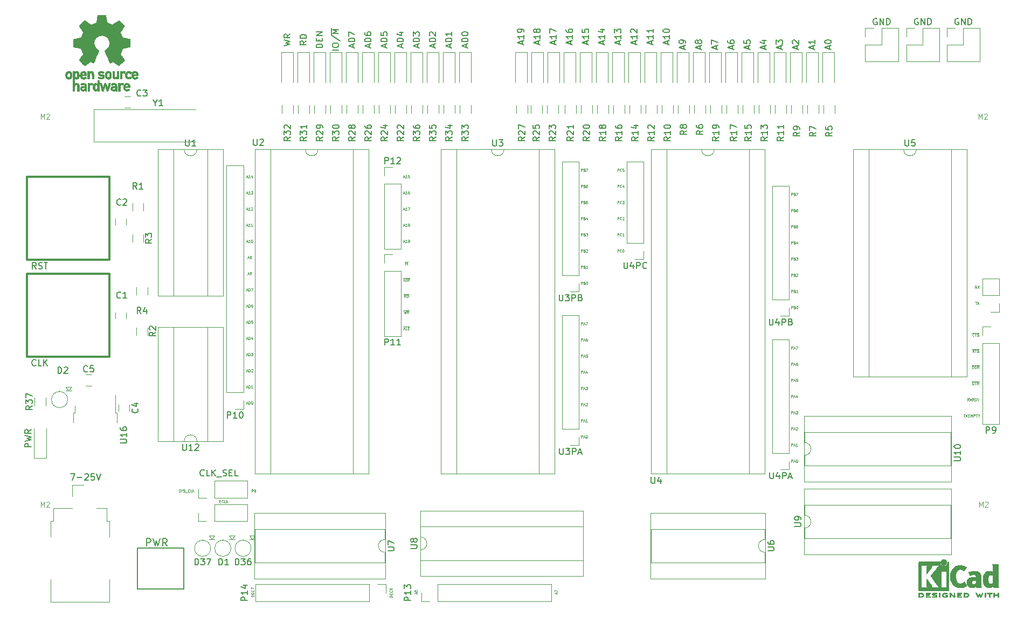
<source format=gbr>
G04 #@! TF.FileFunction,Legend,Top*
%FSLAX46Y46*%
G04 Gerber Fmt 4.6, Leading zero omitted, Abs format (unit mm)*
G04 Created by KiCad (PCBNEW 4.0.3-stable) date 10/01/17 01:55:27*
%MOMM*%
%LPD*%
G01*
G04 APERTURE LIST*
%ADD10C,0.100000*%
%ADD11C,0.076200*%
%ADD12C,0.150000*%
%ADD13C,0.120000*%
%ADD14C,0.300000*%
%ADD15C,0.010000*%
G04 APERTURE END LIST*
D10*
D11*
X107419020Y-118080971D02*
X107554487Y-118080971D01*
X107612544Y-118293848D02*
X107419020Y-118293848D01*
X107419020Y-117887448D01*
X107612544Y-117887448D01*
X108018943Y-118255143D02*
X107999591Y-118274495D01*
X107941534Y-118293848D01*
X107902829Y-118293848D01*
X107844772Y-118274495D01*
X107806067Y-118235790D01*
X107786715Y-118197086D01*
X107767363Y-118119676D01*
X107767363Y-118061619D01*
X107786715Y-117984210D01*
X107806067Y-117945505D01*
X107844772Y-117906800D01*
X107902829Y-117887448D01*
X107941534Y-117887448D01*
X107999591Y-117906800D01*
X108018943Y-117926152D01*
X108386639Y-118293848D02*
X108193115Y-118293848D01*
X108193115Y-117887448D01*
X108522105Y-118293848D02*
X108522105Y-117887448D01*
X108754333Y-118293848D02*
X108580162Y-118061619D01*
X108754333Y-117887448D02*
X108522105Y-118119676D01*
X112466362Y-116642848D02*
X112466362Y-116236448D01*
X112621181Y-116236448D01*
X112659886Y-116255800D01*
X112679238Y-116275152D01*
X112698590Y-116313857D01*
X112698590Y-116371914D01*
X112679238Y-116410619D01*
X112659886Y-116429971D01*
X112621181Y-116449324D01*
X112466362Y-116449324D01*
X113008229Y-116429971D02*
X113066286Y-116449324D01*
X113085638Y-116468676D01*
X113104990Y-116507381D01*
X113104990Y-116565438D01*
X113085638Y-116604143D01*
X113066286Y-116623495D01*
X113027581Y-116642848D01*
X112872762Y-116642848D01*
X112872762Y-116236448D01*
X113008229Y-116236448D01*
X113046933Y-116255800D01*
X113066286Y-116275152D01*
X113085638Y-116313857D01*
X113085638Y-116352562D01*
X113066286Y-116391267D01*
X113046933Y-116410619D01*
X113008229Y-116429971D01*
X112872762Y-116429971D01*
X101025477Y-116623495D02*
X101083534Y-116642848D01*
X101180296Y-116642848D01*
X101219000Y-116623495D01*
X101238353Y-116604143D01*
X101257705Y-116565438D01*
X101257705Y-116526733D01*
X101238353Y-116488029D01*
X101219000Y-116468676D01*
X101180296Y-116449324D01*
X101102886Y-116429971D01*
X101064181Y-116410619D01*
X101044829Y-116391267D01*
X101025477Y-116352562D01*
X101025477Y-116313857D01*
X101044829Y-116275152D01*
X101064181Y-116255800D01*
X101102886Y-116236448D01*
X101199648Y-116236448D01*
X101257705Y-116255800D01*
X101509286Y-116449324D02*
X101509286Y-116642848D01*
X101373820Y-116236448D02*
X101509286Y-116449324D01*
X101644753Y-116236448D01*
X101760868Y-116623495D02*
X101818925Y-116642848D01*
X101915687Y-116642848D01*
X101954391Y-116623495D01*
X101973744Y-116604143D01*
X101993096Y-116565438D01*
X101993096Y-116526733D01*
X101973744Y-116488029D01*
X101954391Y-116468676D01*
X101915687Y-116449324D01*
X101838277Y-116429971D01*
X101799572Y-116410619D01*
X101780220Y-116391267D01*
X101760868Y-116352562D01*
X101760868Y-116313857D01*
X101780220Y-116275152D01*
X101799572Y-116255800D01*
X101838277Y-116236448D01*
X101935039Y-116236448D01*
X101993096Y-116255800D01*
X102070506Y-116681552D02*
X102380144Y-116681552D01*
X102709134Y-116604143D02*
X102689782Y-116623495D01*
X102631725Y-116642848D01*
X102593020Y-116642848D01*
X102534963Y-116623495D01*
X102496258Y-116584790D01*
X102476906Y-116546086D01*
X102457554Y-116468676D01*
X102457554Y-116410619D01*
X102476906Y-116333210D01*
X102496258Y-116294505D01*
X102534963Y-116255800D01*
X102593020Y-116236448D01*
X102631725Y-116236448D01*
X102689782Y-116255800D01*
X102709134Y-116275152D01*
X103076830Y-116642848D02*
X102883306Y-116642848D01*
X102883306Y-116236448D01*
X103212296Y-116642848D02*
X103212296Y-116236448D01*
X103444524Y-116642848D02*
X103270353Y-116410619D01*
X103444524Y-116236448D02*
X103212296Y-116468676D01*
X160341733Y-132624285D02*
X160341733Y-132430762D01*
X160457848Y-132662990D02*
X160051448Y-132527524D01*
X160457848Y-132392057D01*
X160051448Y-132295295D02*
X160051448Y-132024362D01*
X160457848Y-132198533D01*
X138370733Y-132624285D02*
X138370733Y-132430762D01*
X138486848Y-132662990D02*
X138080448Y-132527524D01*
X138486848Y-132392057D01*
X138080448Y-132179181D02*
X138080448Y-132140476D01*
X138099800Y-132101771D01*
X138119152Y-132082419D01*
X138157857Y-132063066D01*
X138235267Y-132043714D01*
X138332029Y-132043714D01*
X138409438Y-132063066D01*
X138448143Y-132082419D01*
X138467495Y-132101771D01*
X138486848Y-132140476D01*
X138486848Y-132179181D01*
X138467495Y-132217885D01*
X138448143Y-132237238D01*
X138409438Y-132256590D01*
X138332029Y-132275942D01*
X138235267Y-132275942D01*
X138157857Y-132256590D01*
X138119152Y-132237238D01*
X138099800Y-132217885D01*
X138080448Y-132179181D01*
X134549848Y-133148009D02*
X134143448Y-133148009D01*
X134143448Y-133051247D01*
X134162800Y-132993190D01*
X134201505Y-132954485D01*
X134240210Y-132935133D01*
X134317619Y-132915781D01*
X134375676Y-132915781D01*
X134453086Y-132935133D01*
X134491790Y-132954485D01*
X134530495Y-132993190D01*
X134549848Y-133051247D01*
X134549848Y-133148009D01*
X134336971Y-132741609D02*
X134336971Y-132606142D01*
X134549848Y-132548085D02*
X134549848Y-132741609D01*
X134143448Y-132741609D01*
X134143448Y-132548085D01*
X134511143Y-132141686D02*
X134530495Y-132161038D01*
X134549848Y-132219095D01*
X134549848Y-132257800D01*
X134530495Y-132315857D01*
X134491790Y-132354562D01*
X134453086Y-132373914D01*
X134375676Y-132393266D01*
X134317619Y-132393266D01*
X134240210Y-132373914D01*
X134201505Y-132354562D01*
X134162800Y-132315857D01*
X134143448Y-132257800D01*
X134143448Y-132219095D01*
X134162800Y-132161038D01*
X134182152Y-132141686D01*
X134143448Y-131890105D02*
X134143448Y-131851400D01*
X134162800Y-131812695D01*
X134182152Y-131793343D01*
X134220857Y-131773990D01*
X134298267Y-131754638D01*
X134395029Y-131754638D01*
X134472438Y-131773990D01*
X134511143Y-131793343D01*
X134530495Y-131812695D01*
X134549848Y-131851400D01*
X134549848Y-131890105D01*
X134530495Y-131928809D01*
X134511143Y-131948162D01*
X134472438Y-131967514D01*
X134395029Y-131986866D01*
X134298267Y-131986866D01*
X134220857Y-131967514D01*
X134182152Y-131948162D01*
X134162800Y-131928809D01*
X134143448Y-131890105D01*
X112832848Y-133021009D02*
X112426448Y-133021009D01*
X112426448Y-132924247D01*
X112445800Y-132866190D01*
X112484505Y-132827485D01*
X112523210Y-132808133D01*
X112600619Y-132788781D01*
X112658676Y-132788781D01*
X112736086Y-132808133D01*
X112774790Y-132827485D01*
X112813495Y-132866190D01*
X112832848Y-132924247D01*
X112832848Y-133021009D01*
X112619971Y-132614609D02*
X112619971Y-132479142D01*
X112832848Y-132421085D02*
X112832848Y-132614609D01*
X112426448Y-132614609D01*
X112426448Y-132421085D01*
X112794143Y-132014686D02*
X112813495Y-132034038D01*
X112832848Y-132092095D01*
X112832848Y-132130800D01*
X112813495Y-132188857D01*
X112774790Y-132227562D01*
X112736086Y-132246914D01*
X112658676Y-132266266D01*
X112600619Y-132266266D01*
X112523210Y-132246914D01*
X112484505Y-132227562D01*
X112445800Y-132188857D01*
X112426448Y-132130800D01*
X112426448Y-132092095D01*
X112445800Y-132034038D01*
X112465152Y-132014686D01*
X112426448Y-131879219D02*
X112426448Y-131608286D01*
X112832848Y-131782457D01*
X226672020Y-58025695D02*
X226672020Y-57212895D01*
X226942953Y-57793467D01*
X227213886Y-57212895D01*
X227213886Y-58025695D01*
X227562229Y-57290305D02*
X227600934Y-57251600D01*
X227678343Y-57212895D01*
X227871867Y-57212895D01*
X227949277Y-57251600D01*
X227987981Y-57290305D01*
X228026686Y-57367714D01*
X228026686Y-57445124D01*
X227987981Y-57561238D01*
X227523524Y-58025695D01*
X228026686Y-58025695D01*
X79352020Y-58025695D02*
X79352020Y-57212895D01*
X79622953Y-57793467D01*
X79893886Y-57212895D01*
X79893886Y-58025695D01*
X80242229Y-57290305D02*
X80280934Y-57251600D01*
X80358343Y-57212895D01*
X80551867Y-57212895D01*
X80629277Y-57251600D01*
X80667981Y-57290305D01*
X80706686Y-57367714D01*
X80706686Y-57445124D01*
X80667981Y-57561238D01*
X80203524Y-58025695D01*
X80706686Y-58025695D01*
X79352020Y-118985695D02*
X79352020Y-118172895D01*
X79622953Y-118753467D01*
X79893886Y-118172895D01*
X79893886Y-118985695D01*
X80242229Y-118250305D02*
X80280934Y-118211600D01*
X80358343Y-118172895D01*
X80551867Y-118172895D01*
X80629277Y-118211600D01*
X80667981Y-118250305D01*
X80706686Y-118327714D01*
X80706686Y-118405124D01*
X80667981Y-118521238D01*
X80203524Y-118985695D01*
X80706686Y-118985695D01*
X226799020Y-118985695D02*
X226799020Y-118172895D01*
X227069953Y-118753467D01*
X227340886Y-118172895D01*
X227340886Y-118985695D01*
X227689229Y-118250305D02*
X227727934Y-118211600D01*
X227805343Y-118172895D01*
X227998867Y-118172895D01*
X228076277Y-118211600D01*
X228114981Y-118250305D01*
X228153686Y-118327714D01*
X228153686Y-118405124D01*
X228114981Y-118521238D01*
X227650524Y-118985695D01*
X228153686Y-118985695D01*
X225157695Y-102291848D02*
X225022229Y-102098324D01*
X224925467Y-102291848D02*
X224925467Y-101885448D01*
X225080286Y-101885448D01*
X225118991Y-101904800D01*
X225138343Y-101924152D01*
X225157695Y-101962857D01*
X225157695Y-102020914D01*
X225138343Y-102059619D01*
X225118991Y-102078971D01*
X225080286Y-102098324D01*
X224925467Y-102098324D01*
X225293162Y-101885448D02*
X225564095Y-102291848D01*
X225564095Y-101885448D02*
X225293162Y-102291848D01*
X225951143Y-102291848D02*
X225815677Y-102098324D01*
X225718915Y-102291848D02*
X225718915Y-101885448D01*
X225873734Y-101885448D01*
X225912439Y-101904800D01*
X225931791Y-101924152D01*
X225951143Y-101962857D01*
X225951143Y-102020914D01*
X225931791Y-102059619D01*
X225912439Y-102078971D01*
X225873734Y-102098324D01*
X225718915Y-102098324D01*
X226125315Y-102291848D02*
X226125315Y-101885448D01*
X226222077Y-101885448D01*
X226280134Y-101904800D01*
X226318839Y-101943505D01*
X226338191Y-101982210D01*
X226357543Y-102059619D01*
X226357543Y-102117676D01*
X226338191Y-102195086D01*
X226318839Y-102233790D01*
X226280134Y-102272495D01*
X226222077Y-102291848D01*
X226125315Y-102291848D01*
X226609124Y-102098324D02*
X226609124Y-102291848D01*
X226473658Y-101885448D02*
X226609124Y-102098324D01*
X226744591Y-101885448D01*
X224294096Y-104425448D02*
X224526324Y-104425448D01*
X224410210Y-104831848D02*
X224410210Y-104425448D01*
X224623086Y-104425448D02*
X224894019Y-104831848D01*
X224894019Y-104425448D02*
X224623086Y-104831848D01*
X225048839Y-104618971D02*
X225184306Y-104618971D01*
X225242363Y-104831848D02*
X225048839Y-104831848D01*
X225048839Y-104425448D01*
X225242363Y-104425448D01*
X225416534Y-104831848D02*
X225416534Y-104425448D01*
X225552001Y-104715733D01*
X225687467Y-104425448D01*
X225687467Y-104831848D01*
X225880991Y-104831848D02*
X225880991Y-104425448D01*
X226035810Y-104425448D01*
X226074515Y-104444800D01*
X226093867Y-104464152D01*
X226113219Y-104502857D01*
X226113219Y-104560914D01*
X226093867Y-104599619D01*
X226074515Y-104618971D01*
X226035810Y-104638324D01*
X225880991Y-104638324D01*
X226229334Y-104425448D02*
X226461562Y-104425448D01*
X226345448Y-104831848D02*
X226345448Y-104425448D01*
X226674438Y-104638324D02*
X226674438Y-104831848D01*
X226538972Y-104425448D02*
X226674438Y-104638324D01*
X226809905Y-104425448D01*
X225683838Y-97211848D02*
X225683838Y-96805448D01*
X225780600Y-96805448D01*
X225838657Y-96824800D01*
X225877362Y-96863505D01*
X225896714Y-96902210D01*
X225916066Y-96979619D01*
X225916066Y-97037676D01*
X225896714Y-97115086D01*
X225877362Y-97153790D01*
X225838657Y-97192495D01*
X225780600Y-97211848D01*
X225683838Y-97211848D01*
X226070886Y-97192495D02*
X226128943Y-97211848D01*
X226225705Y-97211848D01*
X226264409Y-97192495D01*
X226283762Y-97173143D01*
X226303114Y-97134438D01*
X226303114Y-97095733D01*
X226283762Y-97057029D01*
X226264409Y-97037676D01*
X226225705Y-97018324D01*
X226148295Y-96998971D01*
X226109590Y-96979619D01*
X226090238Y-96960267D01*
X226070886Y-96921562D01*
X226070886Y-96882857D01*
X226090238Y-96844152D01*
X226109590Y-96824800D01*
X226148295Y-96805448D01*
X226245057Y-96805448D01*
X226303114Y-96824800D01*
X226709514Y-97211848D02*
X226574048Y-97018324D01*
X226477286Y-97211848D02*
X226477286Y-96805448D01*
X226632105Y-96805448D01*
X226670810Y-96824800D01*
X226690162Y-96844152D01*
X226709514Y-96882857D01*
X226709514Y-96940914D01*
X226690162Y-96979619D01*
X226670810Y-96998971D01*
X226632105Y-97018324D01*
X226477286Y-97018324D01*
X225587076Y-96735392D02*
X226786924Y-96735392D01*
X225722543Y-99751848D02*
X225722543Y-99345448D01*
X225819305Y-99345448D01*
X225877362Y-99364800D01*
X225916067Y-99403505D01*
X225935419Y-99442210D01*
X225954771Y-99519619D01*
X225954771Y-99577676D01*
X225935419Y-99655086D01*
X225916067Y-99693790D01*
X225877362Y-99732495D01*
X225819305Y-99751848D01*
X225722543Y-99751848D01*
X226070886Y-99345448D02*
X226303114Y-99345448D01*
X226187000Y-99751848D02*
X226187000Y-99345448D01*
X226670809Y-99751848D02*
X226535343Y-99558324D01*
X226438581Y-99751848D02*
X226438581Y-99345448D01*
X226593400Y-99345448D01*
X226632105Y-99364800D01*
X226651457Y-99384152D01*
X226670809Y-99422857D01*
X226670809Y-99480914D01*
X226651457Y-99519619D01*
X226632105Y-99538971D01*
X226593400Y-99558324D01*
X226438581Y-99558324D01*
X225625781Y-99275392D02*
X226748219Y-99275392D01*
X225964447Y-92093143D02*
X225945095Y-92112495D01*
X225887038Y-92131848D01*
X225848333Y-92131848D01*
X225790276Y-92112495D01*
X225751571Y-92073790D01*
X225732219Y-92035086D01*
X225712867Y-91957676D01*
X225712867Y-91899619D01*
X225732219Y-91822210D01*
X225751571Y-91783505D01*
X225790276Y-91744800D01*
X225848333Y-91725448D01*
X225887038Y-91725448D01*
X225945095Y-91744800D01*
X225964447Y-91764152D01*
X226080562Y-91725448D02*
X226312790Y-91725448D01*
X226196676Y-92131848D02*
X226196676Y-91725448D01*
X226428905Y-92112495D02*
X226486962Y-92131848D01*
X226583724Y-92131848D01*
X226622428Y-92112495D01*
X226641781Y-92093143D01*
X226661133Y-92054438D01*
X226661133Y-92015733D01*
X226641781Y-91977029D01*
X226622428Y-91957676D01*
X226583724Y-91938324D01*
X226506314Y-91918971D01*
X226467609Y-91899619D01*
X226448257Y-91880267D01*
X226428905Y-91841562D01*
X226428905Y-91802857D01*
X226448257Y-91764152D01*
X226467609Y-91744800D01*
X226506314Y-91725448D01*
X226603076Y-91725448D01*
X226661133Y-91744800D01*
X225635457Y-91655392D02*
X226738543Y-91655392D01*
X225964447Y-94671848D02*
X225828981Y-94478324D01*
X225732219Y-94671848D02*
X225732219Y-94265448D01*
X225887038Y-94265448D01*
X225925743Y-94284800D01*
X225945095Y-94304152D01*
X225964447Y-94342857D01*
X225964447Y-94400914D01*
X225945095Y-94439619D01*
X225925743Y-94458971D01*
X225887038Y-94478324D01*
X225732219Y-94478324D01*
X226080562Y-94265448D02*
X226312790Y-94265448D01*
X226196676Y-94671848D02*
X226196676Y-94265448D01*
X226428905Y-94652495D02*
X226486962Y-94671848D01*
X226583724Y-94671848D01*
X226622428Y-94652495D01*
X226641781Y-94633143D01*
X226661133Y-94594438D01*
X226661133Y-94555733D01*
X226641781Y-94517029D01*
X226622428Y-94497676D01*
X226583724Y-94478324D01*
X226506314Y-94458971D01*
X226467609Y-94439619D01*
X226448257Y-94420267D01*
X226428905Y-94381562D01*
X226428905Y-94342857D01*
X226448257Y-94304152D01*
X226467609Y-94284800D01*
X226506314Y-94265448D01*
X226603076Y-94265448D01*
X226661133Y-94284800D01*
X225635457Y-94195392D02*
X226738543Y-94195392D01*
X226131362Y-86772448D02*
X226363590Y-86772448D01*
X226247476Y-87178848D02*
X226247476Y-86772448D01*
X226460352Y-86772448D02*
X226731285Y-87178848D01*
X226731285Y-86772448D02*
X226460352Y-87178848D01*
X226373266Y-84638848D02*
X226237800Y-84445324D01*
X226141038Y-84638848D02*
X226141038Y-84232448D01*
X226295857Y-84232448D01*
X226334562Y-84251800D01*
X226353914Y-84271152D01*
X226373266Y-84309857D01*
X226373266Y-84367914D01*
X226353914Y-84406619D01*
X226334562Y-84425971D01*
X226295857Y-84445324D01*
X226141038Y-84445324D01*
X226508733Y-84232448D02*
X226779666Y-84638848D01*
X226779666Y-84232448D02*
X226508733Y-84638848D01*
X169930838Y-78923848D02*
X169930838Y-78517448D01*
X170085657Y-78517448D01*
X170124362Y-78536800D01*
X170143714Y-78556152D01*
X170163066Y-78594857D01*
X170163066Y-78652914D01*
X170143714Y-78691619D01*
X170124362Y-78710971D01*
X170085657Y-78730324D01*
X169930838Y-78730324D01*
X170569466Y-78885143D02*
X170550114Y-78904495D01*
X170492057Y-78923848D01*
X170453352Y-78923848D01*
X170395295Y-78904495D01*
X170356590Y-78865790D01*
X170337238Y-78827086D01*
X170317886Y-78749676D01*
X170317886Y-78691619D01*
X170337238Y-78614210D01*
X170356590Y-78575505D01*
X170395295Y-78536800D01*
X170453352Y-78517448D01*
X170492057Y-78517448D01*
X170550114Y-78536800D01*
X170569466Y-78556152D01*
X170821047Y-78517448D02*
X170859752Y-78517448D01*
X170898457Y-78536800D01*
X170917809Y-78556152D01*
X170937162Y-78594857D01*
X170956514Y-78672267D01*
X170956514Y-78769029D01*
X170937162Y-78846438D01*
X170917809Y-78885143D01*
X170898457Y-78904495D01*
X170859752Y-78923848D01*
X170821047Y-78923848D01*
X170782343Y-78904495D01*
X170762990Y-78885143D01*
X170743638Y-78846438D01*
X170724286Y-78769029D01*
X170724286Y-78672267D01*
X170743638Y-78594857D01*
X170762990Y-78556152D01*
X170782343Y-78536800D01*
X170821047Y-78517448D01*
X169930838Y-76383848D02*
X169930838Y-75977448D01*
X170085657Y-75977448D01*
X170124362Y-75996800D01*
X170143714Y-76016152D01*
X170163066Y-76054857D01*
X170163066Y-76112914D01*
X170143714Y-76151619D01*
X170124362Y-76170971D01*
X170085657Y-76190324D01*
X169930838Y-76190324D01*
X170569466Y-76345143D02*
X170550114Y-76364495D01*
X170492057Y-76383848D01*
X170453352Y-76383848D01*
X170395295Y-76364495D01*
X170356590Y-76325790D01*
X170337238Y-76287086D01*
X170317886Y-76209676D01*
X170317886Y-76151619D01*
X170337238Y-76074210D01*
X170356590Y-76035505D01*
X170395295Y-75996800D01*
X170453352Y-75977448D01*
X170492057Y-75977448D01*
X170550114Y-75996800D01*
X170569466Y-76016152D01*
X170956514Y-76383848D02*
X170724286Y-76383848D01*
X170840400Y-76383848D02*
X170840400Y-75977448D01*
X170801695Y-76035505D01*
X170762990Y-76074210D01*
X170724286Y-76093562D01*
X169930838Y-73843848D02*
X169930838Y-73437448D01*
X170085657Y-73437448D01*
X170124362Y-73456800D01*
X170143714Y-73476152D01*
X170163066Y-73514857D01*
X170163066Y-73572914D01*
X170143714Y-73611619D01*
X170124362Y-73630971D01*
X170085657Y-73650324D01*
X169930838Y-73650324D01*
X170569466Y-73805143D02*
X170550114Y-73824495D01*
X170492057Y-73843848D01*
X170453352Y-73843848D01*
X170395295Y-73824495D01*
X170356590Y-73785790D01*
X170337238Y-73747086D01*
X170317886Y-73669676D01*
X170317886Y-73611619D01*
X170337238Y-73534210D01*
X170356590Y-73495505D01*
X170395295Y-73456800D01*
X170453352Y-73437448D01*
X170492057Y-73437448D01*
X170550114Y-73456800D01*
X170569466Y-73476152D01*
X170724286Y-73476152D02*
X170743638Y-73456800D01*
X170782343Y-73437448D01*
X170879105Y-73437448D01*
X170917809Y-73456800D01*
X170937162Y-73476152D01*
X170956514Y-73514857D01*
X170956514Y-73553562D01*
X170937162Y-73611619D01*
X170704933Y-73843848D01*
X170956514Y-73843848D01*
X169930838Y-71303848D02*
X169930838Y-70897448D01*
X170085657Y-70897448D01*
X170124362Y-70916800D01*
X170143714Y-70936152D01*
X170163066Y-70974857D01*
X170163066Y-71032914D01*
X170143714Y-71071619D01*
X170124362Y-71090971D01*
X170085657Y-71110324D01*
X169930838Y-71110324D01*
X170569466Y-71265143D02*
X170550114Y-71284495D01*
X170492057Y-71303848D01*
X170453352Y-71303848D01*
X170395295Y-71284495D01*
X170356590Y-71245790D01*
X170337238Y-71207086D01*
X170317886Y-71129676D01*
X170317886Y-71071619D01*
X170337238Y-70994210D01*
X170356590Y-70955505D01*
X170395295Y-70916800D01*
X170453352Y-70897448D01*
X170492057Y-70897448D01*
X170550114Y-70916800D01*
X170569466Y-70936152D01*
X170704933Y-70897448D02*
X170956514Y-70897448D01*
X170821047Y-71052267D01*
X170879105Y-71052267D01*
X170917809Y-71071619D01*
X170937162Y-71090971D01*
X170956514Y-71129676D01*
X170956514Y-71226438D01*
X170937162Y-71265143D01*
X170917809Y-71284495D01*
X170879105Y-71303848D01*
X170762990Y-71303848D01*
X170724286Y-71284495D01*
X170704933Y-71265143D01*
X169930838Y-68763848D02*
X169930838Y-68357448D01*
X170085657Y-68357448D01*
X170124362Y-68376800D01*
X170143714Y-68396152D01*
X170163066Y-68434857D01*
X170163066Y-68492914D01*
X170143714Y-68531619D01*
X170124362Y-68550971D01*
X170085657Y-68570324D01*
X169930838Y-68570324D01*
X170569466Y-68725143D02*
X170550114Y-68744495D01*
X170492057Y-68763848D01*
X170453352Y-68763848D01*
X170395295Y-68744495D01*
X170356590Y-68705790D01*
X170337238Y-68667086D01*
X170317886Y-68589676D01*
X170317886Y-68531619D01*
X170337238Y-68454210D01*
X170356590Y-68415505D01*
X170395295Y-68376800D01*
X170453352Y-68357448D01*
X170492057Y-68357448D01*
X170550114Y-68376800D01*
X170569466Y-68396152D01*
X170917809Y-68492914D02*
X170917809Y-68763848D01*
X170821047Y-68338095D02*
X170724286Y-68628381D01*
X170975866Y-68628381D01*
X169930838Y-66223848D02*
X169930838Y-65817448D01*
X170085657Y-65817448D01*
X170124362Y-65836800D01*
X170143714Y-65856152D01*
X170163066Y-65894857D01*
X170163066Y-65952914D01*
X170143714Y-65991619D01*
X170124362Y-66010971D01*
X170085657Y-66030324D01*
X169930838Y-66030324D01*
X170569466Y-66185143D02*
X170550114Y-66204495D01*
X170492057Y-66223848D01*
X170453352Y-66223848D01*
X170395295Y-66204495D01*
X170356590Y-66165790D01*
X170337238Y-66127086D01*
X170317886Y-66049676D01*
X170317886Y-65991619D01*
X170337238Y-65914210D01*
X170356590Y-65875505D01*
X170395295Y-65836800D01*
X170453352Y-65817448D01*
X170492057Y-65817448D01*
X170550114Y-65836800D01*
X170569466Y-65856152D01*
X170937162Y-65817448D02*
X170743638Y-65817448D01*
X170724286Y-66010971D01*
X170743638Y-65991619D01*
X170782343Y-65972267D01*
X170879105Y-65972267D01*
X170917809Y-65991619D01*
X170937162Y-66010971D01*
X170956514Y-66049676D01*
X170956514Y-66146438D01*
X170937162Y-66185143D01*
X170917809Y-66204495D01*
X170879105Y-66223848D01*
X170782343Y-66223848D01*
X170743638Y-66204495D01*
X170724286Y-66185143D01*
X197235838Y-70033848D02*
X197235838Y-69627448D01*
X197390657Y-69627448D01*
X197429362Y-69646800D01*
X197448714Y-69666152D01*
X197468066Y-69704857D01*
X197468066Y-69762914D01*
X197448714Y-69801619D01*
X197429362Y-69820971D01*
X197390657Y-69840324D01*
X197235838Y-69840324D01*
X197777705Y-69820971D02*
X197835762Y-69840324D01*
X197855114Y-69859676D01*
X197874466Y-69898381D01*
X197874466Y-69956438D01*
X197855114Y-69995143D01*
X197835762Y-70014495D01*
X197797057Y-70033848D01*
X197642238Y-70033848D01*
X197642238Y-69627448D01*
X197777705Y-69627448D01*
X197816409Y-69646800D01*
X197835762Y-69666152D01*
X197855114Y-69704857D01*
X197855114Y-69743562D01*
X197835762Y-69782267D01*
X197816409Y-69801619D01*
X197777705Y-69820971D01*
X197642238Y-69820971D01*
X198009933Y-69627448D02*
X198280866Y-69627448D01*
X198106695Y-70033848D01*
X197235838Y-72573848D02*
X197235838Y-72167448D01*
X197390657Y-72167448D01*
X197429362Y-72186800D01*
X197448714Y-72206152D01*
X197468066Y-72244857D01*
X197468066Y-72302914D01*
X197448714Y-72341619D01*
X197429362Y-72360971D01*
X197390657Y-72380324D01*
X197235838Y-72380324D01*
X197777705Y-72360971D02*
X197835762Y-72380324D01*
X197855114Y-72399676D01*
X197874466Y-72438381D01*
X197874466Y-72496438D01*
X197855114Y-72535143D01*
X197835762Y-72554495D01*
X197797057Y-72573848D01*
X197642238Y-72573848D01*
X197642238Y-72167448D01*
X197777705Y-72167448D01*
X197816409Y-72186800D01*
X197835762Y-72206152D01*
X197855114Y-72244857D01*
X197855114Y-72283562D01*
X197835762Y-72322267D01*
X197816409Y-72341619D01*
X197777705Y-72360971D01*
X197642238Y-72360971D01*
X198222809Y-72167448D02*
X198145400Y-72167448D01*
X198106695Y-72186800D01*
X198087343Y-72206152D01*
X198048638Y-72264210D01*
X198029286Y-72341619D01*
X198029286Y-72496438D01*
X198048638Y-72535143D01*
X198067990Y-72554495D01*
X198106695Y-72573848D01*
X198184105Y-72573848D01*
X198222809Y-72554495D01*
X198242162Y-72535143D01*
X198261514Y-72496438D01*
X198261514Y-72399676D01*
X198242162Y-72360971D01*
X198222809Y-72341619D01*
X198184105Y-72322267D01*
X198106695Y-72322267D01*
X198067990Y-72341619D01*
X198048638Y-72360971D01*
X198029286Y-72399676D01*
X197235838Y-75113848D02*
X197235838Y-74707448D01*
X197390657Y-74707448D01*
X197429362Y-74726800D01*
X197448714Y-74746152D01*
X197468066Y-74784857D01*
X197468066Y-74842914D01*
X197448714Y-74881619D01*
X197429362Y-74900971D01*
X197390657Y-74920324D01*
X197235838Y-74920324D01*
X197777705Y-74900971D02*
X197835762Y-74920324D01*
X197855114Y-74939676D01*
X197874466Y-74978381D01*
X197874466Y-75036438D01*
X197855114Y-75075143D01*
X197835762Y-75094495D01*
X197797057Y-75113848D01*
X197642238Y-75113848D01*
X197642238Y-74707448D01*
X197777705Y-74707448D01*
X197816409Y-74726800D01*
X197835762Y-74746152D01*
X197855114Y-74784857D01*
X197855114Y-74823562D01*
X197835762Y-74862267D01*
X197816409Y-74881619D01*
X197777705Y-74900971D01*
X197642238Y-74900971D01*
X198242162Y-74707448D02*
X198048638Y-74707448D01*
X198029286Y-74900971D01*
X198048638Y-74881619D01*
X198087343Y-74862267D01*
X198184105Y-74862267D01*
X198222809Y-74881619D01*
X198242162Y-74900971D01*
X198261514Y-74939676D01*
X198261514Y-75036438D01*
X198242162Y-75075143D01*
X198222809Y-75094495D01*
X198184105Y-75113848D01*
X198087343Y-75113848D01*
X198048638Y-75094495D01*
X198029286Y-75075143D01*
X197235838Y-77653848D02*
X197235838Y-77247448D01*
X197390657Y-77247448D01*
X197429362Y-77266800D01*
X197448714Y-77286152D01*
X197468066Y-77324857D01*
X197468066Y-77382914D01*
X197448714Y-77421619D01*
X197429362Y-77440971D01*
X197390657Y-77460324D01*
X197235838Y-77460324D01*
X197777705Y-77440971D02*
X197835762Y-77460324D01*
X197855114Y-77479676D01*
X197874466Y-77518381D01*
X197874466Y-77576438D01*
X197855114Y-77615143D01*
X197835762Y-77634495D01*
X197797057Y-77653848D01*
X197642238Y-77653848D01*
X197642238Y-77247448D01*
X197777705Y-77247448D01*
X197816409Y-77266800D01*
X197835762Y-77286152D01*
X197855114Y-77324857D01*
X197855114Y-77363562D01*
X197835762Y-77402267D01*
X197816409Y-77421619D01*
X197777705Y-77440971D01*
X197642238Y-77440971D01*
X198222809Y-77382914D02*
X198222809Y-77653848D01*
X198126047Y-77228095D02*
X198029286Y-77518381D01*
X198280866Y-77518381D01*
X197235838Y-80193848D02*
X197235838Y-79787448D01*
X197390657Y-79787448D01*
X197429362Y-79806800D01*
X197448714Y-79826152D01*
X197468066Y-79864857D01*
X197468066Y-79922914D01*
X197448714Y-79961619D01*
X197429362Y-79980971D01*
X197390657Y-80000324D01*
X197235838Y-80000324D01*
X197777705Y-79980971D02*
X197835762Y-80000324D01*
X197855114Y-80019676D01*
X197874466Y-80058381D01*
X197874466Y-80116438D01*
X197855114Y-80155143D01*
X197835762Y-80174495D01*
X197797057Y-80193848D01*
X197642238Y-80193848D01*
X197642238Y-79787448D01*
X197777705Y-79787448D01*
X197816409Y-79806800D01*
X197835762Y-79826152D01*
X197855114Y-79864857D01*
X197855114Y-79903562D01*
X197835762Y-79942267D01*
X197816409Y-79961619D01*
X197777705Y-79980971D01*
X197642238Y-79980971D01*
X198009933Y-79787448D02*
X198261514Y-79787448D01*
X198126047Y-79942267D01*
X198184105Y-79942267D01*
X198222809Y-79961619D01*
X198242162Y-79980971D01*
X198261514Y-80019676D01*
X198261514Y-80116438D01*
X198242162Y-80155143D01*
X198222809Y-80174495D01*
X198184105Y-80193848D01*
X198067990Y-80193848D01*
X198029286Y-80174495D01*
X198009933Y-80155143D01*
X197235838Y-82733848D02*
X197235838Y-82327448D01*
X197390657Y-82327448D01*
X197429362Y-82346800D01*
X197448714Y-82366152D01*
X197468066Y-82404857D01*
X197468066Y-82462914D01*
X197448714Y-82501619D01*
X197429362Y-82520971D01*
X197390657Y-82540324D01*
X197235838Y-82540324D01*
X197777705Y-82520971D02*
X197835762Y-82540324D01*
X197855114Y-82559676D01*
X197874466Y-82598381D01*
X197874466Y-82656438D01*
X197855114Y-82695143D01*
X197835762Y-82714495D01*
X197797057Y-82733848D01*
X197642238Y-82733848D01*
X197642238Y-82327448D01*
X197777705Y-82327448D01*
X197816409Y-82346800D01*
X197835762Y-82366152D01*
X197855114Y-82404857D01*
X197855114Y-82443562D01*
X197835762Y-82482267D01*
X197816409Y-82501619D01*
X197777705Y-82520971D01*
X197642238Y-82520971D01*
X198029286Y-82366152D02*
X198048638Y-82346800D01*
X198087343Y-82327448D01*
X198184105Y-82327448D01*
X198222809Y-82346800D01*
X198242162Y-82366152D01*
X198261514Y-82404857D01*
X198261514Y-82443562D01*
X198242162Y-82501619D01*
X198009933Y-82733848D01*
X198261514Y-82733848D01*
X197235838Y-85273848D02*
X197235838Y-84867448D01*
X197390657Y-84867448D01*
X197429362Y-84886800D01*
X197448714Y-84906152D01*
X197468066Y-84944857D01*
X197468066Y-85002914D01*
X197448714Y-85041619D01*
X197429362Y-85060971D01*
X197390657Y-85080324D01*
X197235838Y-85080324D01*
X197777705Y-85060971D02*
X197835762Y-85080324D01*
X197855114Y-85099676D01*
X197874466Y-85138381D01*
X197874466Y-85196438D01*
X197855114Y-85235143D01*
X197835762Y-85254495D01*
X197797057Y-85273848D01*
X197642238Y-85273848D01*
X197642238Y-84867448D01*
X197777705Y-84867448D01*
X197816409Y-84886800D01*
X197835762Y-84906152D01*
X197855114Y-84944857D01*
X197855114Y-84983562D01*
X197835762Y-85022267D01*
X197816409Y-85041619D01*
X197777705Y-85060971D01*
X197642238Y-85060971D01*
X198261514Y-85273848D02*
X198029286Y-85273848D01*
X198145400Y-85273848D02*
X198145400Y-84867448D01*
X198106695Y-84925505D01*
X198067990Y-84964210D01*
X198029286Y-84983562D01*
X197235838Y-87813848D02*
X197235838Y-87407448D01*
X197390657Y-87407448D01*
X197429362Y-87426800D01*
X197448714Y-87446152D01*
X197468066Y-87484857D01*
X197468066Y-87542914D01*
X197448714Y-87581619D01*
X197429362Y-87600971D01*
X197390657Y-87620324D01*
X197235838Y-87620324D01*
X197777705Y-87600971D02*
X197835762Y-87620324D01*
X197855114Y-87639676D01*
X197874466Y-87678381D01*
X197874466Y-87736438D01*
X197855114Y-87775143D01*
X197835762Y-87794495D01*
X197797057Y-87813848D01*
X197642238Y-87813848D01*
X197642238Y-87407448D01*
X197777705Y-87407448D01*
X197816409Y-87426800D01*
X197835762Y-87446152D01*
X197855114Y-87484857D01*
X197855114Y-87523562D01*
X197835762Y-87562267D01*
X197816409Y-87581619D01*
X197777705Y-87600971D01*
X197642238Y-87600971D01*
X198126047Y-87407448D02*
X198164752Y-87407448D01*
X198203457Y-87426800D01*
X198222809Y-87446152D01*
X198242162Y-87484857D01*
X198261514Y-87562267D01*
X198261514Y-87659029D01*
X198242162Y-87736438D01*
X198222809Y-87775143D01*
X198203457Y-87794495D01*
X198164752Y-87813848D01*
X198126047Y-87813848D01*
X198087343Y-87794495D01*
X198067990Y-87775143D01*
X198048638Y-87736438D01*
X198029286Y-87659029D01*
X198029286Y-87562267D01*
X198048638Y-87484857D01*
X198067990Y-87446152D01*
X198087343Y-87426800D01*
X198126047Y-87407448D01*
X197264867Y-111943848D02*
X197264867Y-111537448D01*
X197419686Y-111537448D01*
X197458391Y-111556800D01*
X197477743Y-111576152D01*
X197497095Y-111614857D01*
X197497095Y-111672914D01*
X197477743Y-111711619D01*
X197458391Y-111730971D01*
X197419686Y-111750324D01*
X197264867Y-111750324D01*
X197651915Y-111827733D02*
X197845438Y-111827733D01*
X197613210Y-111943848D02*
X197748676Y-111537448D01*
X197884143Y-111943848D01*
X198097019Y-111537448D02*
X198135724Y-111537448D01*
X198174429Y-111556800D01*
X198193781Y-111576152D01*
X198213134Y-111614857D01*
X198232486Y-111692267D01*
X198232486Y-111789029D01*
X198213134Y-111866438D01*
X198193781Y-111905143D01*
X198174429Y-111924495D01*
X198135724Y-111943848D01*
X198097019Y-111943848D01*
X198058315Y-111924495D01*
X198038962Y-111905143D01*
X198019610Y-111866438D01*
X198000258Y-111789029D01*
X198000258Y-111692267D01*
X198019610Y-111614857D01*
X198038962Y-111576152D01*
X198058315Y-111556800D01*
X198097019Y-111537448D01*
X197264867Y-109403848D02*
X197264867Y-108997448D01*
X197419686Y-108997448D01*
X197458391Y-109016800D01*
X197477743Y-109036152D01*
X197497095Y-109074857D01*
X197497095Y-109132914D01*
X197477743Y-109171619D01*
X197458391Y-109190971D01*
X197419686Y-109210324D01*
X197264867Y-109210324D01*
X197651915Y-109287733D02*
X197845438Y-109287733D01*
X197613210Y-109403848D02*
X197748676Y-108997448D01*
X197884143Y-109403848D01*
X198232486Y-109403848D02*
X198000258Y-109403848D01*
X198116372Y-109403848D02*
X198116372Y-108997448D01*
X198077667Y-109055505D01*
X198038962Y-109094210D01*
X198000258Y-109113562D01*
X197264867Y-106863848D02*
X197264867Y-106457448D01*
X197419686Y-106457448D01*
X197458391Y-106476800D01*
X197477743Y-106496152D01*
X197497095Y-106534857D01*
X197497095Y-106592914D01*
X197477743Y-106631619D01*
X197458391Y-106650971D01*
X197419686Y-106670324D01*
X197264867Y-106670324D01*
X197651915Y-106747733D02*
X197845438Y-106747733D01*
X197613210Y-106863848D02*
X197748676Y-106457448D01*
X197884143Y-106863848D01*
X198000258Y-106496152D02*
X198019610Y-106476800D01*
X198058315Y-106457448D01*
X198155077Y-106457448D01*
X198193781Y-106476800D01*
X198213134Y-106496152D01*
X198232486Y-106534857D01*
X198232486Y-106573562D01*
X198213134Y-106631619D01*
X197980905Y-106863848D01*
X198232486Y-106863848D01*
X197264867Y-104323848D02*
X197264867Y-103917448D01*
X197419686Y-103917448D01*
X197458391Y-103936800D01*
X197477743Y-103956152D01*
X197497095Y-103994857D01*
X197497095Y-104052914D01*
X197477743Y-104091619D01*
X197458391Y-104110971D01*
X197419686Y-104130324D01*
X197264867Y-104130324D01*
X197651915Y-104207733D02*
X197845438Y-104207733D01*
X197613210Y-104323848D02*
X197748676Y-103917448D01*
X197884143Y-104323848D01*
X197980905Y-103917448D02*
X198232486Y-103917448D01*
X198097019Y-104072267D01*
X198155077Y-104072267D01*
X198193781Y-104091619D01*
X198213134Y-104110971D01*
X198232486Y-104149676D01*
X198232486Y-104246438D01*
X198213134Y-104285143D01*
X198193781Y-104304495D01*
X198155077Y-104323848D01*
X198038962Y-104323848D01*
X198000258Y-104304495D01*
X197980905Y-104285143D01*
X197264867Y-101783848D02*
X197264867Y-101377448D01*
X197419686Y-101377448D01*
X197458391Y-101396800D01*
X197477743Y-101416152D01*
X197497095Y-101454857D01*
X197497095Y-101512914D01*
X197477743Y-101551619D01*
X197458391Y-101570971D01*
X197419686Y-101590324D01*
X197264867Y-101590324D01*
X197651915Y-101667733D02*
X197845438Y-101667733D01*
X197613210Y-101783848D02*
X197748676Y-101377448D01*
X197884143Y-101783848D01*
X198193781Y-101512914D02*
X198193781Y-101783848D01*
X198097019Y-101358095D02*
X198000258Y-101648381D01*
X198251838Y-101648381D01*
X197264867Y-99243848D02*
X197264867Y-98837448D01*
X197419686Y-98837448D01*
X197458391Y-98856800D01*
X197477743Y-98876152D01*
X197497095Y-98914857D01*
X197497095Y-98972914D01*
X197477743Y-99011619D01*
X197458391Y-99030971D01*
X197419686Y-99050324D01*
X197264867Y-99050324D01*
X197651915Y-99127733D02*
X197845438Y-99127733D01*
X197613210Y-99243848D02*
X197748676Y-98837448D01*
X197884143Y-99243848D01*
X198213134Y-98837448D02*
X198019610Y-98837448D01*
X198000258Y-99030971D01*
X198019610Y-99011619D01*
X198058315Y-98992267D01*
X198155077Y-98992267D01*
X198193781Y-99011619D01*
X198213134Y-99030971D01*
X198232486Y-99069676D01*
X198232486Y-99166438D01*
X198213134Y-99205143D01*
X198193781Y-99224495D01*
X198155077Y-99243848D01*
X198058315Y-99243848D01*
X198019610Y-99224495D01*
X198000258Y-99205143D01*
X197264867Y-96703848D02*
X197264867Y-96297448D01*
X197419686Y-96297448D01*
X197458391Y-96316800D01*
X197477743Y-96336152D01*
X197497095Y-96374857D01*
X197497095Y-96432914D01*
X197477743Y-96471619D01*
X197458391Y-96490971D01*
X197419686Y-96510324D01*
X197264867Y-96510324D01*
X197651915Y-96587733D02*
X197845438Y-96587733D01*
X197613210Y-96703848D02*
X197748676Y-96297448D01*
X197884143Y-96703848D01*
X198193781Y-96297448D02*
X198116372Y-96297448D01*
X198077667Y-96316800D01*
X198058315Y-96336152D01*
X198019610Y-96394210D01*
X198000258Y-96471619D01*
X198000258Y-96626438D01*
X198019610Y-96665143D01*
X198038962Y-96684495D01*
X198077667Y-96703848D01*
X198155077Y-96703848D01*
X198193781Y-96684495D01*
X198213134Y-96665143D01*
X198232486Y-96626438D01*
X198232486Y-96529676D01*
X198213134Y-96490971D01*
X198193781Y-96471619D01*
X198155077Y-96452267D01*
X198077667Y-96452267D01*
X198038962Y-96471619D01*
X198019610Y-96490971D01*
X198000258Y-96529676D01*
X197264867Y-94163848D02*
X197264867Y-93757448D01*
X197419686Y-93757448D01*
X197458391Y-93776800D01*
X197477743Y-93796152D01*
X197497095Y-93834857D01*
X197497095Y-93892914D01*
X197477743Y-93931619D01*
X197458391Y-93950971D01*
X197419686Y-93970324D01*
X197264867Y-93970324D01*
X197651915Y-94047733D02*
X197845438Y-94047733D01*
X197613210Y-94163848D02*
X197748676Y-93757448D01*
X197884143Y-94163848D01*
X197980905Y-93757448D02*
X198251838Y-93757448D01*
X198077667Y-94163848D01*
X164244867Y-90353848D02*
X164244867Y-89947448D01*
X164399686Y-89947448D01*
X164438391Y-89966800D01*
X164457743Y-89986152D01*
X164477095Y-90024857D01*
X164477095Y-90082914D01*
X164457743Y-90121619D01*
X164438391Y-90140971D01*
X164399686Y-90160324D01*
X164244867Y-90160324D01*
X164631915Y-90237733D02*
X164825438Y-90237733D01*
X164593210Y-90353848D02*
X164728676Y-89947448D01*
X164864143Y-90353848D01*
X164960905Y-89947448D02*
X165231838Y-89947448D01*
X165057667Y-90353848D01*
X164244867Y-92893848D02*
X164244867Y-92487448D01*
X164399686Y-92487448D01*
X164438391Y-92506800D01*
X164457743Y-92526152D01*
X164477095Y-92564857D01*
X164477095Y-92622914D01*
X164457743Y-92661619D01*
X164438391Y-92680971D01*
X164399686Y-92700324D01*
X164244867Y-92700324D01*
X164631915Y-92777733D02*
X164825438Y-92777733D01*
X164593210Y-92893848D02*
X164728676Y-92487448D01*
X164864143Y-92893848D01*
X165173781Y-92487448D02*
X165096372Y-92487448D01*
X165057667Y-92506800D01*
X165038315Y-92526152D01*
X164999610Y-92584210D01*
X164980258Y-92661619D01*
X164980258Y-92816438D01*
X164999610Y-92855143D01*
X165018962Y-92874495D01*
X165057667Y-92893848D01*
X165135077Y-92893848D01*
X165173781Y-92874495D01*
X165193134Y-92855143D01*
X165212486Y-92816438D01*
X165212486Y-92719676D01*
X165193134Y-92680971D01*
X165173781Y-92661619D01*
X165135077Y-92642267D01*
X165057667Y-92642267D01*
X165018962Y-92661619D01*
X164999610Y-92680971D01*
X164980258Y-92719676D01*
X164244867Y-95433848D02*
X164244867Y-95027448D01*
X164399686Y-95027448D01*
X164438391Y-95046800D01*
X164457743Y-95066152D01*
X164477095Y-95104857D01*
X164477095Y-95162914D01*
X164457743Y-95201619D01*
X164438391Y-95220971D01*
X164399686Y-95240324D01*
X164244867Y-95240324D01*
X164631915Y-95317733D02*
X164825438Y-95317733D01*
X164593210Y-95433848D02*
X164728676Y-95027448D01*
X164864143Y-95433848D01*
X165193134Y-95027448D02*
X164999610Y-95027448D01*
X164980258Y-95220971D01*
X164999610Y-95201619D01*
X165038315Y-95182267D01*
X165135077Y-95182267D01*
X165173781Y-95201619D01*
X165193134Y-95220971D01*
X165212486Y-95259676D01*
X165212486Y-95356438D01*
X165193134Y-95395143D01*
X165173781Y-95414495D01*
X165135077Y-95433848D01*
X165038315Y-95433848D01*
X164999610Y-95414495D01*
X164980258Y-95395143D01*
X164244867Y-97973848D02*
X164244867Y-97567448D01*
X164399686Y-97567448D01*
X164438391Y-97586800D01*
X164457743Y-97606152D01*
X164477095Y-97644857D01*
X164477095Y-97702914D01*
X164457743Y-97741619D01*
X164438391Y-97760971D01*
X164399686Y-97780324D01*
X164244867Y-97780324D01*
X164631915Y-97857733D02*
X164825438Y-97857733D01*
X164593210Y-97973848D02*
X164728676Y-97567448D01*
X164864143Y-97973848D01*
X165173781Y-97702914D02*
X165173781Y-97973848D01*
X165077019Y-97548095D02*
X164980258Y-97838381D01*
X165231838Y-97838381D01*
X164244867Y-100513848D02*
X164244867Y-100107448D01*
X164399686Y-100107448D01*
X164438391Y-100126800D01*
X164457743Y-100146152D01*
X164477095Y-100184857D01*
X164477095Y-100242914D01*
X164457743Y-100281619D01*
X164438391Y-100300971D01*
X164399686Y-100320324D01*
X164244867Y-100320324D01*
X164631915Y-100397733D02*
X164825438Y-100397733D01*
X164593210Y-100513848D02*
X164728676Y-100107448D01*
X164864143Y-100513848D01*
X164960905Y-100107448D02*
X165212486Y-100107448D01*
X165077019Y-100262267D01*
X165135077Y-100262267D01*
X165173781Y-100281619D01*
X165193134Y-100300971D01*
X165212486Y-100339676D01*
X165212486Y-100436438D01*
X165193134Y-100475143D01*
X165173781Y-100494495D01*
X165135077Y-100513848D01*
X165018962Y-100513848D01*
X164980258Y-100494495D01*
X164960905Y-100475143D01*
X164244867Y-103053848D02*
X164244867Y-102647448D01*
X164399686Y-102647448D01*
X164438391Y-102666800D01*
X164457743Y-102686152D01*
X164477095Y-102724857D01*
X164477095Y-102782914D01*
X164457743Y-102821619D01*
X164438391Y-102840971D01*
X164399686Y-102860324D01*
X164244867Y-102860324D01*
X164631915Y-102937733D02*
X164825438Y-102937733D01*
X164593210Y-103053848D02*
X164728676Y-102647448D01*
X164864143Y-103053848D01*
X164980258Y-102686152D02*
X164999610Y-102666800D01*
X165038315Y-102647448D01*
X165135077Y-102647448D01*
X165173781Y-102666800D01*
X165193134Y-102686152D01*
X165212486Y-102724857D01*
X165212486Y-102763562D01*
X165193134Y-102821619D01*
X164960905Y-103053848D01*
X165212486Y-103053848D01*
X164244867Y-105593848D02*
X164244867Y-105187448D01*
X164399686Y-105187448D01*
X164438391Y-105206800D01*
X164457743Y-105226152D01*
X164477095Y-105264857D01*
X164477095Y-105322914D01*
X164457743Y-105361619D01*
X164438391Y-105380971D01*
X164399686Y-105400324D01*
X164244867Y-105400324D01*
X164631915Y-105477733D02*
X164825438Y-105477733D01*
X164593210Y-105593848D02*
X164728676Y-105187448D01*
X164864143Y-105593848D01*
X165212486Y-105593848D02*
X164980258Y-105593848D01*
X165096372Y-105593848D02*
X165096372Y-105187448D01*
X165057667Y-105245505D01*
X165018962Y-105284210D01*
X164980258Y-105303562D01*
X164244867Y-108133848D02*
X164244867Y-107727448D01*
X164399686Y-107727448D01*
X164438391Y-107746800D01*
X164457743Y-107766152D01*
X164477095Y-107804857D01*
X164477095Y-107862914D01*
X164457743Y-107901619D01*
X164438391Y-107920971D01*
X164399686Y-107940324D01*
X164244867Y-107940324D01*
X164631915Y-108017733D02*
X164825438Y-108017733D01*
X164593210Y-108133848D02*
X164728676Y-107727448D01*
X164864143Y-108133848D01*
X165077019Y-107727448D02*
X165115724Y-107727448D01*
X165154429Y-107746800D01*
X165173781Y-107766152D01*
X165193134Y-107804857D01*
X165212486Y-107882267D01*
X165212486Y-107979029D01*
X165193134Y-108056438D01*
X165173781Y-108095143D01*
X165154429Y-108114495D01*
X165115724Y-108133848D01*
X165077019Y-108133848D01*
X165038315Y-108114495D01*
X165018962Y-108095143D01*
X164999610Y-108056438D01*
X164980258Y-107979029D01*
X164980258Y-107882267D01*
X164999610Y-107804857D01*
X165018962Y-107766152D01*
X165038315Y-107746800D01*
X165077019Y-107727448D01*
X164215838Y-84003848D02*
X164215838Y-83597448D01*
X164370657Y-83597448D01*
X164409362Y-83616800D01*
X164428714Y-83636152D01*
X164448066Y-83674857D01*
X164448066Y-83732914D01*
X164428714Y-83771619D01*
X164409362Y-83790971D01*
X164370657Y-83810324D01*
X164215838Y-83810324D01*
X164757705Y-83790971D02*
X164815762Y-83810324D01*
X164835114Y-83829676D01*
X164854466Y-83868381D01*
X164854466Y-83926438D01*
X164835114Y-83965143D01*
X164815762Y-83984495D01*
X164777057Y-84003848D01*
X164622238Y-84003848D01*
X164622238Y-83597448D01*
X164757705Y-83597448D01*
X164796409Y-83616800D01*
X164815762Y-83636152D01*
X164835114Y-83674857D01*
X164835114Y-83713562D01*
X164815762Y-83752267D01*
X164796409Y-83771619D01*
X164757705Y-83790971D01*
X164622238Y-83790971D01*
X165106047Y-83597448D02*
X165144752Y-83597448D01*
X165183457Y-83616800D01*
X165202809Y-83636152D01*
X165222162Y-83674857D01*
X165241514Y-83752267D01*
X165241514Y-83849029D01*
X165222162Y-83926438D01*
X165202809Y-83965143D01*
X165183457Y-83984495D01*
X165144752Y-84003848D01*
X165106047Y-84003848D01*
X165067343Y-83984495D01*
X165047990Y-83965143D01*
X165028638Y-83926438D01*
X165009286Y-83849029D01*
X165009286Y-83752267D01*
X165028638Y-83674857D01*
X165047990Y-83636152D01*
X165067343Y-83616800D01*
X165106047Y-83597448D01*
X164215838Y-81463848D02*
X164215838Y-81057448D01*
X164370657Y-81057448D01*
X164409362Y-81076800D01*
X164428714Y-81096152D01*
X164448066Y-81134857D01*
X164448066Y-81192914D01*
X164428714Y-81231619D01*
X164409362Y-81250971D01*
X164370657Y-81270324D01*
X164215838Y-81270324D01*
X164757705Y-81250971D02*
X164815762Y-81270324D01*
X164835114Y-81289676D01*
X164854466Y-81328381D01*
X164854466Y-81386438D01*
X164835114Y-81425143D01*
X164815762Y-81444495D01*
X164777057Y-81463848D01*
X164622238Y-81463848D01*
X164622238Y-81057448D01*
X164757705Y-81057448D01*
X164796409Y-81076800D01*
X164815762Y-81096152D01*
X164835114Y-81134857D01*
X164835114Y-81173562D01*
X164815762Y-81212267D01*
X164796409Y-81231619D01*
X164757705Y-81250971D01*
X164622238Y-81250971D01*
X165241514Y-81463848D02*
X165009286Y-81463848D01*
X165125400Y-81463848D02*
X165125400Y-81057448D01*
X165086695Y-81115505D01*
X165047990Y-81154210D01*
X165009286Y-81173562D01*
X164215838Y-78923848D02*
X164215838Y-78517448D01*
X164370657Y-78517448D01*
X164409362Y-78536800D01*
X164428714Y-78556152D01*
X164448066Y-78594857D01*
X164448066Y-78652914D01*
X164428714Y-78691619D01*
X164409362Y-78710971D01*
X164370657Y-78730324D01*
X164215838Y-78730324D01*
X164757705Y-78710971D02*
X164815762Y-78730324D01*
X164835114Y-78749676D01*
X164854466Y-78788381D01*
X164854466Y-78846438D01*
X164835114Y-78885143D01*
X164815762Y-78904495D01*
X164777057Y-78923848D01*
X164622238Y-78923848D01*
X164622238Y-78517448D01*
X164757705Y-78517448D01*
X164796409Y-78536800D01*
X164815762Y-78556152D01*
X164835114Y-78594857D01*
X164835114Y-78633562D01*
X164815762Y-78672267D01*
X164796409Y-78691619D01*
X164757705Y-78710971D01*
X164622238Y-78710971D01*
X165009286Y-78556152D02*
X165028638Y-78536800D01*
X165067343Y-78517448D01*
X165164105Y-78517448D01*
X165202809Y-78536800D01*
X165222162Y-78556152D01*
X165241514Y-78594857D01*
X165241514Y-78633562D01*
X165222162Y-78691619D01*
X164989933Y-78923848D01*
X165241514Y-78923848D01*
X164215838Y-76383848D02*
X164215838Y-75977448D01*
X164370657Y-75977448D01*
X164409362Y-75996800D01*
X164428714Y-76016152D01*
X164448066Y-76054857D01*
X164448066Y-76112914D01*
X164428714Y-76151619D01*
X164409362Y-76170971D01*
X164370657Y-76190324D01*
X164215838Y-76190324D01*
X164757705Y-76170971D02*
X164815762Y-76190324D01*
X164835114Y-76209676D01*
X164854466Y-76248381D01*
X164854466Y-76306438D01*
X164835114Y-76345143D01*
X164815762Y-76364495D01*
X164777057Y-76383848D01*
X164622238Y-76383848D01*
X164622238Y-75977448D01*
X164757705Y-75977448D01*
X164796409Y-75996800D01*
X164815762Y-76016152D01*
X164835114Y-76054857D01*
X164835114Y-76093562D01*
X164815762Y-76132267D01*
X164796409Y-76151619D01*
X164757705Y-76170971D01*
X164622238Y-76170971D01*
X164989933Y-75977448D02*
X165241514Y-75977448D01*
X165106047Y-76132267D01*
X165164105Y-76132267D01*
X165202809Y-76151619D01*
X165222162Y-76170971D01*
X165241514Y-76209676D01*
X165241514Y-76306438D01*
X165222162Y-76345143D01*
X165202809Y-76364495D01*
X165164105Y-76383848D01*
X165047990Y-76383848D01*
X165009286Y-76364495D01*
X164989933Y-76345143D01*
X164215838Y-73843848D02*
X164215838Y-73437448D01*
X164370657Y-73437448D01*
X164409362Y-73456800D01*
X164428714Y-73476152D01*
X164448066Y-73514857D01*
X164448066Y-73572914D01*
X164428714Y-73611619D01*
X164409362Y-73630971D01*
X164370657Y-73650324D01*
X164215838Y-73650324D01*
X164757705Y-73630971D02*
X164815762Y-73650324D01*
X164835114Y-73669676D01*
X164854466Y-73708381D01*
X164854466Y-73766438D01*
X164835114Y-73805143D01*
X164815762Y-73824495D01*
X164777057Y-73843848D01*
X164622238Y-73843848D01*
X164622238Y-73437448D01*
X164757705Y-73437448D01*
X164796409Y-73456800D01*
X164815762Y-73476152D01*
X164835114Y-73514857D01*
X164835114Y-73553562D01*
X164815762Y-73592267D01*
X164796409Y-73611619D01*
X164757705Y-73630971D01*
X164622238Y-73630971D01*
X165202809Y-73572914D02*
X165202809Y-73843848D01*
X165106047Y-73418095D02*
X165009286Y-73708381D01*
X165260866Y-73708381D01*
X164215838Y-71303848D02*
X164215838Y-70897448D01*
X164370657Y-70897448D01*
X164409362Y-70916800D01*
X164428714Y-70936152D01*
X164448066Y-70974857D01*
X164448066Y-71032914D01*
X164428714Y-71071619D01*
X164409362Y-71090971D01*
X164370657Y-71110324D01*
X164215838Y-71110324D01*
X164757705Y-71090971D02*
X164815762Y-71110324D01*
X164835114Y-71129676D01*
X164854466Y-71168381D01*
X164854466Y-71226438D01*
X164835114Y-71265143D01*
X164815762Y-71284495D01*
X164777057Y-71303848D01*
X164622238Y-71303848D01*
X164622238Y-70897448D01*
X164757705Y-70897448D01*
X164796409Y-70916800D01*
X164815762Y-70936152D01*
X164835114Y-70974857D01*
X164835114Y-71013562D01*
X164815762Y-71052267D01*
X164796409Y-71071619D01*
X164757705Y-71090971D01*
X164622238Y-71090971D01*
X165222162Y-70897448D02*
X165028638Y-70897448D01*
X165009286Y-71090971D01*
X165028638Y-71071619D01*
X165067343Y-71052267D01*
X165164105Y-71052267D01*
X165202809Y-71071619D01*
X165222162Y-71090971D01*
X165241514Y-71129676D01*
X165241514Y-71226438D01*
X165222162Y-71265143D01*
X165202809Y-71284495D01*
X165164105Y-71303848D01*
X165067343Y-71303848D01*
X165028638Y-71284495D01*
X165009286Y-71265143D01*
X164215838Y-68763848D02*
X164215838Y-68357448D01*
X164370657Y-68357448D01*
X164409362Y-68376800D01*
X164428714Y-68396152D01*
X164448066Y-68434857D01*
X164448066Y-68492914D01*
X164428714Y-68531619D01*
X164409362Y-68550971D01*
X164370657Y-68570324D01*
X164215838Y-68570324D01*
X164757705Y-68550971D02*
X164815762Y-68570324D01*
X164835114Y-68589676D01*
X164854466Y-68628381D01*
X164854466Y-68686438D01*
X164835114Y-68725143D01*
X164815762Y-68744495D01*
X164777057Y-68763848D01*
X164622238Y-68763848D01*
X164622238Y-68357448D01*
X164757705Y-68357448D01*
X164796409Y-68376800D01*
X164815762Y-68396152D01*
X164835114Y-68434857D01*
X164835114Y-68473562D01*
X164815762Y-68512267D01*
X164796409Y-68531619D01*
X164757705Y-68550971D01*
X164622238Y-68550971D01*
X165202809Y-68357448D02*
X165125400Y-68357448D01*
X165086695Y-68376800D01*
X165067343Y-68396152D01*
X165028638Y-68454210D01*
X165009286Y-68531619D01*
X165009286Y-68686438D01*
X165028638Y-68725143D01*
X165047990Y-68744495D01*
X165086695Y-68763848D01*
X165164105Y-68763848D01*
X165202809Y-68744495D01*
X165222162Y-68725143D01*
X165241514Y-68686438D01*
X165241514Y-68589676D01*
X165222162Y-68550971D01*
X165202809Y-68531619D01*
X165164105Y-68512267D01*
X165086695Y-68512267D01*
X165047990Y-68531619D01*
X165028638Y-68550971D01*
X165009286Y-68589676D01*
X164215838Y-66223848D02*
X164215838Y-65817448D01*
X164370657Y-65817448D01*
X164409362Y-65836800D01*
X164428714Y-65856152D01*
X164448066Y-65894857D01*
X164448066Y-65952914D01*
X164428714Y-65991619D01*
X164409362Y-66010971D01*
X164370657Y-66030324D01*
X164215838Y-66030324D01*
X164757705Y-66010971D02*
X164815762Y-66030324D01*
X164835114Y-66049676D01*
X164854466Y-66088381D01*
X164854466Y-66146438D01*
X164835114Y-66185143D01*
X164815762Y-66204495D01*
X164777057Y-66223848D01*
X164622238Y-66223848D01*
X164622238Y-65817448D01*
X164757705Y-65817448D01*
X164796409Y-65836800D01*
X164815762Y-65856152D01*
X164835114Y-65894857D01*
X164835114Y-65933562D01*
X164815762Y-65972267D01*
X164796409Y-65991619D01*
X164757705Y-66010971D01*
X164622238Y-66010971D01*
X164989933Y-65817448D02*
X165260866Y-65817448D01*
X165086695Y-66223848D01*
X111657191Y-67123733D02*
X111850714Y-67123733D01*
X111618486Y-67239848D02*
X111753952Y-66833448D01*
X111889419Y-67239848D01*
X112237762Y-67239848D02*
X112005534Y-67239848D01*
X112121648Y-67239848D02*
X112121648Y-66833448D01*
X112082943Y-66891505D01*
X112044238Y-66930210D01*
X112005534Y-66949562D01*
X112586105Y-66968914D02*
X112586105Y-67239848D01*
X112489343Y-66814095D02*
X112392582Y-67104381D01*
X112644162Y-67104381D01*
X111657191Y-69663733D02*
X111850714Y-69663733D01*
X111618486Y-69779848D02*
X111753952Y-69373448D01*
X111889419Y-69779848D01*
X112237762Y-69779848D02*
X112005534Y-69779848D01*
X112121648Y-69779848D02*
X112121648Y-69373448D01*
X112082943Y-69431505D01*
X112044238Y-69470210D01*
X112005534Y-69489562D01*
X112373229Y-69373448D02*
X112624810Y-69373448D01*
X112489343Y-69528267D01*
X112547401Y-69528267D01*
X112586105Y-69547619D01*
X112605458Y-69566971D01*
X112624810Y-69605676D01*
X112624810Y-69702438D01*
X112605458Y-69741143D01*
X112586105Y-69760495D01*
X112547401Y-69779848D01*
X112431286Y-69779848D01*
X112392582Y-69760495D01*
X112373229Y-69741143D01*
X111657191Y-72203733D02*
X111850714Y-72203733D01*
X111618486Y-72319848D02*
X111753952Y-71913448D01*
X111889419Y-72319848D01*
X112237762Y-72319848D02*
X112005534Y-72319848D01*
X112121648Y-72319848D02*
X112121648Y-71913448D01*
X112082943Y-71971505D01*
X112044238Y-72010210D01*
X112005534Y-72029562D01*
X112392582Y-71952152D02*
X112411934Y-71932800D01*
X112450639Y-71913448D01*
X112547401Y-71913448D01*
X112586105Y-71932800D01*
X112605458Y-71952152D01*
X112624810Y-71990857D01*
X112624810Y-72029562D01*
X112605458Y-72087619D01*
X112373229Y-72319848D01*
X112624810Y-72319848D01*
X111657191Y-74743733D02*
X111850714Y-74743733D01*
X111618486Y-74859848D02*
X111753952Y-74453448D01*
X111889419Y-74859848D01*
X112237762Y-74859848D02*
X112005534Y-74859848D01*
X112121648Y-74859848D02*
X112121648Y-74453448D01*
X112082943Y-74511505D01*
X112044238Y-74550210D01*
X112005534Y-74569562D01*
X112624810Y-74859848D02*
X112392582Y-74859848D01*
X112508696Y-74859848D02*
X112508696Y-74453448D01*
X112469991Y-74511505D01*
X112431286Y-74550210D01*
X112392582Y-74569562D01*
X111657191Y-77283733D02*
X111850714Y-77283733D01*
X111618486Y-77399848D02*
X111753952Y-76993448D01*
X111889419Y-77399848D01*
X112237762Y-77399848D02*
X112005534Y-77399848D01*
X112121648Y-77399848D02*
X112121648Y-76993448D01*
X112082943Y-77051505D01*
X112044238Y-77090210D01*
X112005534Y-77109562D01*
X112489343Y-76993448D02*
X112528048Y-76993448D01*
X112566753Y-77012800D01*
X112586105Y-77032152D01*
X112605458Y-77070857D01*
X112624810Y-77148267D01*
X112624810Y-77245029D01*
X112605458Y-77322438D01*
X112586105Y-77361143D01*
X112566753Y-77380495D01*
X112528048Y-77399848D01*
X112489343Y-77399848D01*
X112450639Y-77380495D01*
X112431286Y-77361143D01*
X112411934Y-77322438D01*
X112392582Y-77245029D01*
X112392582Y-77148267D01*
X112411934Y-77070857D01*
X112431286Y-77032152D01*
X112450639Y-77012800D01*
X112489343Y-76993448D01*
X111850715Y-79823733D02*
X112044238Y-79823733D01*
X111812010Y-79939848D02*
X111947476Y-79533448D01*
X112082943Y-79939848D01*
X112237762Y-79939848D02*
X112315172Y-79939848D01*
X112353877Y-79920495D01*
X112373229Y-79901143D01*
X112411934Y-79843086D01*
X112431286Y-79765676D01*
X112431286Y-79610857D01*
X112411934Y-79572152D01*
X112392581Y-79552800D01*
X112353877Y-79533448D01*
X112276467Y-79533448D01*
X112237762Y-79552800D01*
X112218410Y-79572152D01*
X112199058Y-79610857D01*
X112199058Y-79707619D01*
X112218410Y-79746324D01*
X112237762Y-79765676D01*
X112276467Y-79785029D01*
X112353877Y-79785029D01*
X112392581Y-79765676D01*
X112411934Y-79746324D01*
X112431286Y-79707619D01*
X111850715Y-82363733D02*
X112044238Y-82363733D01*
X111812010Y-82479848D02*
X111947476Y-82073448D01*
X112082943Y-82479848D01*
X112276467Y-82247619D02*
X112237762Y-82228267D01*
X112218410Y-82208914D01*
X112199058Y-82170210D01*
X112199058Y-82150857D01*
X112218410Y-82112152D01*
X112237762Y-82092800D01*
X112276467Y-82073448D01*
X112353877Y-82073448D01*
X112392581Y-82092800D01*
X112411934Y-82112152D01*
X112431286Y-82150857D01*
X112431286Y-82170210D01*
X112411934Y-82208914D01*
X112392581Y-82228267D01*
X112353877Y-82247619D01*
X112276467Y-82247619D01*
X112237762Y-82266971D01*
X112218410Y-82286324D01*
X112199058Y-82325029D01*
X112199058Y-82402438D01*
X112218410Y-82441143D01*
X112237762Y-82460495D01*
X112276467Y-82479848D01*
X112353877Y-82479848D01*
X112392581Y-82460495D01*
X112411934Y-82441143D01*
X112431286Y-82402438D01*
X112431286Y-82325029D01*
X112411934Y-82286324D01*
X112392581Y-82266971D01*
X112353877Y-82247619D01*
X111647515Y-84903733D02*
X111841038Y-84903733D01*
X111608810Y-85019848D02*
X111744276Y-84613448D01*
X111879743Y-85019848D01*
X112015210Y-85019848D02*
X112015210Y-84613448D01*
X112111972Y-84613448D01*
X112170029Y-84632800D01*
X112208734Y-84671505D01*
X112228086Y-84710210D01*
X112247438Y-84787619D01*
X112247438Y-84845676D01*
X112228086Y-84923086D01*
X112208734Y-84961790D01*
X112170029Y-85000495D01*
X112111972Y-85019848D01*
X112015210Y-85019848D01*
X112382905Y-84613448D02*
X112653838Y-84613448D01*
X112479667Y-85019848D01*
X111647515Y-87443733D02*
X111841038Y-87443733D01*
X111608810Y-87559848D02*
X111744276Y-87153448D01*
X111879743Y-87559848D01*
X112015210Y-87559848D02*
X112015210Y-87153448D01*
X112111972Y-87153448D01*
X112170029Y-87172800D01*
X112208734Y-87211505D01*
X112228086Y-87250210D01*
X112247438Y-87327619D01*
X112247438Y-87385676D01*
X112228086Y-87463086D01*
X112208734Y-87501790D01*
X112170029Y-87540495D01*
X112111972Y-87559848D01*
X112015210Y-87559848D01*
X112595781Y-87153448D02*
X112518372Y-87153448D01*
X112479667Y-87172800D01*
X112460315Y-87192152D01*
X112421610Y-87250210D01*
X112402258Y-87327619D01*
X112402258Y-87482438D01*
X112421610Y-87521143D01*
X112440962Y-87540495D01*
X112479667Y-87559848D01*
X112557077Y-87559848D01*
X112595781Y-87540495D01*
X112615134Y-87521143D01*
X112634486Y-87482438D01*
X112634486Y-87385676D01*
X112615134Y-87346971D01*
X112595781Y-87327619D01*
X112557077Y-87308267D01*
X112479667Y-87308267D01*
X112440962Y-87327619D01*
X112421610Y-87346971D01*
X112402258Y-87385676D01*
X111647515Y-89983733D02*
X111841038Y-89983733D01*
X111608810Y-90099848D02*
X111744276Y-89693448D01*
X111879743Y-90099848D01*
X112015210Y-90099848D02*
X112015210Y-89693448D01*
X112111972Y-89693448D01*
X112170029Y-89712800D01*
X112208734Y-89751505D01*
X112228086Y-89790210D01*
X112247438Y-89867619D01*
X112247438Y-89925676D01*
X112228086Y-90003086D01*
X112208734Y-90041790D01*
X112170029Y-90080495D01*
X112111972Y-90099848D01*
X112015210Y-90099848D01*
X112615134Y-89693448D02*
X112421610Y-89693448D01*
X112402258Y-89886971D01*
X112421610Y-89867619D01*
X112460315Y-89848267D01*
X112557077Y-89848267D01*
X112595781Y-89867619D01*
X112615134Y-89886971D01*
X112634486Y-89925676D01*
X112634486Y-90022438D01*
X112615134Y-90061143D01*
X112595781Y-90080495D01*
X112557077Y-90099848D01*
X112460315Y-90099848D01*
X112421610Y-90080495D01*
X112402258Y-90061143D01*
X111647515Y-92523733D02*
X111841038Y-92523733D01*
X111608810Y-92639848D02*
X111744276Y-92233448D01*
X111879743Y-92639848D01*
X112015210Y-92639848D02*
X112015210Y-92233448D01*
X112111972Y-92233448D01*
X112170029Y-92252800D01*
X112208734Y-92291505D01*
X112228086Y-92330210D01*
X112247438Y-92407619D01*
X112247438Y-92465676D01*
X112228086Y-92543086D01*
X112208734Y-92581790D01*
X112170029Y-92620495D01*
X112111972Y-92639848D01*
X112015210Y-92639848D01*
X112595781Y-92368914D02*
X112595781Y-92639848D01*
X112499019Y-92214095D02*
X112402258Y-92504381D01*
X112653838Y-92504381D01*
X111647515Y-95063733D02*
X111841038Y-95063733D01*
X111608810Y-95179848D02*
X111744276Y-94773448D01*
X111879743Y-95179848D01*
X112015210Y-95179848D02*
X112015210Y-94773448D01*
X112111972Y-94773448D01*
X112170029Y-94792800D01*
X112208734Y-94831505D01*
X112228086Y-94870210D01*
X112247438Y-94947619D01*
X112247438Y-95005676D01*
X112228086Y-95083086D01*
X112208734Y-95121790D01*
X112170029Y-95160495D01*
X112111972Y-95179848D01*
X112015210Y-95179848D01*
X112382905Y-94773448D02*
X112634486Y-94773448D01*
X112499019Y-94928267D01*
X112557077Y-94928267D01*
X112595781Y-94947619D01*
X112615134Y-94966971D01*
X112634486Y-95005676D01*
X112634486Y-95102438D01*
X112615134Y-95141143D01*
X112595781Y-95160495D01*
X112557077Y-95179848D01*
X112440962Y-95179848D01*
X112402258Y-95160495D01*
X112382905Y-95141143D01*
X111647515Y-97603733D02*
X111841038Y-97603733D01*
X111608810Y-97719848D02*
X111744276Y-97313448D01*
X111879743Y-97719848D01*
X112015210Y-97719848D02*
X112015210Y-97313448D01*
X112111972Y-97313448D01*
X112170029Y-97332800D01*
X112208734Y-97371505D01*
X112228086Y-97410210D01*
X112247438Y-97487619D01*
X112247438Y-97545676D01*
X112228086Y-97623086D01*
X112208734Y-97661790D01*
X112170029Y-97700495D01*
X112111972Y-97719848D01*
X112015210Y-97719848D01*
X112402258Y-97352152D02*
X112421610Y-97332800D01*
X112460315Y-97313448D01*
X112557077Y-97313448D01*
X112595781Y-97332800D01*
X112615134Y-97352152D01*
X112634486Y-97390857D01*
X112634486Y-97429562D01*
X112615134Y-97487619D01*
X112382905Y-97719848D01*
X112634486Y-97719848D01*
X111647515Y-100143733D02*
X111841038Y-100143733D01*
X111608810Y-100259848D02*
X111744276Y-99853448D01*
X111879743Y-100259848D01*
X112015210Y-100259848D02*
X112015210Y-99853448D01*
X112111972Y-99853448D01*
X112170029Y-99872800D01*
X112208734Y-99911505D01*
X112228086Y-99950210D01*
X112247438Y-100027619D01*
X112247438Y-100085676D01*
X112228086Y-100163086D01*
X112208734Y-100201790D01*
X112170029Y-100240495D01*
X112111972Y-100259848D01*
X112015210Y-100259848D01*
X112634486Y-100259848D02*
X112402258Y-100259848D01*
X112518372Y-100259848D02*
X112518372Y-99853448D01*
X112479667Y-99911505D01*
X112440962Y-99950210D01*
X112402258Y-99969562D01*
X111647515Y-102683733D02*
X111841038Y-102683733D01*
X111608810Y-102799848D02*
X111744276Y-102393448D01*
X111879743Y-102799848D01*
X112015210Y-102799848D02*
X112015210Y-102393448D01*
X112111972Y-102393448D01*
X112170029Y-102412800D01*
X112208734Y-102451505D01*
X112228086Y-102490210D01*
X112247438Y-102567619D01*
X112247438Y-102625676D01*
X112228086Y-102703086D01*
X112208734Y-102741790D01*
X112170029Y-102780495D01*
X112111972Y-102799848D01*
X112015210Y-102799848D01*
X112499019Y-102393448D02*
X112537724Y-102393448D01*
X112576429Y-102412800D01*
X112595781Y-102432152D01*
X112615134Y-102470857D01*
X112634486Y-102548267D01*
X112634486Y-102645029D01*
X112615134Y-102722438D01*
X112595781Y-102761143D01*
X112576429Y-102780495D01*
X112537724Y-102799848D01*
X112499019Y-102799848D01*
X112460315Y-102780495D01*
X112440962Y-102761143D01*
X112421610Y-102722438D01*
X112402258Y-102645029D01*
X112402258Y-102548267D01*
X112421610Y-102470857D01*
X112440962Y-102432152D01*
X112460315Y-102412800D01*
X112499019Y-102393448D01*
X136333896Y-90999733D02*
X136527419Y-90999733D01*
X136295191Y-91115848D02*
X136430657Y-90709448D01*
X136566124Y-91115848D01*
X136895115Y-91115848D02*
X136701591Y-91115848D01*
X136701591Y-90709448D01*
X137030581Y-90902971D02*
X137166048Y-90902971D01*
X137224105Y-91115848D02*
X137030581Y-91115848D01*
X137030581Y-90709448D01*
X137224105Y-90709448D01*
X136256486Y-90639392D02*
X137301514Y-90639392D01*
X136401629Y-88169448D02*
X136498391Y-88575848D01*
X136575801Y-88285562D01*
X136653210Y-88575848D01*
X136749972Y-88169448D01*
X137137019Y-88575848D02*
X137001553Y-88382324D01*
X136904791Y-88575848D02*
X136904791Y-88169448D01*
X137059610Y-88169448D01*
X137098315Y-88188800D01*
X137117667Y-88208152D01*
X137137019Y-88246857D01*
X137137019Y-88304914D01*
X137117667Y-88343619D01*
X137098315Y-88362971D01*
X137059610Y-88382324D01*
X136904791Y-88382324D01*
X136343572Y-88099392D02*
X137214429Y-88099392D01*
X136701590Y-86035848D02*
X136566124Y-85842324D01*
X136469362Y-86035848D02*
X136469362Y-85629448D01*
X136624181Y-85629448D01*
X136662886Y-85648800D01*
X136682238Y-85668152D01*
X136701590Y-85706857D01*
X136701590Y-85764914D01*
X136682238Y-85803619D01*
X136662886Y-85822971D01*
X136624181Y-85842324D01*
X136469362Y-85842324D01*
X136875762Y-86035848D02*
X136875762Y-85629448D01*
X136972524Y-85629448D01*
X137030581Y-85648800D01*
X137069286Y-85687505D01*
X137088638Y-85726210D01*
X137107990Y-85803619D01*
X137107990Y-85861676D01*
X137088638Y-85939086D01*
X137069286Y-85977790D01*
X137030581Y-86016495D01*
X136972524Y-86035848D01*
X136875762Y-86035848D01*
X136372600Y-85559392D02*
X137185400Y-85559392D01*
X136362924Y-83495848D02*
X136362924Y-83089448D01*
X136633857Y-83089448D02*
X136711267Y-83089448D01*
X136749972Y-83108800D01*
X136788676Y-83147505D01*
X136808029Y-83224914D01*
X136808029Y-83360381D01*
X136788676Y-83437790D01*
X136749972Y-83476495D01*
X136711267Y-83495848D01*
X136633857Y-83495848D01*
X136595153Y-83476495D01*
X136556448Y-83437790D01*
X136537096Y-83360381D01*
X136537096Y-83224914D01*
X136556448Y-83147505D01*
X136595153Y-83108800D01*
X136633857Y-83089448D01*
X137214428Y-83495848D02*
X137078962Y-83302324D01*
X136982200Y-83495848D02*
X136982200Y-83089448D01*
X137137019Y-83089448D01*
X137175724Y-83108800D01*
X137195076Y-83128152D01*
X137214428Y-83166857D01*
X137214428Y-83224914D01*
X137195076Y-83263619D01*
X137175724Y-83282971D01*
X137137019Y-83302324D01*
X136982200Y-83302324D01*
X136266162Y-83019392D02*
X137291838Y-83019392D01*
X136643534Y-80955848D02*
X136643534Y-80549448D01*
X136779001Y-80839733D01*
X136914467Y-80549448D01*
X136914467Y-80955848D01*
X136546772Y-80479392D02*
X137011229Y-80479392D01*
X136295191Y-77283733D02*
X136488714Y-77283733D01*
X136256486Y-77399848D02*
X136391952Y-76993448D01*
X136527419Y-77399848D01*
X136875762Y-77399848D02*
X136643534Y-77399848D01*
X136759648Y-77399848D02*
X136759648Y-76993448D01*
X136720943Y-77051505D01*
X136682238Y-77090210D01*
X136643534Y-77109562D01*
X137069286Y-77399848D02*
X137146696Y-77399848D01*
X137185401Y-77380495D01*
X137204753Y-77361143D01*
X137243458Y-77303086D01*
X137262810Y-77225676D01*
X137262810Y-77070857D01*
X137243458Y-77032152D01*
X137224105Y-77012800D01*
X137185401Y-76993448D01*
X137107991Y-76993448D01*
X137069286Y-77012800D01*
X137049934Y-77032152D01*
X137030582Y-77070857D01*
X137030582Y-77167619D01*
X137049934Y-77206324D01*
X137069286Y-77225676D01*
X137107991Y-77245029D01*
X137185401Y-77245029D01*
X137224105Y-77225676D01*
X137243458Y-77206324D01*
X137262810Y-77167619D01*
X136295191Y-74743733D02*
X136488714Y-74743733D01*
X136256486Y-74859848D02*
X136391952Y-74453448D01*
X136527419Y-74859848D01*
X136875762Y-74859848D02*
X136643534Y-74859848D01*
X136759648Y-74859848D02*
X136759648Y-74453448D01*
X136720943Y-74511505D01*
X136682238Y-74550210D01*
X136643534Y-74569562D01*
X137107991Y-74627619D02*
X137069286Y-74608267D01*
X137049934Y-74588914D01*
X137030582Y-74550210D01*
X137030582Y-74530857D01*
X137049934Y-74492152D01*
X137069286Y-74472800D01*
X137107991Y-74453448D01*
X137185401Y-74453448D01*
X137224105Y-74472800D01*
X137243458Y-74492152D01*
X137262810Y-74530857D01*
X137262810Y-74550210D01*
X137243458Y-74588914D01*
X137224105Y-74608267D01*
X137185401Y-74627619D01*
X137107991Y-74627619D01*
X137069286Y-74646971D01*
X137049934Y-74666324D01*
X137030582Y-74705029D01*
X137030582Y-74782438D01*
X137049934Y-74821143D01*
X137069286Y-74840495D01*
X137107991Y-74859848D01*
X137185401Y-74859848D01*
X137224105Y-74840495D01*
X137243458Y-74821143D01*
X137262810Y-74782438D01*
X137262810Y-74705029D01*
X137243458Y-74666324D01*
X137224105Y-74646971D01*
X137185401Y-74627619D01*
X136295191Y-72203733D02*
X136488714Y-72203733D01*
X136256486Y-72319848D02*
X136391952Y-71913448D01*
X136527419Y-72319848D01*
X136875762Y-72319848D02*
X136643534Y-72319848D01*
X136759648Y-72319848D02*
X136759648Y-71913448D01*
X136720943Y-71971505D01*
X136682238Y-72010210D01*
X136643534Y-72029562D01*
X137011229Y-71913448D02*
X137282162Y-71913448D01*
X137107991Y-72319848D01*
X136295191Y-69663733D02*
X136488714Y-69663733D01*
X136256486Y-69779848D02*
X136391952Y-69373448D01*
X136527419Y-69779848D01*
X136875762Y-69779848D02*
X136643534Y-69779848D01*
X136759648Y-69779848D02*
X136759648Y-69373448D01*
X136720943Y-69431505D01*
X136682238Y-69470210D01*
X136643534Y-69489562D01*
X137224105Y-69373448D02*
X137146696Y-69373448D01*
X137107991Y-69392800D01*
X137088639Y-69412152D01*
X137049934Y-69470210D01*
X137030582Y-69547619D01*
X137030582Y-69702438D01*
X137049934Y-69741143D01*
X137069286Y-69760495D01*
X137107991Y-69779848D01*
X137185401Y-69779848D01*
X137224105Y-69760495D01*
X137243458Y-69741143D01*
X137262810Y-69702438D01*
X137262810Y-69605676D01*
X137243458Y-69566971D01*
X137224105Y-69547619D01*
X137185401Y-69528267D01*
X137107991Y-69528267D01*
X137069286Y-69547619D01*
X137049934Y-69566971D01*
X137030582Y-69605676D01*
X136295191Y-67123733D02*
X136488714Y-67123733D01*
X136256486Y-67239848D02*
X136391952Y-66833448D01*
X136527419Y-67239848D01*
X136875762Y-67239848D02*
X136643534Y-67239848D01*
X136759648Y-67239848D02*
X136759648Y-66833448D01*
X136720943Y-66891505D01*
X136682238Y-66930210D01*
X136643534Y-66949562D01*
X137243458Y-66833448D02*
X137049934Y-66833448D01*
X137030582Y-67026971D01*
X137049934Y-67007619D01*
X137088639Y-66988267D01*
X137185401Y-66988267D01*
X137224105Y-67007619D01*
X137243458Y-67026971D01*
X137262810Y-67065676D01*
X137262810Y-67162438D01*
X137243458Y-67201143D01*
X137224105Y-67220495D01*
X137185401Y-67239848D01*
X137088639Y-67239848D01*
X137049934Y-67220495D01*
X137030582Y-67201143D01*
D12*
X94531000Y-131902000D02*
X101811000Y-131902000D01*
X101811000Y-131902000D02*
X101811000Y-125402000D01*
X101811000Y-125402000D02*
X94531000Y-125402000D01*
X94531000Y-125402000D02*
X94531000Y-127568667D01*
X94531000Y-127568667D02*
X94531000Y-129735333D01*
X94531000Y-129735333D02*
X94531000Y-131902000D01*
D13*
X221682000Y-48955000D02*
X226882000Y-48955000D01*
X221682000Y-46355000D02*
X221682000Y-48955000D01*
X226882000Y-43755000D02*
X226882000Y-48955000D01*
X221682000Y-46355000D02*
X224282000Y-46355000D01*
X224282000Y-46355000D02*
X224282000Y-43755000D01*
X224282000Y-43755000D02*
X226882000Y-43755000D01*
X221682000Y-45085000D02*
X221682000Y-43755000D01*
X221682000Y-43755000D02*
X223012000Y-43755000D01*
X215332000Y-48955000D02*
X220532000Y-48955000D01*
X215332000Y-46355000D02*
X215332000Y-48955000D01*
X220532000Y-43755000D02*
X220532000Y-48955000D01*
X215332000Y-46355000D02*
X217932000Y-46355000D01*
X217932000Y-46355000D02*
X217932000Y-43755000D01*
X217932000Y-43755000D02*
X220532000Y-43755000D01*
X215332000Y-45085000D02*
X215332000Y-43755000D01*
X215332000Y-43755000D02*
X216662000Y-43755000D01*
X186224268Y-47572284D02*
X184324268Y-47572284D01*
X184324268Y-47572284D02*
X184324268Y-52272284D01*
X186224268Y-47572284D02*
X186224268Y-52272284D01*
X165904268Y-47572284D02*
X164004268Y-47572284D01*
X164004268Y-47572284D02*
X164004268Y-52272284D01*
X165904268Y-47572284D02*
X165904268Y-52272284D01*
X136804168Y-47541108D02*
X134904168Y-47541108D01*
X134904168Y-47541108D02*
X134904168Y-52241108D01*
X136804168Y-47541108D02*
X136804168Y-52241108D01*
X122920000Y-62805000D02*
G75*
G02X120920000Y-62805000I-1000000J0D01*
G01*
X120920000Y-62805000D02*
X115460000Y-62805000D01*
X115460000Y-62805000D02*
X115460000Y-113725000D01*
X115460000Y-113725000D02*
X128380000Y-113725000D01*
X128380000Y-113725000D02*
X128380000Y-62805000D01*
X128380000Y-62805000D02*
X122920000Y-62805000D01*
X112970000Y-62745000D02*
X112970000Y-113785000D01*
X112970000Y-113785000D02*
X130870000Y-113785000D01*
X130870000Y-113785000D02*
X130870000Y-62745000D01*
X130870000Y-62745000D02*
X112970000Y-62745000D01*
X91098000Y-88400000D02*
X91098000Y-89400000D01*
X92798000Y-89400000D02*
X92798000Y-88400000D01*
X91098000Y-73668000D02*
X91098000Y-74668000D01*
X92798000Y-74668000D02*
X92798000Y-73668000D01*
X92464000Y-56222000D02*
X93464000Y-56222000D01*
X93464000Y-54522000D02*
X92464000Y-54522000D01*
X93306000Y-103898000D02*
X93306000Y-102898000D01*
X91606000Y-102898000D02*
X91606000Y-103898000D01*
X87368000Y-98210000D02*
X86368000Y-98210000D01*
X86368000Y-99910000D02*
X87368000Y-99910000D01*
X90098000Y-130350000D02*
X90098000Y-133900000D01*
X90098000Y-133900000D02*
X80898000Y-133900000D01*
X80898000Y-133900000D02*
X80898000Y-130350000D01*
X80898000Y-123650000D02*
X80898000Y-121200000D01*
X80898000Y-121200000D02*
X81298000Y-121200000D01*
X81298000Y-121200000D02*
X81298000Y-119200000D01*
X81298000Y-119200000D02*
X84298000Y-119200000D01*
X88098000Y-119200000D02*
X89698000Y-119200000D01*
X89698000Y-119200000D02*
X89698000Y-121200000D01*
X89698000Y-121200000D02*
X90098000Y-121200000D01*
X90098000Y-121200000D02*
X90098000Y-123650000D01*
X84308000Y-117300000D02*
X84308000Y-115560000D01*
X84308000Y-115560000D02*
X86048000Y-115560000D01*
X107950000Y-124209629D02*
X107950000Y-124036000D01*
X108930000Y-124079000D02*
X109819000Y-124079000D01*
X109374500Y-124079000D02*
X108930000Y-123486333D01*
X108930000Y-123486333D02*
X109819000Y-123486333D01*
X109819000Y-123486333D02*
X109374500Y-124079000D01*
X109216371Y-125476000D02*
G75*
G03X109216371Y-125476000I-1266371J0D01*
G01*
X82296000Y-100841629D02*
X82296000Y-100668000D01*
X83276000Y-100711000D02*
X84165000Y-100711000D01*
X83720500Y-100711000D02*
X83276000Y-100118333D01*
X83276000Y-100118333D02*
X84165000Y-100118333D01*
X84165000Y-100118333D02*
X83720500Y-100711000D01*
X83562371Y-102108000D02*
G75*
G03X83562371Y-102108000I-1266371J0D01*
G01*
X204004268Y-47572284D02*
X202104268Y-47572284D01*
X202104268Y-47572284D02*
X202104268Y-52272284D01*
X204004268Y-47572284D02*
X204004268Y-52272284D01*
X183684268Y-47572284D02*
X181784268Y-47572284D01*
X181784268Y-47572284D02*
X181784268Y-52272284D01*
X183684268Y-47572284D02*
X183684268Y-52272284D01*
X201464268Y-47572284D02*
X199564268Y-47572284D01*
X199564268Y-47572284D02*
X199564268Y-52272284D01*
X201464268Y-47572284D02*
X201464268Y-52272284D01*
X181144268Y-47572284D02*
X179244268Y-47572284D01*
X179244268Y-47572284D02*
X179244268Y-52272284D01*
X181144268Y-47572284D02*
X181144268Y-52272284D01*
X198924268Y-47572284D02*
X197024268Y-47572284D01*
X197024268Y-47572284D02*
X197024268Y-52272284D01*
X198924268Y-47572284D02*
X198924268Y-52272284D01*
X178604268Y-47572284D02*
X176704268Y-47572284D01*
X176704268Y-47572284D02*
X176704268Y-52272284D01*
X178604268Y-47572284D02*
X178604268Y-52272284D01*
X196384268Y-47572284D02*
X194484268Y-47572284D01*
X194484268Y-47572284D02*
X194484268Y-52272284D01*
X196384268Y-47572284D02*
X196384268Y-52272284D01*
X176064268Y-47572284D02*
X174164268Y-47572284D01*
X174164268Y-47572284D02*
X174164268Y-52272284D01*
X176064268Y-47572284D02*
X176064268Y-52272284D01*
X193844268Y-47572284D02*
X191944268Y-47572284D01*
X191944268Y-47572284D02*
X191944268Y-52272284D01*
X193844268Y-47572284D02*
X193844268Y-52272284D01*
X173524268Y-47572284D02*
X171624268Y-47572284D01*
X171624268Y-47572284D02*
X171624268Y-52272284D01*
X173524268Y-47572284D02*
X173524268Y-52272284D01*
X191304268Y-47572284D02*
X189404268Y-47572284D01*
X189404268Y-47572284D02*
X189404268Y-52272284D01*
X191304268Y-47572284D02*
X191304268Y-52272284D01*
X170984268Y-47572284D02*
X169084268Y-47572284D01*
X169084268Y-47572284D02*
X169084268Y-52272284D01*
X170984268Y-47572284D02*
X170984268Y-52272284D01*
X188764268Y-47572284D02*
X186864268Y-47572284D01*
X186864268Y-47572284D02*
X186864268Y-52272284D01*
X188764268Y-47572284D02*
X188764268Y-52272284D01*
X168444268Y-47572284D02*
X166544268Y-47572284D01*
X166544268Y-47572284D02*
X166544268Y-52272284D01*
X168444268Y-47572284D02*
X168444268Y-52272284D01*
X163364268Y-47572284D02*
X161464268Y-47572284D01*
X161464268Y-47572284D02*
X161464268Y-52272284D01*
X163364268Y-47572284D02*
X163364268Y-52272284D01*
X160824268Y-47572284D02*
X158924268Y-47572284D01*
X158924268Y-47572284D02*
X158924268Y-52272284D01*
X160824268Y-47572284D02*
X160824268Y-52272284D01*
X134264168Y-47541108D02*
X132364168Y-47541108D01*
X132364168Y-47541108D02*
X132364168Y-52241108D01*
X134264168Y-47541108D02*
X134264168Y-52241108D01*
X158284268Y-47572284D02*
X156384268Y-47572284D01*
X156384268Y-47572284D02*
X156384268Y-52272284D01*
X158284268Y-47572284D02*
X158284268Y-52272284D01*
X131724168Y-47541108D02*
X129824168Y-47541108D01*
X129824168Y-47541108D02*
X129824168Y-52241108D01*
X131724168Y-47541108D02*
X131724168Y-52241108D01*
X155744268Y-47572284D02*
X153844268Y-47572284D01*
X153844268Y-47572284D02*
X153844268Y-52272284D01*
X155744268Y-47572284D02*
X155744268Y-52272284D01*
X129184168Y-47541108D02*
X127284168Y-47541108D01*
X127284168Y-47541108D02*
X127284168Y-52241108D01*
X129184168Y-47541108D02*
X129184168Y-52241108D01*
X124104168Y-47541108D02*
X122204168Y-47541108D01*
X122204168Y-47541108D02*
X122204168Y-52241108D01*
X124104168Y-47541108D02*
X124104168Y-52241108D01*
X126644168Y-47541108D02*
X124744168Y-47541108D01*
X124744168Y-47541108D02*
X124744168Y-52241108D01*
X126644168Y-47541108D02*
X126644168Y-52241108D01*
X121564168Y-47541108D02*
X119664168Y-47541108D01*
X119664168Y-47541108D02*
X119664168Y-52241108D01*
X121564168Y-47541108D02*
X121564168Y-52241108D01*
X119024168Y-47541108D02*
X117124168Y-47541108D01*
X117124168Y-47541108D02*
X117124168Y-52241108D01*
X119024168Y-47541108D02*
X119024168Y-52241108D01*
X146964168Y-47541108D02*
X145064168Y-47541108D01*
X145064168Y-47541108D02*
X145064168Y-52241108D01*
X146964168Y-47541108D02*
X146964168Y-52241108D01*
X144424168Y-47541108D02*
X142524168Y-47541108D01*
X142524168Y-47541108D02*
X142524168Y-52241108D01*
X144424168Y-47541108D02*
X144424168Y-52241108D01*
X141884168Y-47541108D02*
X139984168Y-47541108D01*
X139984168Y-47541108D02*
X139984168Y-52241108D01*
X141884168Y-47541108D02*
X141884168Y-52241108D01*
X139344168Y-47541108D02*
X137444168Y-47541108D01*
X137444168Y-47541108D02*
X137444168Y-52241108D01*
X139344168Y-47541108D02*
X139344168Y-52241108D01*
X78298000Y-111304000D02*
X80198000Y-111304000D01*
X80198000Y-111304000D02*
X80198000Y-106604000D01*
X78298000Y-111304000D02*
X78298000Y-106604000D01*
X111820000Y-117535000D02*
X111820000Y-114875000D01*
X106680000Y-117535000D02*
X111820000Y-117535000D01*
X106680000Y-114875000D02*
X111820000Y-114875000D01*
X106680000Y-117535000D02*
X106680000Y-114875000D01*
X105410000Y-117535000D02*
X104080000Y-117535000D01*
X104080000Y-117535000D02*
X104080000Y-116205000D01*
X163890000Y-88840000D02*
X161230000Y-88840000D01*
X163890000Y-106680000D02*
X163890000Y-88840000D01*
X161230000Y-106680000D02*
X161230000Y-88840000D01*
X163890000Y-106680000D02*
X161230000Y-106680000D01*
X163890000Y-107950000D02*
X163890000Y-109280000D01*
X163890000Y-109280000D02*
X162560000Y-109280000D01*
X163890000Y-64710000D02*
X161230000Y-64710000D01*
X163890000Y-82550000D02*
X163890000Y-64710000D01*
X161230000Y-82550000D02*
X161230000Y-64710000D01*
X163890000Y-82550000D02*
X161230000Y-82550000D01*
X163890000Y-83820000D02*
X163890000Y-85150000D01*
X163890000Y-85150000D02*
X162560000Y-85150000D01*
X229930000Y-83125000D02*
X227270000Y-83125000D01*
X229930000Y-85725000D02*
X229930000Y-83125000D01*
X227270000Y-85725000D02*
X227270000Y-83125000D01*
X229930000Y-85725000D02*
X227270000Y-85725000D01*
X229930000Y-86995000D02*
X229930000Y-88325000D01*
X229930000Y-88325000D02*
X228600000Y-88325000D01*
X174050000Y-64710000D02*
X171390000Y-64710000D01*
X174050000Y-77470000D02*
X174050000Y-64710000D01*
X171390000Y-77470000D02*
X171390000Y-64710000D01*
X174050000Y-77470000D02*
X171390000Y-77470000D01*
X174050000Y-78740000D02*
X174050000Y-80070000D01*
X174050000Y-80070000D02*
X172720000Y-80070000D01*
X196910000Y-92650000D02*
X194250000Y-92650000D01*
X196910000Y-110490000D02*
X196910000Y-92650000D01*
X194250000Y-110490000D02*
X194250000Y-92650000D01*
X196910000Y-110490000D02*
X194250000Y-110490000D01*
X196910000Y-111760000D02*
X196910000Y-113090000D01*
X196910000Y-113090000D02*
X195580000Y-113090000D01*
X196910000Y-68520000D02*
X194250000Y-68520000D01*
X196910000Y-86360000D02*
X196910000Y-68520000D01*
X194250000Y-86360000D02*
X194250000Y-68520000D01*
X196910000Y-86360000D02*
X194250000Y-86360000D01*
X196910000Y-87630000D02*
X196910000Y-88960000D01*
X196910000Y-88960000D02*
X195580000Y-88960000D01*
X208855000Y-48955000D02*
X214055000Y-48955000D01*
X208855000Y-46355000D02*
X208855000Y-48955000D01*
X214055000Y-43755000D02*
X214055000Y-48955000D01*
X208855000Y-46355000D02*
X211455000Y-46355000D01*
X211455000Y-46355000D02*
X211455000Y-43755000D01*
X211455000Y-43755000D02*
X214055000Y-43755000D01*
X208855000Y-45085000D02*
X208855000Y-43755000D01*
X208855000Y-43755000D02*
X210185000Y-43755000D01*
X95495000Y-71235000D02*
X95495000Y-72435000D01*
X93735000Y-72435000D02*
X93735000Y-71235000D01*
X94370000Y-91960000D02*
X94370000Y-90760000D01*
X96130000Y-90760000D02*
X96130000Y-91960000D01*
X93735000Y-77355000D02*
X93735000Y-76155000D01*
X95495000Y-76155000D02*
X95495000Y-77355000D01*
X94370000Y-85610000D02*
X94370000Y-84410000D01*
X96130000Y-84410000D02*
X96130000Y-85610000D01*
X204080000Y-55868000D02*
X204080000Y-57068000D01*
X202320000Y-57068000D02*
X202320000Y-55868000D01*
X183760000Y-55868000D02*
X183760000Y-57068000D01*
X182000000Y-57068000D02*
X182000000Y-55868000D01*
X201540000Y-55868000D02*
X201540000Y-57068000D01*
X199780000Y-57068000D02*
X199780000Y-55868000D01*
X181220000Y-55868000D02*
X181220000Y-57068000D01*
X179460000Y-57068000D02*
X179460000Y-55868000D01*
X199000000Y-55868000D02*
X199000000Y-57068000D01*
X197240000Y-57068000D02*
X197240000Y-55868000D01*
X178680000Y-55868000D02*
X178680000Y-57068000D01*
X176920000Y-57068000D02*
X176920000Y-55868000D01*
X196460000Y-55868000D02*
X196460000Y-57068000D01*
X194700000Y-57068000D02*
X194700000Y-55868000D01*
X176140000Y-55868000D02*
X176140000Y-57068000D01*
X174380000Y-57068000D02*
X174380000Y-55868000D01*
X193920000Y-55868000D02*
X193920000Y-57068000D01*
X192160000Y-57068000D02*
X192160000Y-55868000D01*
X173600000Y-55868000D02*
X173600000Y-57068000D01*
X171840000Y-57068000D02*
X171840000Y-55868000D01*
X191380000Y-55868000D02*
X191380000Y-57068000D01*
X189620000Y-57068000D02*
X189620000Y-55868000D01*
X171060000Y-55868000D02*
X171060000Y-57068000D01*
X169300000Y-57068000D02*
X169300000Y-55868000D01*
X188840000Y-55868000D02*
X188840000Y-57068000D01*
X187080000Y-57068000D02*
X187080000Y-55868000D01*
X168520000Y-55868000D02*
X168520000Y-57068000D01*
X166760000Y-57068000D02*
X166760000Y-55868000D01*
X186300000Y-55868000D02*
X186300000Y-57068000D01*
X184540000Y-57068000D02*
X184540000Y-55868000D01*
X165980000Y-55868000D02*
X165980000Y-57068000D01*
X164220000Y-57068000D02*
X164220000Y-55868000D01*
X163440000Y-55868000D02*
X163440000Y-57068000D01*
X161680000Y-57068000D02*
X161680000Y-55868000D01*
X136770000Y-55868000D02*
X136770000Y-57068000D01*
X135010000Y-57068000D02*
X135010000Y-55868000D01*
X160646000Y-55868000D02*
X160646000Y-57068000D01*
X158886000Y-57068000D02*
X158886000Y-55868000D01*
X134230000Y-55868000D02*
X134230000Y-57068000D01*
X132470000Y-57068000D02*
X132470000Y-55868000D01*
X158106000Y-55868000D02*
X158106000Y-57068000D01*
X156346000Y-57068000D02*
X156346000Y-55868000D01*
X131690000Y-55868000D02*
X131690000Y-57068000D01*
X129930000Y-57068000D02*
X129930000Y-55868000D01*
X155820000Y-55868000D02*
X155820000Y-57068000D01*
X154060000Y-57068000D02*
X154060000Y-55868000D01*
X129150000Y-55868000D02*
X129150000Y-57068000D01*
X127390000Y-57068000D02*
X127390000Y-55868000D01*
X124070000Y-55868000D02*
X124070000Y-57068000D01*
X122310000Y-57068000D02*
X122310000Y-55868000D01*
X126610000Y-55868000D02*
X126610000Y-57068000D01*
X124850000Y-57068000D02*
X124850000Y-55868000D01*
X121530000Y-55868000D02*
X121530000Y-57068000D01*
X119770000Y-57068000D02*
X119770000Y-55868000D01*
X118990000Y-55868000D02*
X118990000Y-57068000D01*
X117230000Y-57068000D02*
X117230000Y-55868000D01*
X146930000Y-55868000D02*
X146930000Y-57068000D01*
X145170000Y-57068000D02*
X145170000Y-55868000D01*
X144390000Y-55868000D02*
X144390000Y-57068000D01*
X142630000Y-57068000D02*
X142630000Y-55868000D01*
X141850000Y-55868000D02*
X141850000Y-57068000D01*
X140090000Y-57068000D02*
X140090000Y-55868000D01*
X139310000Y-55868000D02*
X139310000Y-57068000D01*
X137550000Y-57068000D02*
X137550000Y-55868000D01*
X80128000Y-101842000D02*
X80128000Y-103042000D01*
X78368000Y-103042000D02*
X78368000Y-101842000D01*
D14*
X77170000Y-95360000D02*
X77170000Y-82360000D01*
X90170000Y-82360000D02*
X77170000Y-82360000D01*
X90170000Y-95360000D02*
X77170000Y-95360000D01*
X90170000Y-82360000D02*
X90170000Y-95360000D01*
X77170000Y-80120000D02*
X77170000Y-67120000D01*
X90170000Y-67120000D02*
X77170000Y-67120000D01*
X90170000Y-80120000D02*
X77170000Y-80120000D01*
X90170000Y-67120000D02*
X90170000Y-80120000D01*
D13*
X103870000Y-62805000D02*
G75*
G02X101870000Y-62805000I-1000000J0D01*
G01*
X101870000Y-62805000D02*
X100220000Y-62805000D01*
X100220000Y-62805000D02*
X100220000Y-85785000D01*
X100220000Y-85785000D02*
X105520000Y-85785000D01*
X105520000Y-85785000D02*
X105520000Y-62805000D01*
X105520000Y-62805000D02*
X103870000Y-62805000D01*
X97730000Y-62745000D02*
X97730000Y-85845000D01*
X97730000Y-85845000D02*
X108010000Y-85845000D01*
X108010000Y-85845000D02*
X108010000Y-62745000D01*
X108010000Y-62745000D02*
X97730000Y-62745000D01*
X152130000Y-62805000D02*
G75*
G02X150130000Y-62805000I-1000000J0D01*
G01*
X150130000Y-62805000D02*
X144670000Y-62805000D01*
X144670000Y-62805000D02*
X144670000Y-113725000D01*
X144670000Y-113725000D02*
X157590000Y-113725000D01*
X157590000Y-113725000D02*
X157590000Y-62805000D01*
X157590000Y-62805000D02*
X152130000Y-62805000D01*
X142180000Y-62745000D02*
X142180000Y-113785000D01*
X142180000Y-113785000D02*
X160080000Y-113785000D01*
X160080000Y-113785000D02*
X160080000Y-62745000D01*
X160080000Y-62745000D02*
X142180000Y-62745000D01*
X185150000Y-62805000D02*
G75*
G02X183150000Y-62805000I-1000000J0D01*
G01*
X183150000Y-62805000D02*
X177690000Y-62805000D01*
X177690000Y-62805000D02*
X177690000Y-113725000D01*
X177690000Y-113725000D02*
X190610000Y-113725000D01*
X190610000Y-113725000D02*
X190610000Y-62805000D01*
X190610000Y-62805000D02*
X185150000Y-62805000D01*
X175200000Y-62745000D02*
X175200000Y-113785000D01*
X175200000Y-113785000D02*
X193100000Y-113785000D01*
X193100000Y-113785000D02*
X193100000Y-62745000D01*
X193100000Y-62745000D02*
X175200000Y-62745000D01*
X216900000Y-62805000D02*
G75*
G02X214900000Y-62805000I-1000000J0D01*
G01*
X214900000Y-62805000D02*
X209440000Y-62805000D01*
X209440000Y-62805000D02*
X209440000Y-98485000D01*
X209440000Y-98485000D02*
X222360000Y-98485000D01*
X222360000Y-98485000D02*
X222360000Y-62805000D01*
X222360000Y-62805000D02*
X216900000Y-62805000D01*
X206950000Y-62745000D02*
X206950000Y-98545000D01*
X206950000Y-98545000D02*
X224850000Y-98545000D01*
X224850000Y-98545000D02*
X224850000Y-62745000D01*
X224850000Y-62745000D02*
X206950000Y-62745000D01*
X193100000Y-126095000D02*
G75*
G02X193100000Y-124095000I0J1000000D01*
G01*
X193100000Y-124095000D02*
X193100000Y-122445000D01*
X193100000Y-122445000D02*
X175200000Y-122445000D01*
X175200000Y-122445000D02*
X175200000Y-127745000D01*
X175200000Y-127745000D02*
X193100000Y-127745000D01*
X193100000Y-127745000D02*
X193100000Y-126095000D01*
X193160000Y-119955000D02*
X175140000Y-119955000D01*
X175140000Y-119955000D02*
X175140000Y-130235000D01*
X175140000Y-130235000D02*
X193160000Y-130235000D01*
X193160000Y-130235000D02*
X193160000Y-119955000D01*
X133410000Y-126095000D02*
G75*
G02X133410000Y-124095000I0J1000000D01*
G01*
X133410000Y-124095000D02*
X133410000Y-122445000D01*
X133410000Y-122445000D02*
X112970000Y-122445000D01*
X112970000Y-122445000D02*
X112970000Y-127745000D01*
X112970000Y-127745000D02*
X133410000Y-127745000D01*
X133410000Y-127745000D02*
X133410000Y-126095000D01*
X133470000Y-119955000D02*
X112910000Y-119955000D01*
X112910000Y-119955000D02*
X112910000Y-130235000D01*
X112910000Y-130235000D02*
X133470000Y-130235000D01*
X133470000Y-130235000D02*
X133470000Y-119955000D01*
X199330000Y-120285000D02*
G75*
G02X199330000Y-122285000I0J-1000000D01*
G01*
X199330000Y-122285000D02*
X199330000Y-123935000D01*
X199330000Y-123935000D02*
X222310000Y-123935000D01*
X222310000Y-123935000D02*
X222310000Y-118635000D01*
X222310000Y-118635000D02*
X199330000Y-118635000D01*
X199330000Y-118635000D02*
X199330000Y-120285000D01*
X199270000Y-126425000D02*
X222370000Y-126425000D01*
X222370000Y-126425000D02*
X222370000Y-116145000D01*
X222370000Y-116145000D02*
X199270000Y-116145000D01*
X199270000Y-116145000D02*
X199270000Y-126425000D01*
X199330000Y-108855000D02*
G75*
G02X199330000Y-110855000I0J-1000000D01*
G01*
X199330000Y-110855000D02*
X199330000Y-112505000D01*
X199330000Y-112505000D02*
X222310000Y-112505000D01*
X222310000Y-112505000D02*
X222310000Y-107205000D01*
X222310000Y-107205000D02*
X199330000Y-107205000D01*
X199330000Y-107205000D02*
X199330000Y-108855000D01*
X199270000Y-114995000D02*
X222370000Y-114995000D01*
X222370000Y-114995000D02*
X222370000Y-104715000D01*
X222370000Y-104715000D02*
X199270000Y-104715000D01*
X199270000Y-104715000D02*
X199270000Y-114995000D01*
X101870000Y-108645000D02*
G75*
G02X103870000Y-108645000I1000000J0D01*
G01*
X103870000Y-108645000D02*
X105520000Y-108645000D01*
X105520000Y-108645000D02*
X105520000Y-90745000D01*
X105520000Y-90745000D02*
X100220000Y-90745000D01*
X100220000Y-90745000D02*
X100220000Y-108645000D01*
X100220000Y-108645000D02*
X101870000Y-108645000D01*
X108010000Y-108705000D02*
X108010000Y-90685000D01*
X108010000Y-90685000D02*
X97730000Y-90685000D01*
X97730000Y-90685000D02*
X97730000Y-108705000D01*
X97730000Y-108705000D02*
X108010000Y-108705000D01*
X91334000Y-105719000D02*
X91334000Y-104219000D01*
X91334000Y-104219000D02*
X91064000Y-104219000D01*
X91064000Y-104219000D02*
X91064000Y-101389000D01*
X84434000Y-105719000D02*
X84434000Y-104219000D01*
X84434000Y-104219000D02*
X84704000Y-104219000D01*
X84704000Y-104219000D02*
X84704000Y-103119000D01*
X103690000Y-56505000D02*
X87715000Y-56505000D01*
X87715000Y-56505000D02*
X87715000Y-61605000D01*
X87715000Y-61605000D02*
X103690000Y-61605000D01*
X111820000Y-121218000D02*
X111820000Y-118558000D01*
X106680000Y-121218000D02*
X111820000Y-121218000D01*
X106680000Y-118558000D02*
X111820000Y-118558000D01*
X106680000Y-121218000D02*
X106680000Y-118558000D01*
X105410000Y-121218000D02*
X104080000Y-121218000D01*
X104080000Y-121218000D02*
X104080000Y-119888000D01*
X227270000Y-105978000D02*
X229930000Y-105978000D01*
X227270000Y-93218000D02*
X227270000Y-105978000D01*
X229930000Y-93218000D02*
X229930000Y-105978000D01*
X227270000Y-93218000D02*
X229930000Y-93218000D01*
X227270000Y-91948000D02*
X227270000Y-90618000D01*
X227270000Y-90618000D02*
X228600000Y-90618000D01*
X111185000Y-65345000D02*
X108525000Y-65345000D01*
X111185000Y-100965000D02*
X111185000Y-65345000D01*
X108525000Y-100965000D02*
X108525000Y-65345000D01*
X111185000Y-100965000D02*
X108525000Y-100965000D01*
X111185000Y-102235000D02*
X111185000Y-103565000D01*
X111185000Y-103565000D02*
X109855000Y-103565000D01*
X133290000Y-92135000D02*
X135950000Y-92135000D01*
X133290000Y-81915000D02*
X133290000Y-92135000D01*
X135950000Y-81915000D02*
X135950000Y-92135000D01*
X133290000Y-81915000D02*
X135950000Y-81915000D01*
X133290000Y-80645000D02*
X133290000Y-79315000D01*
X133290000Y-79315000D02*
X134620000Y-79315000D01*
X133290000Y-78419000D02*
X135950000Y-78419000D01*
X133290000Y-68199000D02*
X133290000Y-78419000D01*
X135950000Y-68199000D02*
X135950000Y-78419000D01*
X133290000Y-68199000D02*
X135950000Y-68199000D01*
X133290000Y-66929000D02*
X133290000Y-65599000D01*
X133290000Y-65599000D02*
X134620000Y-65599000D01*
X159572000Y-133791000D02*
X159572000Y-131131000D01*
X141732000Y-133791000D02*
X159572000Y-133791000D01*
X141732000Y-131131000D02*
X159572000Y-131131000D01*
X141732000Y-133791000D02*
X141732000Y-131131000D01*
X140462000Y-133791000D02*
X139132000Y-133791000D01*
X139132000Y-133791000D02*
X139132000Y-132461000D01*
X113097000Y-131131000D02*
X113097000Y-133791000D01*
X130937000Y-131131000D02*
X113097000Y-131131000D01*
X130937000Y-133791000D02*
X113097000Y-133791000D01*
X130937000Y-131131000D02*
X130937000Y-133791000D01*
X132207000Y-131131000D02*
X133537000Y-131131000D01*
X133537000Y-131131000D02*
X133537000Y-132461000D01*
X139005000Y-123714000D02*
G75*
G02X139005000Y-125714000I0J-1000000D01*
G01*
X139005000Y-125714000D02*
X139005000Y-127364000D01*
X139005000Y-127364000D02*
X164525000Y-127364000D01*
X164525000Y-127364000D02*
X164525000Y-122064000D01*
X164525000Y-122064000D02*
X139005000Y-122064000D01*
X139005000Y-122064000D02*
X139005000Y-123714000D01*
X138945000Y-129854000D02*
X164585000Y-129854000D01*
X164585000Y-129854000D02*
X164585000Y-119574000D01*
X164585000Y-119574000D02*
X138945000Y-119574000D01*
X138945000Y-119574000D02*
X138945000Y-129854000D01*
X111125000Y-124209629D02*
X111125000Y-124036000D01*
X112105000Y-124079000D02*
X112994000Y-124079000D01*
X112549500Y-124079000D02*
X112105000Y-123486333D01*
X112105000Y-123486333D02*
X112994000Y-123486333D01*
X112994000Y-123486333D02*
X112549500Y-124079000D01*
X112391371Y-125476000D02*
G75*
G03X112391371Y-125476000I-1266371J0D01*
G01*
X104775000Y-124209629D02*
X104775000Y-124036000D01*
X105755000Y-124079000D02*
X106644000Y-124079000D01*
X106199500Y-124079000D02*
X105755000Y-123486333D01*
X105755000Y-123486333D02*
X106644000Y-123486333D01*
X106644000Y-123486333D02*
X106199500Y-124079000D01*
X106041371Y-125476000D02*
G75*
G03X106041371Y-125476000I-1266371J0D01*
G01*
D15*
G36*
X85119909Y-50534560D02*
X85172412Y-50560499D01*
X85237158Y-50605700D01*
X85284347Y-50654991D01*
X85316665Y-50716885D01*
X85336797Y-50799896D01*
X85347430Y-50912538D01*
X85351247Y-51063324D01*
X85351470Y-51128149D01*
X85350818Y-51270221D01*
X85348112Y-51371757D01*
X85342224Y-51442015D01*
X85332027Y-51490256D01*
X85316394Y-51525738D01*
X85300128Y-51549943D01*
X85196295Y-51652929D01*
X85074021Y-51714874D01*
X84942114Y-51733506D01*
X84809384Y-51706549D01*
X84767333Y-51687486D01*
X84666666Y-51635015D01*
X84666666Y-52457259D01*
X84740135Y-52419267D01*
X84836941Y-52389872D01*
X84955928Y-52382342D01*
X85074745Y-52396245D01*
X85164473Y-52427476D01*
X85238899Y-52486954D01*
X85302490Y-52572066D01*
X85307271Y-52580805D01*
X85327437Y-52621966D01*
X85342165Y-52663454D01*
X85352303Y-52713713D01*
X85358699Y-52781184D01*
X85362201Y-52874309D01*
X85363658Y-53001531D01*
X85363921Y-53144701D01*
X85363921Y-53601471D01*
X85090000Y-53601471D01*
X85090000Y-52759231D01*
X85013383Y-52694763D01*
X84933793Y-52643194D01*
X84858422Y-52633818D01*
X84782633Y-52657947D01*
X84742241Y-52681574D01*
X84712179Y-52715227D01*
X84690797Y-52766087D01*
X84676450Y-52841334D01*
X84667490Y-52948146D01*
X84662270Y-53093704D01*
X84660431Y-53190588D01*
X84654215Y-53589020D01*
X84523480Y-53596547D01*
X84392745Y-53604073D01*
X84392745Y-51131582D01*
X84666666Y-51131582D01*
X84673650Y-51269423D01*
X84697182Y-51365107D01*
X84741135Y-51424641D01*
X84809382Y-51454029D01*
X84878333Y-51459902D01*
X84956386Y-51453154D01*
X85008189Y-51426594D01*
X85040583Y-51391499D01*
X85066084Y-51353752D01*
X85081265Y-51311700D01*
X85088019Y-51252779D01*
X85088241Y-51164428D01*
X85085968Y-51090448D01*
X85080749Y-50979000D01*
X85072979Y-50905833D01*
X85059895Y-50859422D01*
X85038732Y-50828244D01*
X85018760Y-50810223D01*
X84935314Y-50770925D01*
X84836551Y-50764579D01*
X84779841Y-50778116D01*
X84723692Y-50826233D01*
X84686499Y-50919833D01*
X84668472Y-51058254D01*
X84666666Y-51131582D01*
X84392745Y-51131582D01*
X84392745Y-50513628D01*
X84529705Y-50513628D01*
X84611935Y-50516879D01*
X84654360Y-50528426D01*
X84666661Y-50550952D01*
X84666666Y-50551620D01*
X84672374Y-50573681D01*
X84697547Y-50571176D01*
X84747598Y-50546935D01*
X84864219Y-50509851D01*
X84995429Y-50505953D01*
X85119909Y-50534560D01*
X85119909Y-50534560D01*
G37*
X85119909Y-50534560D02*
X85172412Y-50560499D01*
X85237158Y-50605700D01*
X85284347Y-50654991D01*
X85316665Y-50716885D01*
X85336797Y-50799896D01*
X85347430Y-50912538D01*
X85351247Y-51063324D01*
X85351470Y-51128149D01*
X85350818Y-51270221D01*
X85348112Y-51371757D01*
X85342224Y-51442015D01*
X85332027Y-51490256D01*
X85316394Y-51525738D01*
X85300128Y-51549943D01*
X85196295Y-51652929D01*
X85074021Y-51714874D01*
X84942114Y-51733506D01*
X84809384Y-51706549D01*
X84767333Y-51687486D01*
X84666666Y-51635015D01*
X84666666Y-52457259D01*
X84740135Y-52419267D01*
X84836941Y-52389872D01*
X84955928Y-52382342D01*
X85074745Y-52396245D01*
X85164473Y-52427476D01*
X85238899Y-52486954D01*
X85302490Y-52572066D01*
X85307271Y-52580805D01*
X85327437Y-52621966D01*
X85342165Y-52663454D01*
X85352303Y-52713713D01*
X85358699Y-52781184D01*
X85362201Y-52874309D01*
X85363658Y-53001531D01*
X85363921Y-53144701D01*
X85363921Y-53601471D01*
X85090000Y-53601471D01*
X85090000Y-52759231D01*
X85013383Y-52694763D01*
X84933793Y-52643194D01*
X84858422Y-52633818D01*
X84782633Y-52657947D01*
X84742241Y-52681574D01*
X84712179Y-52715227D01*
X84690797Y-52766087D01*
X84676450Y-52841334D01*
X84667490Y-52948146D01*
X84662270Y-53093704D01*
X84660431Y-53190588D01*
X84654215Y-53589020D01*
X84523480Y-53596547D01*
X84392745Y-53604073D01*
X84392745Y-51131582D01*
X84666666Y-51131582D01*
X84673650Y-51269423D01*
X84697182Y-51365107D01*
X84741135Y-51424641D01*
X84809382Y-51454029D01*
X84878333Y-51459902D01*
X84956386Y-51453154D01*
X85008189Y-51426594D01*
X85040583Y-51391499D01*
X85066084Y-51353752D01*
X85081265Y-51311700D01*
X85088019Y-51252779D01*
X85088241Y-51164428D01*
X85085968Y-51090448D01*
X85080749Y-50979000D01*
X85072979Y-50905833D01*
X85059895Y-50859422D01*
X85038732Y-50828244D01*
X85018760Y-50810223D01*
X84935314Y-50770925D01*
X84836551Y-50764579D01*
X84779841Y-50778116D01*
X84723692Y-50826233D01*
X84686499Y-50919833D01*
X84668472Y-51058254D01*
X84666666Y-51131582D01*
X84392745Y-51131582D01*
X84392745Y-50513628D01*
X84529705Y-50513628D01*
X84611935Y-50516879D01*
X84654360Y-50528426D01*
X84666661Y-50550952D01*
X84666666Y-50551620D01*
X84672374Y-50573681D01*
X84697547Y-50571176D01*
X84747598Y-50546935D01*
X84864219Y-50509851D01*
X84995429Y-50505953D01*
X85119909Y-50534560D01*
G36*
X86158720Y-52390922D02*
X86275870Y-52422180D01*
X86365051Y-52478837D01*
X86427984Y-52553045D01*
X86447548Y-52584716D01*
X86461992Y-52617891D01*
X86472089Y-52660329D01*
X86478615Y-52719788D01*
X86482342Y-52804029D01*
X86484046Y-52920810D01*
X86484500Y-53077890D01*
X86484509Y-53119565D01*
X86484509Y-53601471D01*
X86364980Y-53601471D01*
X86288739Y-53596131D01*
X86232366Y-53582604D01*
X86218242Y-53574262D01*
X86179630Y-53559864D01*
X86140192Y-53574262D01*
X86075262Y-53592237D01*
X85980945Y-53599472D01*
X85876407Y-53596333D01*
X85780811Y-53583186D01*
X85725000Y-53566318D01*
X85616998Y-53496986D01*
X85549503Y-53400772D01*
X85519159Y-53272844D01*
X85518877Y-53269559D01*
X85521540Y-53212808D01*
X85762353Y-53212808D01*
X85783405Y-53277358D01*
X85817697Y-53313686D01*
X85886532Y-53341162D01*
X85977390Y-53352129D01*
X86070042Y-53346731D01*
X86144256Y-53325110D01*
X86165049Y-53311239D01*
X86201381Y-53247143D01*
X86210588Y-53174278D01*
X86210588Y-53078530D01*
X86072827Y-53078530D01*
X85941953Y-53088605D01*
X85842741Y-53117148D01*
X85781023Y-53161639D01*
X85762353Y-53212808D01*
X85521540Y-53212808D01*
X85525436Y-53129790D01*
X85571534Y-53019282D01*
X85658200Y-52935712D01*
X85670179Y-52928110D01*
X85721655Y-52903357D01*
X85785368Y-52888368D01*
X85874435Y-52881082D01*
X85980245Y-52879407D01*
X86210588Y-52879314D01*
X86210588Y-52782755D01*
X86200817Y-52707836D01*
X86175884Y-52657644D01*
X86172965Y-52654972D01*
X86117481Y-52633015D01*
X86033727Y-52624505D01*
X85941167Y-52628687D01*
X85859270Y-52644809D01*
X85810673Y-52668990D01*
X85784341Y-52688359D01*
X85756535Y-52692057D01*
X85718161Y-52676188D01*
X85660125Y-52636855D01*
X85573331Y-52570164D01*
X85565365Y-52563916D01*
X85569447Y-52540800D01*
X85603501Y-52502352D01*
X85655260Y-52459627D01*
X85712455Y-52423679D01*
X85730425Y-52415191D01*
X85795972Y-52398252D01*
X85892020Y-52386170D01*
X85999329Y-52381323D01*
X86004347Y-52381313D01*
X86158720Y-52390922D01*
X86158720Y-52390922D01*
G37*
X86158720Y-52390922D02*
X86275870Y-52422180D01*
X86365051Y-52478837D01*
X86427984Y-52553045D01*
X86447548Y-52584716D01*
X86461992Y-52617891D01*
X86472089Y-52660329D01*
X86478615Y-52719788D01*
X86482342Y-52804029D01*
X86484046Y-52920810D01*
X86484500Y-53077890D01*
X86484509Y-53119565D01*
X86484509Y-53601471D01*
X86364980Y-53601471D01*
X86288739Y-53596131D01*
X86232366Y-53582604D01*
X86218242Y-53574262D01*
X86179630Y-53559864D01*
X86140192Y-53574262D01*
X86075262Y-53592237D01*
X85980945Y-53599472D01*
X85876407Y-53596333D01*
X85780811Y-53583186D01*
X85725000Y-53566318D01*
X85616998Y-53496986D01*
X85549503Y-53400772D01*
X85519159Y-53272844D01*
X85518877Y-53269559D01*
X85521540Y-53212808D01*
X85762353Y-53212808D01*
X85783405Y-53277358D01*
X85817697Y-53313686D01*
X85886532Y-53341162D01*
X85977390Y-53352129D01*
X86070042Y-53346731D01*
X86144256Y-53325110D01*
X86165049Y-53311239D01*
X86201381Y-53247143D01*
X86210588Y-53174278D01*
X86210588Y-53078530D01*
X86072827Y-53078530D01*
X85941953Y-53088605D01*
X85842741Y-53117148D01*
X85781023Y-53161639D01*
X85762353Y-53212808D01*
X85521540Y-53212808D01*
X85525436Y-53129790D01*
X85571534Y-53019282D01*
X85658200Y-52935712D01*
X85670179Y-52928110D01*
X85721655Y-52903357D01*
X85785368Y-52888368D01*
X85874435Y-52881082D01*
X85980245Y-52879407D01*
X86210588Y-52879314D01*
X86210588Y-52782755D01*
X86200817Y-52707836D01*
X86175884Y-52657644D01*
X86172965Y-52654972D01*
X86117481Y-52633015D01*
X86033727Y-52624505D01*
X85941167Y-52628687D01*
X85859270Y-52644809D01*
X85810673Y-52668990D01*
X85784341Y-52688359D01*
X85756535Y-52692057D01*
X85718161Y-52676188D01*
X85660125Y-52636855D01*
X85573331Y-52570164D01*
X85565365Y-52563916D01*
X85569447Y-52540800D01*
X85603501Y-52502352D01*
X85655260Y-52459627D01*
X85712455Y-52423679D01*
X85730425Y-52415191D01*
X85795972Y-52398252D01*
X85892020Y-52386170D01*
X85999329Y-52381323D01*
X86004347Y-52381313D01*
X86158720Y-52390922D01*
G36*
X86932764Y-52383921D02*
X86970030Y-52395091D01*
X86982043Y-52419633D01*
X86982549Y-52430712D01*
X86984704Y-52461572D01*
X86999551Y-52466417D01*
X87039657Y-52445260D01*
X87063480Y-52430806D01*
X87138638Y-52399850D01*
X87228406Y-52384544D01*
X87322529Y-52383367D01*
X87410754Y-52394799D01*
X87482826Y-52417320D01*
X87528492Y-52449409D01*
X87537498Y-52489545D01*
X87532953Y-52500415D01*
X87499821Y-52545534D01*
X87448445Y-52601026D01*
X87439152Y-52609996D01*
X87390182Y-52651245D01*
X87347931Y-52664572D01*
X87288841Y-52655271D01*
X87265169Y-52649090D01*
X87191504Y-52634246D01*
X87139710Y-52640921D01*
X87095969Y-52664465D01*
X87055902Y-52696061D01*
X87026392Y-52735798D01*
X87005884Y-52791252D01*
X86992824Y-52870003D01*
X86985656Y-52979629D01*
X86982824Y-53127706D01*
X86982549Y-53217111D01*
X86982549Y-53601471D01*
X86733529Y-53601471D01*
X86733529Y-52381275D01*
X86858039Y-52381275D01*
X86932764Y-52383921D01*
X86932764Y-52383921D01*
G37*
X86932764Y-52383921D02*
X86970030Y-52395091D01*
X86982043Y-52419633D01*
X86982549Y-52430712D01*
X86984704Y-52461572D01*
X86999551Y-52466417D01*
X87039657Y-52445260D01*
X87063480Y-52430806D01*
X87138638Y-52399850D01*
X87228406Y-52384544D01*
X87322529Y-52383367D01*
X87410754Y-52394799D01*
X87482826Y-52417320D01*
X87528492Y-52449409D01*
X87537498Y-52489545D01*
X87532953Y-52500415D01*
X87499821Y-52545534D01*
X87448445Y-52601026D01*
X87439152Y-52609996D01*
X87390182Y-52651245D01*
X87347931Y-52664572D01*
X87288841Y-52655271D01*
X87265169Y-52649090D01*
X87191504Y-52634246D01*
X87139710Y-52640921D01*
X87095969Y-52664465D01*
X87055902Y-52696061D01*
X87026392Y-52735798D01*
X87005884Y-52791252D01*
X86992824Y-52870003D01*
X86985656Y-52979629D01*
X86982824Y-53127706D01*
X86982549Y-53217111D01*
X86982549Y-53601471D01*
X86733529Y-53601471D01*
X86733529Y-52381275D01*
X86858039Y-52381275D01*
X86932764Y-52383921D01*
G36*
X88501568Y-53601471D02*
X88364607Y-53601471D01*
X88285111Y-53599140D01*
X88243708Y-53589488D01*
X88228801Y-53568525D01*
X88227647Y-53554351D01*
X88225133Y-53525927D01*
X88209280Y-53520475D01*
X88167621Y-53537998D01*
X88135224Y-53554351D01*
X88010849Y-53593103D01*
X87875646Y-53595346D01*
X87765726Y-53566444D01*
X87663366Y-53496619D01*
X87585340Y-53393555D01*
X87542614Y-53271989D01*
X87541526Y-53265192D01*
X87535178Y-53191032D01*
X87532021Y-53084570D01*
X87532275Y-53004052D01*
X87804289Y-53004052D01*
X87810590Y-53111070D01*
X87824925Y-53199278D01*
X87844331Y-53249090D01*
X87917746Y-53317162D01*
X88004914Y-53341564D01*
X88094804Y-53321831D01*
X88171617Y-53262968D01*
X88200708Y-53223379D01*
X88217717Y-53176138D01*
X88225684Y-53107181D01*
X88227647Y-53003607D01*
X88224134Y-52901039D01*
X88214857Y-52810921D01*
X88201706Y-52750613D01*
X88199514Y-52745208D01*
X88146478Y-52680940D01*
X88069067Y-52645656D01*
X87982454Y-52639959D01*
X87901807Y-52664453D01*
X87842297Y-52719742D01*
X87836124Y-52730743D01*
X87816801Y-52797827D01*
X87806274Y-52894284D01*
X87804289Y-53004052D01*
X87532275Y-53004052D01*
X87532404Y-52963225D01*
X87534194Y-52897918D01*
X87546373Y-52736355D01*
X87571685Y-52615053D01*
X87613793Y-52525379D01*
X87676359Y-52458699D01*
X87737100Y-52419557D01*
X87821964Y-52392040D01*
X87927515Y-52382603D01*
X88035598Y-52390290D01*
X88128058Y-52414146D01*
X88176910Y-52442685D01*
X88227647Y-52488601D01*
X88227647Y-51908137D01*
X88501568Y-51908137D01*
X88501568Y-53601471D01*
X88501568Y-53601471D01*
G37*
X88501568Y-53601471D02*
X88364607Y-53601471D01*
X88285111Y-53599140D01*
X88243708Y-53589488D01*
X88228801Y-53568525D01*
X88227647Y-53554351D01*
X88225133Y-53525927D01*
X88209280Y-53520475D01*
X88167621Y-53537998D01*
X88135224Y-53554351D01*
X88010849Y-53593103D01*
X87875646Y-53595346D01*
X87765726Y-53566444D01*
X87663366Y-53496619D01*
X87585340Y-53393555D01*
X87542614Y-53271989D01*
X87541526Y-53265192D01*
X87535178Y-53191032D01*
X87532021Y-53084570D01*
X87532275Y-53004052D01*
X87804289Y-53004052D01*
X87810590Y-53111070D01*
X87824925Y-53199278D01*
X87844331Y-53249090D01*
X87917746Y-53317162D01*
X88004914Y-53341564D01*
X88094804Y-53321831D01*
X88171617Y-53262968D01*
X88200708Y-53223379D01*
X88217717Y-53176138D01*
X88225684Y-53107181D01*
X88227647Y-53003607D01*
X88224134Y-52901039D01*
X88214857Y-52810921D01*
X88201706Y-52750613D01*
X88199514Y-52745208D01*
X88146478Y-52680940D01*
X88069067Y-52645656D01*
X87982454Y-52639959D01*
X87901807Y-52664453D01*
X87842297Y-52719742D01*
X87836124Y-52730743D01*
X87816801Y-52797827D01*
X87806274Y-52894284D01*
X87804289Y-53004052D01*
X87532275Y-53004052D01*
X87532404Y-52963225D01*
X87534194Y-52897918D01*
X87546373Y-52736355D01*
X87571685Y-52615053D01*
X87613793Y-52525379D01*
X87676359Y-52458699D01*
X87737100Y-52419557D01*
X87821964Y-52392040D01*
X87927515Y-52382603D01*
X88035598Y-52390290D01*
X88128058Y-52414146D01*
X88176910Y-52442685D01*
X88227647Y-52488601D01*
X88227647Y-51908137D01*
X88501568Y-51908137D01*
X88501568Y-53601471D01*
G36*
X89457528Y-52386332D02*
X89556014Y-52393726D01*
X89684776Y-52779706D01*
X89813537Y-53165686D01*
X89853911Y-53028726D01*
X89878207Y-52944083D01*
X89910167Y-52829697D01*
X89944679Y-52703963D01*
X89962928Y-52636520D01*
X90031571Y-52381275D01*
X90314773Y-52381275D01*
X90230122Y-52648971D01*
X90188435Y-52780638D01*
X90138074Y-52939458D01*
X90085481Y-53105128D01*
X90038530Y-53252843D01*
X89931589Y-53589020D01*
X89700661Y-53604044D01*
X89638050Y-53397316D01*
X89599438Y-53268896D01*
X89557300Y-53127322D01*
X89520472Y-53002285D01*
X89519018Y-52997309D01*
X89491511Y-52912586D01*
X89467242Y-52854778D01*
X89450243Y-52832918D01*
X89446750Y-52835446D01*
X89434490Y-52869336D01*
X89411195Y-52941930D01*
X89379700Y-53044101D01*
X89342842Y-53166720D01*
X89322899Y-53234167D01*
X89214895Y-53601471D01*
X88985679Y-53601471D01*
X88802439Y-53022500D01*
X88750963Y-52860091D01*
X88704070Y-52712602D01*
X88663977Y-52586960D01*
X88632897Y-52490095D01*
X88613045Y-52428934D01*
X88607011Y-52411065D01*
X88611788Y-52392768D01*
X88649297Y-52384755D01*
X88727355Y-52385557D01*
X88739574Y-52386163D01*
X88884326Y-52393726D01*
X88979130Y-52742353D01*
X89013977Y-52869497D01*
X89045117Y-52981265D01*
X89069809Y-53067953D01*
X89085312Y-53119856D01*
X89088176Y-53128318D01*
X89100046Y-53118587D01*
X89123983Y-53068172D01*
X89157239Y-52983935D01*
X89197064Y-52872741D01*
X89230730Y-52772297D01*
X89359041Y-52378939D01*
X89457528Y-52386332D01*
X89457528Y-52386332D01*
G37*
X89457528Y-52386332D02*
X89556014Y-52393726D01*
X89684776Y-52779706D01*
X89813537Y-53165686D01*
X89853911Y-53028726D01*
X89878207Y-52944083D01*
X89910167Y-52829697D01*
X89944679Y-52703963D01*
X89962928Y-52636520D01*
X90031571Y-52381275D01*
X90314773Y-52381275D01*
X90230122Y-52648971D01*
X90188435Y-52780638D01*
X90138074Y-52939458D01*
X90085481Y-53105128D01*
X90038530Y-53252843D01*
X89931589Y-53589020D01*
X89700661Y-53604044D01*
X89638050Y-53397316D01*
X89599438Y-53268896D01*
X89557300Y-53127322D01*
X89520472Y-53002285D01*
X89519018Y-52997309D01*
X89491511Y-52912586D01*
X89467242Y-52854778D01*
X89450243Y-52832918D01*
X89446750Y-52835446D01*
X89434490Y-52869336D01*
X89411195Y-52941930D01*
X89379700Y-53044101D01*
X89342842Y-53166720D01*
X89322899Y-53234167D01*
X89214895Y-53601471D01*
X88985679Y-53601471D01*
X88802439Y-53022500D01*
X88750963Y-52860091D01*
X88704070Y-52712602D01*
X88663977Y-52586960D01*
X88632897Y-52490095D01*
X88613045Y-52428934D01*
X88607011Y-52411065D01*
X88611788Y-52392768D01*
X88649297Y-52384755D01*
X88727355Y-52385557D01*
X88739574Y-52386163D01*
X88884326Y-52393726D01*
X88979130Y-52742353D01*
X89013977Y-52869497D01*
X89045117Y-52981265D01*
X89069809Y-53067953D01*
X89085312Y-53119856D01*
X89088176Y-53128318D01*
X89100046Y-53118587D01*
X89123983Y-53068172D01*
X89157239Y-52983935D01*
X89197064Y-52872741D01*
X89230730Y-52772297D01*
X89359041Y-52378939D01*
X89457528Y-52386332D01*
G36*
X90956459Y-52388669D02*
X91061420Y-52414163D01*
X91091761Y-52427669D01*
X91150573Y-52463046D01*
X91195709Y-52502890D01*
X91229106Y-52554120D01*
X91252701Y-52623654D01*
X91268433Y-52718409D01*
X91278239Y-52845305D01*
X91284057Y-53011258D01*
X91286266Y-53122108D01*
X91294396Y-53601471D01*
X91155531Y-53601471D01*
X91071287Y-53597938D01*
X91027884Y-53585866D01*
X91016666Y-53565594D01*
X91010744Y-53543674D01*
X90984266Y-53547865D01*
X90948186Y-53565441D01*
X90857862Y-53592382D01*
X90741777Y-53599642D01*
X90619680Y-53587767D01*
X90511321Y-53557305D01*
X90501602Y-53553077D01*
X90402568Y-53483505D01*
X90337281Y-53386789D01*
X90307240Y-53273738D01*
X90309535Y-53233122D01*
X90554633Y-53233122D01*
X90576229Y-53287782D01*
X90640259Y-53326952D01*
X90743565Y-53347974D01*
X90798774Y-53350766D01*
X90890782Y-53343620D01*
X90951941Y-53315848D01*
X90966862Y-53302647D01*
X91007287Y-53230829D01*
X91016666Y-53165686D01*
X91016666Y-53078530D01*
X90895269Y-53078530D01*
X90754153Y-53085722D01*
X90655173Y-53108345D01*
X90592633Y-53147964D01*
X90578631Y-53165628D01*
X90554633Y-53233122D01*
X90309535Y-53233122D01*
X90313941Y-53155157D01*
X90358880Y-53041855D01*
X90420196Y-52965285D01*
X90457332Y-52932181D01*
X90493687Y-52910425D01*
X90540990Y-52897161D01*
X90610973Y-52889528D01*
X90715364Y-52884670D01*
X90756770Y-52883273D01*
X91016666Y-52874780D01*
X91016285Y-52796116D01*
X91006219Y-52713428D01*
X90969829Y-52663431D01*
X90896311Y-52631489D01*
X90894339Y-52630920D01*
X90790105Y-52618361D01*
X90688108Y-52634766D01*
X90612305Y-52674657D01*
X90581890Y-52694354D01*
X90549132Y-52691629D01*
X90498721Y-52663091D01*
X90469119Y-52642950D01*
X90411218Y-52599919D01*
X90375352Y-52567662D01*
X90369597Y-52558427D01*
X90393295Y-52510636D01*
X90463313Y-52453562D01*
X90493725Y-52434305D01*
X90581155Y-52401140D01*
X90698983Y-52382350D01*
X90829866Y-52378129D01*
X90956459Y-52388669D01*
X90956459Y-52388669D01*
G37*
X90956459Y-52388669D02*
X91061420Y-52414163D01*
X91091761Y-52427669D01*
X91150573Y-52463046D01*
X91195709Y-52502890D01*
X91229106Y-52554120D01*
X91252701Y-52623654D01*
X91268433Y-52718409D01*
X91278239Y-52845305D01*
X91284057Y-53011258D01*
X91286266Y-53122108D01*
X91294396Y-53601471D01*
X91155531Y-53601471D01*
X91071287Y-53597938D01*
X91027884Y-53585866D01*
X91016666Y-53565594D01*
X91010744Y-53543674D01*
X90984266Y-53547865D01*
X90948186Y-53565441D01*
X90857862Y-53592382D01*
X90741777Y-53599642D01*
X90619680Y-53587767D01*
X90511321Y-53557305D01*
X90501602Y-53553077D01*
X90402568Y-53483505D01*
X90337281Y-53386789D01*
X90307240Y-53273738D01*
X90309535Y-53233122D01*
X90554633Y-53233122D01*
X90576229Y-53287782D01*
X90640259Y-53326952D01*
X90743565Y-53347974D01*
X90798774Y-53350766D01*
X90890782Y-53343620D01*
X90951941Y-53315848D01*
X90966862Y-53302647D01*
X91007287Y-53230829D01*
X91016666Y-53165686D01*
X91016666Y-53078530D01*
X90895269Y-53078530D01*
X90754153Y-53085722D01*
X90655173Y-53108345D01*
X90592633Y-53147964D01*
X90578631Y-53165628D01*
X90554633Y-53233122D01*
X90309535Y-53233122D01*
X90313941Y-53155157D01*
X90358880Y-53041855D01*
X90420196Y-52965285D01*
X90457332Y-52932181D01*
X90493687Y-52910425D01*
X90540990Y-52897161D01*
X90610973Y-52889528D01*
X90715364Y-52884670D01*
X90756770Y-52883273D01*
X91016666Y-52874780D01*
X91016285Y-52796116D01*
X91006219Y-52713428D01*
X90969829Y-52663431D01*
X90896311Y-52631489D01*
X90894339Y-52630920D01*
X90790105Y-52618361D01*
X90688108Y-52634766D01*
X90612305Y-52674657D01*
X90581890Y-52694354D01*
X90549132Y-52691629D01*
X90498721Y-52663091D01*
X90469119Y-52642950D01*
X90411218Y-52599919D01*
X90375352Y-52567662D01*
X90369597Y-52558427D01*
X90393295Y-52510636D01*
X90463313Y-52453562D01*
X90493725Y-52434305D01*
X90581155Y-52401140D01*
X90698983Y-52382350D01*
X90829866Y-52378129D01*
X90956459Y-52388669D01*
G36*
X92138446Y-52380883D02*
X92234177Y-52399755D01*
X92288677Y-52427699D01*
X92346008Y-52474123D01*
X92264441Y-52577111D01*
X92214150Y-52639479D01*
X92180001Y-52669907D01*
X92146063Y-52674555D01*
X92096406Y-52659586D01*
X92073096Y-52651117D01*
X91978063Y-52638622D01*
X91891032Y-52665406D01*
X91827138Y-52725915D01*
X91816759Y-52745208D01*
X91805456Y-52796314D01*
X91796732Y-52890500D01*
X91790997Y-53021089D01*
X91788660Y-53181405D01*
X91788627Y-53204211D01*
X91788627Y-53601471D01*
X91514705Y-53601471D01*
X91514705Y-52381275D01*
X91651666Y-52381275D01*
X91730638Y-52383337D01*
X91771779Y-52392513D01*
X91786992Y-52413290D01*
X91788627Y-52432886D01*
X91788627Y-52484497D01*
X91854240Y-52432886D01*
X91929475Y-52397675D01*
X92030544Y-52380265D01*
X92138446Y-52380883D01*
X92138446Y-52380883D01*
G37*
X92138446Y-52380883D02*
X92234177Y-52399755D01*
X92288677Y-52427699D01*
X92346008Y-52474123D01*
X92264441Y-52577111D01*
X92214150Y-52639479D01*
X92180001Y-52669907D01*
X92146063Y-52674555D01*
X92096406Y-52659586D01*
X92073096Y-52651117D01*
X91978063Y-52638622D01*
X91891032Y-52665406D01*
X91827138Y-52725915D01*
X91816759Y-52745208D01*
X91805456Y-52796314D01*
X91796732Y-52890500D01*
X91790997Y-53021089D01*
X91788660Y-53181405D01*
X91788627Y-53204211D01*
X91788627Y-53601471D01*
X91514705Y-53601471D01*
X91514705Y-52381275D01*
X91651666Y-52381275D01*
X91730638Y-52383337D01*
X91771779Y-52392513D01*
X91786992Y-52413290D01*
X91788627Y-52432886D01*
X91788627Y-52484497D01*
X91854240Y-52432886D01*
X91929475Y-52397675D01*
X92030544Y-52380265D01*
X92138446Y-52380883D01*
G36*
X92925307Y-52387784D02*
X93044337Y-52418731D01*
X93144021Y-52482600D01*
X93192288Y-52530313D01*
X93271408Y-52643106D01*
X93316752Y-52773950D01*
X93332330Y-52934792D01*
X93332410Y-52947794D01*
X93332549Y-53078530D01*
X92580091Y-53078530D01*
X92596130Y-53147010D01*
X92625091Y-53209031D01*
X92675778Y-53273654D01*
X92686379Y-53283971D01*
X92777494Y-53339805D01*
X92881400Y-53349275D01*
X93001000Y-53312540D01*
X93021274Y-53302647D01*
X93083456Y-53272574D01*
X93125106Y-53255440D01*
X93132373Y-53253855D01*
X93157740Y-53269242D01*
X93206120Y-53306887D01*
X93230679Y-53327459D01*
X93281570Y-53374714D01*
X93298281Y-53405917D01*
X93286683Y-53434620D01*
X93280483Y-53442468D01*
X93238493Y-53476819D01*
X93169206Y-53518565D01*
X93120882Y-53542935D01*
X92983711Y-53585873D01*
X92831847Y-53599786D01*
X92688024Y-53583300D01*
X92647745Y-53571496D01*
X92523078Y-53504689D01*
X92430671Y-53401892D01*
X92369990Y-53262105D01*
X92340498Y-53084330D01*
X92337260Y-52991373D01*
X92346714Y-52856033D01*
X92585490Y-52856033D01*
X92608584Y-52866038D01*
X92670662Y-52873888D01*
X92760914Y-52878521D01*
X92822058Y-52879314D01*
X92932040Y-52878549D01*
X93001457Y-52874970D01*
X93039538Y-52866649D01*
X93055515Y-52851657D01*
X93058627Y-52829903D01*
X93037278Y-52762892D01*
X92983529Y-52696664D01*
X92912822Y-52645832D01*
X92842089Y-52625038D01*
X92746016Y-52643484D01*
X92662849Y-52696811D01*
X92605186Y-52773677D01*
X92585490Y-52856033D01*
X92346714Y-52856033D01*
X92351028Y-52794291D01*
X92393520Y-52637271D01*
X92465635Y-52519069D01*
X92568273Y-52438440D01*
X92702332Y-52394139D01*
X92774957Y-52385607D01*
X92925307Y-52387784D01*
X92925307Y-52387784D01*
G37*
X92925307Y-52387784D02*
X93044337Y-52418731D01*
X93144021Y-52482600D01*
X93192288Y-52530313D01*
X93271408Y-52643106D01*
X93316752Y-52773950D01*
X93332330Y-52934792D01*
X93332410Y-52947794D01*
X93332549Y-53078530D01*
X92580091Y-53078530D01*
X92596130Y-53147010D01*
X92625091Y-53209031D01*
X92675778Y-53273654D01*
X92686379Y-53283971D01*
X92777494Y-53339805D01*
X92881400Y-53349275D01*
X93001000Y-53312540D01*
X93021274Y-53302647D01*
X93083456Y-53272574D01*
X93125106Y-53255440D01*
X93132373Y-53253855D01*
X93157740Y-53269242D01*
X93206120Y-53306887D01*
X93230679Y-53327459D01*
X93281570Y-53374714D01*
X93298281Y-53405917D01*
X93286683Y-53434620D01*
X93280483Y-53442468D01*
X93238493Y-53476819D01*
X93169206Y-53518565D01*
X93120882Y-53542935D01*
X92983711Y-53585873D01*
X92831847Y-53599786D01*
X92688024Y-53583300D01*
X92647745Y-53571496D01*
X92523078Y-53504689D01*
X92430671Y-53401892D01*
X92369990Y-53262105D01*
X92340498Y-53084330D01*
X92337260Y-52991373D01*
X92346714Y-52856033D01*
X92585490Y-52856033D01*
X92608584Y-52866038D01*
X92670662Y-52873888D01*
X92760914Y-52878521D01*
X92822058Y-52879314D01*
X92932040Y-52878549D01*
X93001457Y-52874970D01*
X93039538Y-52866649D01*
X93055515Y-52851657D01*
X93058627Y-52829903D01*
X93037278Y-52762892D01*
X92983529Y-52696664D01*
X92912822Y-52645832D01*
X92842089Y-52625038D01*
X92746016Y-52643484D01*
X92662849Y-52696811D01*
X92605186Y-52773677D01*
X92585490Y-52856033D01*
X92346714Y-52856033D01*
X92351028Y-52794291D01*
X92393520Y-52637271D01*
X92465635Y-52519069D01*
X92568273Y-52438440D01*
X92702332Y-52394139D01*
X92774957Y-52385607D01*
X92925307Y-52387784D01*
G36*
X83873247Y-50526568D02*
X84003522Y-50584163D01*
X84102419Y-50680334D01*
X84170082Y-50815229D01*
X84206655Y-50988996D01*
X84209276Y-51016126D01*
X84211330Y-51207408D01*
X84184699Y-51375073D01*
X84131001Y-51510967D01*
X84102247Y-51554681D01*
X84002091Y-51647198D01*
X83874537Y-51707119D01*
X83731837Y-51731985D01*
X83586240Y-51719339D01*
X83475562Y-51680391D01*
X83380384Y-51614755D01*
X83302594Y-51528699D01*
X83301249Y-51526685D01*
X83269657Y-51473570D01*
X83249127Y-51420160D01*
X83236695Y-51352754D01*
X83229397Y-51257653D01*
X83226182Y-51179666D01*
X83224844Y-51108944D01*
X83473814Y-51108944D01*
X83476247Y-51179348D01*
X83485080Y-51273068D01*
X83500664Y-51333214D01*
X83528766Y-51376006D01*
X83555086Y-51401002D01*
X83648392Y-51453338D01*
X83746020Y-51460333D01*
X83836942Y-51422676D01*
X83882402Y-51380479D01*
X83915162Y-51337956D01*
X83934323Y-51297267D01*
X83942733Y-51244314D01*
X83943237Y-51164997D01*
X83940645Y-51091950D01*
X83935071Y-50987601D01*
X83926234Y-50919920D01*
X83910307Y-50875774D01*
X83883462Y-50842031D01*
X83862189Y-50822746D01*
X83773206Y-50772086D01*
X83677211Y-50769560D01*
X83596719Y-50799567D01*
X83528053Y-50862231D01*
X83487144Y-50965168D01*
X83473814Y-51108944D01*
X83224844Y-51108944D01*
X83223246Y-51024582D01*
X83228260Y-50908600D01*
X83243283Y-50821367D01*
X83270376Y-50752530D01*
X83311600Y-50691737D01*
X83326885Y-50673686D01*
X83422454Y-50583746D01*
X83524961Y-50531211D01*
X83650321Y-50509201D01*
X83711450Y-50507402D01*
X83873247Y-50526568D01*
X83873247Y-50526568D01*
G37*
X83873247Y-50526568D02*
X84003522Y-50584163D01*
X84102419Y-50680334D01*
X84170082Y-50815229D01*
X84206655Y-50988996D01*
X84209276Y-51016126D01*
X84211330Y-51207408D01*
X84184699Y-51375073D01*
X84131001Y-51510967D01*
X84102247Y-51554681D01*
X84002091Y-51647198D01*
X83874537Y-51707119D01*
X83731837Y-51731985D01*
X83586240Y-51719339D01*
X83475562Y-51680391D01*
X83380384Y-51614755D01*
X83302594Y-51528699D01*
X83301249Y-51526685D01*
X83269657Y-51473570D01*
X83249127Y-51420160D01*
X83236695Y-51352754D01*
X83229397Y-51257653D01*
X83226182Y-51179666D01*
X83224844Y-51108944D01*
X83473814Y-51108944D01*
X83476247Y-51179348D01*
X83485080Y-51273068D01*
X83500664Y-51333214D01*
X83528766Y-51376006D01*
X83555086Y-51401002D01*
X83648392Y-51453338D01*
X83746020Y-51460333D01*
X83836942Y-51422676D01*
X83882402Y-51380479D01*
X83915162Y-51337956D01*
X83934323Y-51297267D01*
X83942733Y-51244314D01*
X83943237Y-51164997D01*
X83940645Y-51091950D01*
X83935071Y-50987601D01*
X83926234Y-50919920D01*
X83910307Y-50875774D01*
X83883462Y-50842031D01*
X83862189Y-50822746D01*
X83773206Y-50772086D01*
X83677211Y-50769560D01*
X83596719Y-50799567D01*
X83528053Y-50862231D01*
X83487144Y-50965168D01*
X83473814Y-51108944D01*
X83224844Y-51108944D01*
X83223246Y-51024582D01*
X83228260Y-50908600D01*
X83243283Y-50821367D01*
X83270376Y-50752530D01*
X83311600Y-50691737D01*
X83326885Y-50673686D01*
X83422454Y-50583746D01*
X83524961Y-50531211D01*
X83650321Y-50509201D01*
X83711450Y-50507402D01*
X83873247Y-50526568D01*
G36*
X86213204Y-50541354D02*
X86238019Y-50553037D01*
X86323906Y-50615951D01*
X86405121Y-50707769D01*
X86465764Y-50808868D01*
X86483012Y-50855349D01*
X86498749Y-50938376D01*
X86508133Y-51038713D01*
X86509272Y-51080147D01*
X86509411Y-51210882D01*
X85756953Y-51210882D01*
X85772993Y-51279363D01*
X85812363Y-51360355D01*
X85881194Y-51430351D01*
X85963081Y-51475441D01*
X86015263Y-51484804D01*
X86086029Y-51473441D01*
X86170460Y-51444943D01*
X86199142Y-51431831D01*
X86305209Y-51378858D01*
X86395728Y-51447901D01*
X86447961Y-51494597D01*
X86475753Y-51533140D01*
X86477160Y-51544452D01*
X86452332Y-51571868D01*
X86397917Y-51613532D01*
X86348528Y-51646037D01*
X86215252Y-51704468D01*
X86065839Y-51730915D01*
X85917751Y-51724039D01*
X85799705Y-51688096D01*
X85678018Y-51611101D01*
X85591540Y-51509728D01*
X85537441Y-51378570D01*
X85512891Y-51212224D01*
X85510714Y-51136108D01*
X85519427Y-50961685D01*
X85520497Y-50956611D01*
X85769827Y-50956611D01*
X85776694Y-50972968D01*
X85804917Y-50981988D01*
X85863127Y-50985854D01*
X85959958Y-50986749D01*
X85997243Y-50986765D01*
X86110683Y-50985413D01*
X86182622Y-50980505D01*
X86221313Y-50970760D01*
X86235005Y-50954899D01*
X86235490Y-50949805D01*
X86219863Y-50909326D01*
X86180753Y-50852621D01*
X86163939Y-50832766D01*
X86101519Y-50776611D01*
X86036453Y-50754532D01*
X86001397Y-50752686D01*
X85906558Y-50775766D01*
X85827027Y-50837759D01*
X85776577Y-50927802D01*
X85775683Y-50930735D01*
X85769827Y-50956611D01*
X85520497Y-50956611D01*
X85548399Y-50824343D01*
X85600590Y-50714461D01*
X85664421Y-50636461D01*
X85782433Y-50551882D01*
X85921158Y-50506686D01*
X86068710Y-50502600D01*
X86213204Y-50541354D01*
X86213204Y-50541354D01*
G37*
X86213204Y-50541354D02*
X86238019Y-50553037D01*
X86323906Y-50615951D01*
X86405121Y-50707769D01*
X86465764Y-50808868D01*
X86483012Y-50855349D01*
X86498749Y-50938376D01*
X86508133Y-51038713D01*
X86509272Y-51080147D01*
X86509411Y-51210882D01*
X85756953Y-51210882D01*
X85772993Y-51279363D01*
X85812363Y-51360355D01*
X85881194Y-51430351D01*
X85963081Y-51475441D01*
X86015263Y-51484804D01*
X86086029Y-51473441D01*
X86170460Y-51444943D01*
X86199142Y-51431831D01*
X86305209Y-51378858D01*
X86395728Y-51447901D01*
X86447961Y-51494597D01*
X86475753Y-51533140D01*
X86477160Y-51544452D01*
X86452332Y-51571868D01*
X86397917Y-51613532D01*
X86348528Y-51646037D01*
X86215252Y-51704468D01*
X86065839Y-51730915D01*
X85917751Y-51724039D01*
X85799705Y-51688096D01*
X85678018Y-51611101D01*
X85591540Y-51509728D01*
X85537441Y-51378570D01*
X85512891Y-51212224D01*
X85510714Y-51136108D01*
X85519427Y-50961685D01*
X85520497Y-50956611D01*
X85769827Y-50956611D01*
X85776694Y-50972968D01*
X85804917Y-50981988D01*
X85863127Y-50985854D01*
X85959958Y-50986749D01*
X85997243Y-50986765D01*
X86110683Y-50985413D01*
X86182622Y-50980505D01*
X86221313Y-50970760D01*
X86235005Y-50954899D01*
X86235490Y-50949805D01*
X86219863Y-50909326D01*
X86180753Y-50852621D01*
X86163939Y-50832766D01*
X86101519Y-50776611D01*
X86036453Y-50754532D01*
X86001397Y-50752686D01*
X85906558Y-50775766D01*
X85827027Y-50837759D01*
X85776577Y-50927802D01*
X85775683Y-50930735D01*
X85769827Y-50956611D01*
X85520497Y-50956611D01*
X85548399Y-50824343D01*
X85600590Y-50714461D01*
X85664421Y-50636461D01*
X85782433Y-50551882D01*
X85921158Y-50506686D01*
X86068710Y-50502600D01*
X86213204Y-50541354D01*
G36*
X88927759Y-50509345D02*
X89022059Y-50527229D01*
X89119890Y-50564633D01*
X89130343Y-50569402D01*
X89204531Y-50608412D01*
X89255910Y-50644664D01*
X89272517Y-50667887D01*
X89256702Y-50705761D01*
X89218288Y-50761644D01*
X89201237Y-50782505D01*
X89130969Y-50864618D01*
X89040379Y-50811168D01*
X88954164Y-50775561D01*
X88854549Y-50756529D01*
X88759019Y-50755326D01*
X88685061Y-50773210D01*
X88667312Y-50784373D01*
X88633512Y-50835553D01*
X88629404Y-50894509D01*
X88654696Y-50940567D01*
X88669656Y-50949499D01*
X88714486Y-50960592D01*
X88793286Y-50973630D01*
X88890426Y-50986088D01*
X88908346Y-50988042D01*
X89064365Y-51015030D01*
X89177523Y-51060873D01*
X89252569Y-51129803D01*
X89294253Y-51226054D01*
X89307238Y-51343617D01*
X89289299Y-51477254D01*
X89231050Y-51582195D01*
X89132255Y-51658630D01*
X88992682Y-51706748D01*
X88837745Y-51725732D01*
X88711398Y-51725504D01*
X88608913Y-51708262D01*
X88538921Y-51684457D01*
X88450483Y-51642978D01*
X88368754Y-51594842D01*
X88339705Y-51573655D01*
X88265000Y-51512676D01*
X88355098Y-51421508D01*
X88445196Y-51330339D01*
X88547632Y-51398128D01*
X88650374Y-51449042D01*
X88760087Y-51475673D01*
X88865551Y-51478483D01*
X88955546Y-51457935D01*
X89018854Y-51414493D01*
X89039296Y-51377838D01*
X89036229Y-51319053D01*
X88985434Y-51274099D01*
X88887048Y-51243057D01*
X88779256Y-51228710D01*
X88613365Y-51201337D01*
X88490124Y-51149693D01*
X88407886Y-51072266D01*
X88365001Y-50967544D01*
X88359060Y-50843387D01*
X88388406Y-50713702D01*
X88455309Y-50615677D01*
X88560371Y-50548866D01*
X88704190Y-50512820D01*
X88810738Y-50505754D01*
X88927759Y-50509345D01*
X88927759Y-50509345D01*
G37*
X88927759Y-50509345D02*
X89022059Y-50527229D01*
X89119890Y-50564633D01*
X89130343Y-50569402D01*
X89204531Y-50608412D01*
X89255910Y-50644664D01*
X89272517Y-50667887D01*
X89256702Y-50705761D01*
X89218288Y-50761644D01*
X89201237Y-50782505D01*
X89130969Y-50864618D01*
X89040379Y-50811168D01*
X88954164Y-50775561D01*
X88854549Y-50756529D01*
X88759019Y-50755326D01*
X88685061Y-50773210D01*
X88667312Y-50784373D01*
X88633512Y-50835553D01*
X88629404Y-50894509D01*
X88654696Y-50940567D01*
X88669656Y-50949499D01*
X88714486Y-50960592D01*
X88793286Y-50973630D01*
X88890426Y-50986088D01*
X88908346Y-50988042D01*
X89064365Y-51015030D01*
X89177523Y-51060873D01*
X89252569Y-51129803D01*
X89294253Y-51226054D01*
X89307238Y-51343617D01*
X89289299Y-51477254D01*
X89231050Y-51582195D01*
X89132255Y-51658630D01*
X88992682Y-51706748D01*
X88837745Y-51725732D01*
X88711398Y-51725504D01*
X88608913Y-51708262D01*
X88538921Y-51684457D01*
X88450483Y-51642978D01*
X88368754Y-51594842D01*
X88339705Y-51573655D01*
X88265000Y-51512676D01*
X88355098Y-51421508D01*
X88445196Y-51330339D01*
X88547632Y-51398128D01*
X88650374Y-51449042D01*
X88760087Y-51475673D01*
X88865551Y-51478483D01*
X88955546Y-51457935D01*
X89018854Y-51414493D01*
X89039296Y-51377838D01*
X89036229Y-51319053D01*
X88985434Y-51274099D01*
X88887048Y-51243057D01*
X88779256Y-51228710D01*
X88613365Y-51201337D01*
X88490124Y-51149693D01*
X88407886Y-51072266D01*
X88365001Y-50967544D01*
X88359060Y-50843387D01*
X88388406Y-50713702D01*
X88455309Y-50615677D01*
X88560371Y-50548866D01*
X88704190Y-50512820D01*
X88810738Y-50505754D01*
X88927759Y-50509345D01*
G36*
X90109547Y-50528364D02*
X90235502Y-50596959D01*
X90334047Y-50705245D01*
X90380478Y-50793315D01*
X90400412Y-50871101D01*
X90413328Y-50981993D01*
X90418863Y-51109738D01*
X90416654Y-51238084D01*
X90406337Y-51350779D01*
X90394286Y-51410969D01*
X90353634Y-51493311D01*
X90283230Y-51580770D01*
X90198382Y-51657251D01*
X90114397Y-51706655D01*
X90112349Y-51707439D01*
X90008134Y-51729027D01*
X89884627Y-51729562D01*
X89767261Y-51709908D01*
X89721942Y-51694155D01*
X89605220Y-51627966D01*
X89521624Y-51541246D01*
X89466701Y-51426438D01*
X89435995Y-51275982D01*
X89429047Y-51197173D01*
X89429933Y-51098145D01*
X89696862Y-51098145D01*
X89705854Y-51242645D01*
X89731736Y-51352760D01*
X89772868Y-51423116D01*
X89802172Y-51443235D01*
X89877251Y-51457265D01*
X89966494Y-51453111D01*
X90043650Y-51432922D01*
X90063883Y-51421815D01*
X90117265Y-51357123D01*
X90152500Y-51258119D01*
X90167498Y-51137632D01*
X90160172Y-51008494D01*
X90143799Y-50930775D01*
X90096790Y-50840771D01*
X90022582Y-50784509D01*
X89933209Y-50765057D01*
X89840707Y-50785481D01*
X89769653Y-50835437D01*
X89732312Y-50876655D01*
X89710518Y-50917281D01*
X89700130Y-50972264D01*
X89697006Y-51056549D01*
X89696862Y-51098145D01*
X89429933Y-51098145D01*
X89430930Y-50986874D01*
X89465180Y-50814423D01*
X89531802Y-50679814D01*
X89630799Y-50583040D01*
X89762175Y-50524094D01*
X89790385Y-50517259D01*
X89959926Y-50501213D01*
X90109547Y-50528364D01*
X90109547Y-50528364D01*
G37*
X90109547Y-50528364D02*
X90235502Y-50596959D01*
X90334047Y-50705245D01*
X90380478Y-50793315D01*
X90400412Y-50871101D01*
X90413328Y-50981993D01*
X90418863Y-51109738D01*
X90416654Y-51238084D01*
X90406337Y-51350779D01*
X90394286Y-51410969D01*
X90353634Y-51493311D01*
X90283230Y-51580770D01*
X90198382Y-51657251D01*
X90114397Y-51706655D01*
X90112349Y-51707439D01*
X90008134Y-51729027D01*
X89884627Y-51729562D01*
X89767261Y-51709908D01*
X89721942Y-51694155D01*
X89605220Y-51627966D01*
X89521624Y-51541246D01*
X89466701Y-51426438D01*
X89435995Y-51275982D01*
X89429047Y-51197173D01*
X89429933Y-51098145D01*
X89696862Y-51098145D01*
X89705854Y-51242645D01*
X89731736Y-51352760D01*
X89772868Y-51423116D01*
X89802172Y-51443235D01*
X89877251Y-51457265D01*
X89966494Y-51453111D01*
X90043650Y-51432922D01*
X90063883Y-51421815D01*
X90117265Y-51357123D01*
X90152500Y-51258119D01*
X90167498Y-51137632D01*
X90160172Y-51008494D01*
X90143799Y-50930775D01*
X90096790Y-50840771D01*
X90022582Y-50784509D01*
X89933209Y-50765057D01*
X89840707Y-50785481D01*
X89769653Y-50835437D01*
X89732312Y-50876655D01*
X89710518Y-50917281D01*
X89700130Y-50972264D01*
X89697006Y-51056549D01*
X89696862Y-51098145D01*
X89429933Y-51098145D01*
X89430930Y-50986874D01*
X89465180Y-50814423D01*
X89531802Y-50679814D01*
X89630799Y-50583040D01*
X89762175Y-50524094D01*
X89790385Y-50517259D01*
X89959926Y-50501213D01*
X90109547Y-50528364D01*
G36*
X90867254Y-50901245D02*
X90869608Y-51083879D01*
X90878207Y-51222600D01*
X90895360Y-51323147D01*
X90923374Y-51391254D01*
X90964557Y-51432659D01*
X91021217Y-51453097D01*
X91091372Y-51458318D01*
X91164848Y-51452468D01*
X91220657Y-51431093D01*
X91261109Y-51388458D01*
X91288509Y-51318825D01*
X91305167Y-51216460D01*
X91313389Y-51075624D01*
X91315490Y-50901245D01*
X91315490Y-50513628D01*
X91589411Y-50513628D01*
X91589411Y-51708922D01*
X91452451Y-51708922D01*
X91369884Y-51705576D01*
X91327368Y-51693826D01*
X91315490Y-51671520D01*
X91308336Y-51651654D01*
X91279865Y-51655857D01*
X91222476Y-51683971D01*
X91090945Y-51727342D01*
X90951438Y-51724270D01*
X90817765Y-51677174D01*
X90754108Y-51639971D01*
X90705553Y-51599691D01*
X90670081Y-51549291D01*
X90645674Y-51481729D01*
X90630313Y-51389965D01*
X90621982Y-51266955D01*
X90618662Y-51105659D01*
X90618235Y-50980928D01*
X90618235Y-50513628D01*
X90867254Y-50513628D01*
X90867254Y-50901245D01*
X90867254Y-50901245D01*
G37*
X90867254Y-50901245D02*
X90869608Y-51083879D01*
X90878207Y-51222600D01*
X90895360Y-51323147D01*
X90923374Y-51391254D01*
X90964557Y-51432659D01*
X91021217Y-51453097D01*
X91091372Y-51458318D01*
X91164848Y-51452468D01*
X91220657Y-51431093D01*
X91261109Y-51388458D01*
X91288509Y-51318825D01*
X91305167Y-51216460D01*
X91313389Y-51075624D01*
X91315490Y-50901245D01*
X91315490Y-50513628D01*
X91589411Y-50513628D01*
X91589411Y-51708922D01*
X91452451Y-51708922D01*
X91369884Y-51705576D01*
X91327368Y-51693826D01*
X91315490Y-51671520D01*
X91308336Y-51651654D01*
X91279865Y-51655857D01*
X91222476Y-51683971D01*
X91090945Y-51727342D01*
X90951438Y-51724270D01*
X90817765Y-51677174D01*
X90754108Y-51639971D01*
X90705553Y-51599691D01*
X90670081Y-51549291D01*
X90645674Y-51481729D01*
X90630313Y-51389965D01*
X90621982Y-51266955D01*
X90618662Y-51105659D01*
X90618235Y-50980928D01*
X90618235Y-50513628D01*
X90867254Y-50513628D01*
X90867254Y-50901245D01*
G36*
X93290976Y-50524056D02*
X93435256Y-50585348D01*
X93480699Y-50615185D01*
X93538779Y-50661036D01*
X93575238Y-50697089D01*
X93581568Y-50708832D01*
X93563693Y-50734889D01*
X93517950Y-50779105D01*
X93481328Y-50809965D01*
X93381088Y-50890520D01*
X93301935Y-50823918D01*
X93240769Y-50780921D01*
X93181129Y-50766079D01*
X93112872Y-50769704D01*
X93004482Y-50796652D01*
X92929872Y-50852587D01*
X92884530Y-50943014D01*
X92863947Y-51073435D01*
X92863942Y-51073517D01*
X92865722Y-51219290D01*
X92893387Y-51326245D01*
X92948571Y-51399064D01*
X92986192Y-51423723D01*
X93086105Y-51454431D01*
X93192822Y-51454449D01*
X93285669Y-51424655D01*
X93307647Y-51410098D01*
X93362765Y-51372914D01*
X93405859Y-51366820D01*
X93452335Y-51394496D01*
X93503716Y-51444205D01*
X93585046Y-51528116D01*
X93494749Y-51602546D01*
X93355236Y-51686549D01*
X93197912Y-51727947D01*
X93033503Y-51724950D01*
X92925531Y-51697500D01*
X92799331Y-51629620D01*
X92698401Y-51522831D01*
X92652548Y-51447451D01*
X92615410Y-51339297D01*
X92596827Y-51202318D01*
X92596684Y-51053864D01*
X92614865Y-50911281D01*
X92651255Y-50791918D01*
X92656987Y-50779680D01*
X92741865Y-50659655D01*
X92856782Y-50572267D01*
X92992659Y-50519329D01*
X93140417Y-50502654D01*
X93290976Y-50524056D01*
X93290976Y-50524056D01*
G37*
X93290976Y-50524056D02*
X93435256Y-50585348D01*
X93480699Y-50615185D01*
X93538779Y-50661036D01*
X93575238Y-50697089D01*
X93581568Y-50708832D01*
X93563693Y-50734889D01*
X93517950Y-50779105D01*
X93481328Y-50809965D01*
X93381088Y-50890520D01*
X93301935Y-50823918D01*
X93240769Y-50780921D01*
X93181129Y-50766079D01*
X93112872Y-50769704D01*
X93004482Y-50796652D01*
X92929872Y-50852587D01*
X92884530Y-50943014D01*
X92863947Y-51073435D01*
X92863942Y-51073517D01*
X92865722Y-51219290D01*
X92893387Y-51326245D01*
X92948571Y-51399064D01*
X92986192Y-51423723D01*
X93086105Y-51454431D01*
X93192822Y-51454449D01*
X93285669Y-51424655D01*
X93307647Y-51410098D01*
X93362765Y-51372914D01*
X93405859Y-51366820D01*
X93452335Y-51394496D01*
X93503716Y-51444205D01*
X93585046Y-51528116D01*
X93494749Y-51602546D01*
X93355236Y-51686549D01*
X93197912Y-51727947D01*
X93033503Y-51724950D01*
X92925531Y-51697500D01*
X92799331Y-51629620D01*
X92698401Y-51522831D01*
X92652548Y-51447451D01*
X92615410Y-51339297D01*
X92596827Y-51202318D01*
X92596684Y-51053864D01*
X92614865Y-50911281D01*
X92651255Y-50791918D01*
X92656987Y-50779680D01*
X92741865Y-50659655D01*
X92856782Y-50572267D01*
X92992659Y-50519329D01*
X93140417Y-50502654D01*
X93290976Y-50524056D01*
G36*
X94203287Y-50509355D02*
X94267051Y-50524845D01*
X94389300Y-50581569D01*
X94493834Y-50668202D01*
X94566180Y-50772074D01*
X94576119Y-50795396D01*
X94589754Y-50856484D01*
X94599298Y-50946853D01*
X94602549Y-51038190D01*
X94602549Y-51210882D01*
X94241470Y-51210882D01*
X94092546Y-51211445D01*
X93987632Y-51214864D01*
X93920937Y-51223731D01*
X93886666Y-51240641D01*
X93879028Y-51268189D01*
X93892229Y-51308968D01*
X93915877Y-51356683D01*
X93981843Y-51436314D01*
X94073512Y-51475987D01*
X94185555Y-51474695D01*
X94312472Y-51431514D01*
X94422158Y-51378224D01*
X94513173Y-51450191D01*
X94604188Y-51522157D01*
X94518563Y-51601269D01*
X94404250Y-51676017D01*
X94263666Y-51721084D01*
X94112449Y-51733696D01*
X93966236Y-51711079D01*
X93942647Y-51703405D01*
X93814141Y-51636296D01*
X93718551Y-51536247D01*
X93653861Y-51400271D01*
X93618057Y-51225380D01*
X93617640Y-51221632D01*
X93614434Y-51031032D01*
X93627393Y-50963035D01*
X93880392Y-50963035D01*
X93903627Y-50973491D01*
X93966710Y-50981500D01*
X94059706Y-50986073D01*
X94118638Y-50986765D01*
X94228537Y-50986332D01*
X94297252Y-50983578D01*
X94333405Y-50976321D01*
X94345615Y-50962376D01*
X94342504Y-50939562D01*
X94339894Y-50930735D01*
X94295344Y-50847800D01*
X94225279Y-50780960D01*
X94163446Y-50751589D01*
X94081301Y-50753362D01*
X93998062Y-50789990D01*
X93928238Y-50850634D01*
X93886337Y-50924456D01*
X93880392Y-50963035D01*
X93627393Y-50963035D01*
X93646385Y-50863395D01*
X93709773Y-50722711D01*
X93800878Y-50612974D01*
X93915978Y-50538174D01*
X94051355Y-50502304D01*
X94203287Y-50509355D01*
X94203287Y-50509355D01*
G37*
X94203287Y-50509355D02*
X94267051Y-50524845D01*
X94389300Y-50581569D01*
X94493834Y-50668202D01*
X94566180Y-50772074D01*
X94576119Y-50795396D01*
X94589754Y-50856484D01*
X94599298Y-50946853D01*
X94602549Y-51038190D01*
X94602549Y-51210882D01*
X94241470Y-51210882D01*
X94092546Y-51211445D01*
X93987632Y-51214864D01*
X93920937Y-51223731D01*
X93886666Y-51240641D01*
X93879028Y-51268189D01*
X93892229Y-51308968D01*
X93915877Y-51356683D01*
X93981843Y-51436314D01*
X94073512Y-51475987D01*
X94185555Y-51474695D01*
X94312472Y-51431514D01*
X94422158Y-51378224D01*
X94513173Y-51450191D01*
X94604188Y-51522157D01*
X94518563Y-51601269D01*
X94404250Y-51676017D01*
X94263666Y-51721084D01*
X94112449Y-51733696D01*
X93966236Y-51711079D01*
X93942647Y-51703405D01*
X93814141Y-51636296D01*
X93718551Y-51536247D01*
X93653861Y-51400271D01*
X93618057Y-51225380D01*
X93617640Y-51221632D01*
X93614434Y-51031032D01*
X93627393Y-50963035D01*
X93880392Y-50963035D01*
X93903627Y-50973491D01*
X93966710Y-50981500D01*
X94059706Y-50986073D01*
X94118638Y-50986765D01*
X94228537Y-50986332D01*
X94297252Y-50983578D01*
X94333405Y-50976321D01*
X94345615Y-50962376D01*
X94342504Y-50939562D01*
X94339894Y-50930735D01*
X94295344Y-50847800D01*
X94225279Y-50780960D01*
X94163446Y-50751589D01*
X94081301Y-50753362D01*
X93998062Y-50789990D01*
X93928238Y-50850634D01*
X93886337Y-50924456D01*
X93880392Y-50963035D01*
X93627393Y-50963035D01*
X93646385Y-50863395D01*
X93709773Y-50722711D01*
X93800878Y-50612974D01*
X93915978Y-50538174D01*
X94051355Y-50502304D01*
X94203287Y-50509355D01*
G36*
X87406760Y-50534199D02*
X87468736Y-50563802D01*
X87528759Y-50606561D01*
X87574486Y-50655775D01*
X87607793Y-50718544D01*
X87630555Y-50801971D01*
X87644647Y-50913159D01*
X87651942Y-51059209D01*
X87654318Y-51247223D01*
X87654355Y-51266912D01*
X87654902Y-51708922D01*
X87380980Y-51708922D01*
X87380980Y-51301435D01*
X87380785Y-51150471D01*
X87379436Y-51041056D01*
X87375788Y-50964933D01*
X87368696Y-50913848D01*
X87357013Y-50879545D01*
X87339594Y-50853768D01*
X87315329Y-50828298D01*
X87230435Y-50773571D01*
X87137761Y-50763416D01*
X87049473Y-50798017D01*
X87018770Y-50823770D01*
X86996229Y-50847982D01*
X86980046Y-50873912D01*
X86969168Y-50909708D01*
X86962542Y-50963519D01*
X86959115Y-51043493D01*
X86957834Y-51157779D01*
X86957647Y-51296907D01*
X86957647Y-51708922D01*
X86683725Y-51708922D01*
X86683725Y-50513628D01*
X86820686Y-50513628D01*
X86902916Y-50516879D01*
X86945340Y-50528426D01*
X86957641Y-50550952D01*
X86957647Y-50551620D01*
X86963354Y-50573681D01*
X86988527Y-50571177D01*
X87038578Y-50546937D01*
X87152094Y-50511271D01*
X87281945Y-50507305D01*
X87406760Y-50534199D01*
X87406760Y-50534199D01*
G37*
X87406760Y-50534199D02*
X87468736Y-50563802D01*
X87528759Y-50606561D01*
X87574486Y-50655775D01*
X87607793Y-50718544D01*
X87630555Y-50801971D01*
X87644647Y-50913159D01*
X87651942Y-51059209D01*
X87654318Y-51247223D01*
X87654355Y-51266912D01*
X87654902Y-51708922D01*
X87380980Y-51708922D01*
X87380980Y-51301435D01*
X87380785Y-51150471D01*
X87379436Y-51041056D01*
X87375788Y-50964933D01*
X87368696Y-50913848D01*
X87357013Y-50879545D01*
X87339594Y-50853768D01*
X87315329Y-50828298D01*
X87230435Y-50773571D01*
X87137761Y-50763416D01*
X87049473Y-50798017D01*
X87018770Y-50823770D01*
X86996229Y-50847982D01*
X86980046Y-50873912D01*
X86969168Y-50909708D01*
X86962542Y-50963519D01*
X86959115Y-51043493D01*
X86957834Y-51157779D01*
X86957647Y-51296907D01*
X86957647Y-51708922D01*
X86683725Y-51708922D01*
X86683725Y-50513628D01*
X86820686Y-50513628D01*
X86902916Y-50516879D01*
X86945340Y-50528426D01*
X86957641Y-50550952D01*
X86957647Y-50551620D01*
X86963354Y-50573681D01*
X86988527Y-50571177D01*
X87038578Y-50546937D01*
X87152094Y-50511271D01*
X87281945Y-50507305D01*
X87406760Y-50534199D01*
G36*
X92463637Y-50512472D02*
X92549290Y-50538641D01*
X92604437Y-50571707D01*
X92622401Y-50597855D01*
X92617457Y-50628852D01*
X92585372Y-50677547D01*
X92558243Y-50712035D01*
X92502317Y-50774383D01*
X92460299Y-50800615D01*
X92424480Y-50798903D01*
X92318224Y-50771863D01*
X92240189Y-50773091D01*
X92176820Y-50803735D01*
X92155546Y-50821670D01*
X92087451Y-50884779D01*
X92087451Y-51708922D01*
X91813529Y-51708922D01*
X91813529Y-50513628D01*
X91950490Y-50513628D01*
X92032719Y-50516879D01*
X92075144Y-50528426D01*
X92087445Y-50550952D01*
X92087451Y-50551620D01*
X92093260Y-50575215D01*
X92119531Y-50572138D01*
X92155931Y-50555115D01*
X92231111Y-50523439D01*
X92292158Y-50504381D01*
X92370708Y-50499496D01*
X92463637Y-50512472D01*
X92463637Y-50512472D01*
G37*
X92463637Y-50512472D02*
X92549290Y-50538641D01*
X92604437Y-50571707D01*
X92622401Y-50597855D01*
X92617457Y-50628852D01*
X92585372Y-50677547D01*
X92558243Y-50712035D01*
X92502317Y-50774383D01*
X92460299Y-50800615D01*
X92424480Y-50798903D01*
X92318224Y-50771863D01*
X92240189Y-50773091D01*
X92176820Y-50803735D01*
X92155546Y-50821670D01*
X92087451Y-50884779D01*
X92087451Y-51708922D01*
X91813529Y-51708922D01*
X91813529Y-50513628D01*
X91950490Y-50513628D01*
X92032719Y-50516879D01*
X92075144Y-50528426D01*
X92087445Y-50550952D01*
X92087451Y-50551620D01*
X92093260Y-50575215D01*
X92119531Y-50572138D01*
X92155931Y-50555115D01*
X92231111Y-50523439D01*
X92292158Y-50504381D01*
X92370708Y-50499496D01*
X92463637Y-50512472D01*
G36*
X89646535Y-42258172D02*
X89759117Y-42855363D01*
X90174531Y-43026610D01*
X90589944Y-43197857D01*
X91088302Y-42858978D01*
X91227868Y-42764622D01*
X91354028Y-42680375D01*
X91460895Y-42610083D01*
X91542582Y-42557592D01*
X91593201Y-42526749D01*
X91606986Y-42520098D01*
X91631820Y-42537203D01*
X91684888Y-42584489D01*
X91760240Y-42655917D01*
X91851929Y-42745445D01*
X91954007Y-42847034D01*
X92060526Y-42954643D01*
X92165536Y-43062232D01*
X92263091Y-43163760D01*
X92347242Y-43253186D01*
X92412040Y-43324471D01*
X92451538Y-43371573D01*
X92460980Y-43387337D01*
X92447391Y-43416398D01*
X92409293Y-43480066D01*
X92350694Y-43572112D01*
X92275597Y-43686309D01*
X92188009Y-43816429D01*
X92137254Y-43890646D01*
X92044745Y-44026167D01*
X91962540Y-44148461D01*
X91894630Y-44251440D01*
X91845000Y-44329018D01*
X91817640Y-44375106D01*
X91813529Y-44384792D01*
X91822849Y-44412319D01*
X91848254Y-44476473D01*
X91885911Y-44568235D01*
X91931986Y-44678584D01*
X91982646Y-44798500D01*
X92034059Y-44918964D01*
X92082389Y-45030954D01*
X92123806Y-45125452D01*
X92154474Y-45193437D01*
X92170562Y-45225888D01*
X92171511Y-45227165D01*
X92196772Y-45233362D01*
X92264046Y-45247185D01*
X92366360Y-45267277D01*
X92496741Y-45292279D01*
X92648216Y-45320831D01*
X92736594Y-45337296D01*
X92898452Y-45368114D01*
X93044649Y-45397439D01*
X93167787Y-45423666D01*
X93260469Y-45445191D01*
X93315301Y-45460410D01*
X93326323Y-45465238D01*
X93337119Y-45497919D01*
X93345829Y-45571730D01*
X93352460Y-45678037D01*
X93357018Y-45808212D01*
X93359509Y-45953621D01*
X93359938Y-46105635D01*
X93358311Y-46255622D01*
X93354635Y-46394951D01*
X93348915Y-46514990D01*
X93341158Y-46607110D01*
X93331368Y-46662677D01*
X93325496Y-46674245D01*
X93290399Y-46688110D01*
X93216028Y-46707933D01*
X93112223Y-46731384D01*
X92988819Y-46756136D01*
X92945741Y-46764143D01*
X92738047Y-46802186D01*
X92573984Y-46832824D01*
X92448130Y-46857274D01*
X92355065Y-46876754D01*
X92289367Y-46892481D01*
X92245617Y-46905673D01*
X92218392Y-46917549D01*
X92202272Y-46929325D01*
X92200017Y-46931653D01*
X92177503Y-46969145D01*
X92143158Y-47042110D01*
X92100411Y-47141612D01*
X92052692Y-47258718D01*
X92003430Y-47384493D01*
X91956055Y-47510002D01*
X91913995Y-47626310D01*
X91880680Y-47724484D01*
X91859541Y-47795588D01*
X91854005Y-47830687D01*
X91854466Y-47831917D01*
X91873223Y-47860606D01*
X91915776Y-47923730D01*
X91977653Y-48014718D01*
X92054382Y-48127000D01*
X92141491Y-48254005D01*
X92166299Y-48290098D01*
X92254753Y-48420948D01*
X92332588Y-48540336D01*
X92395566Y-48641407D01*
X92439445Y-48717304D01*
X92459985Y-48761172D01*
X92460980Y-48766562D01*
X92443722Y-48794889D01*
X92396036Y-48851006D01*
X92324050Y-48928882D01*
X92233897Y-49022485D01*
X92131705Y-49125786D01*
X92023606Y-49232751D01*
X91915728Y-49337351D01*
X91814204Y-49433554D01*
X91725162Y-49515329D01*
X91654733Y-49576645D01*
X91609047Y-49611471D01*
X91596409Y-49617157D01*
X91566991Y-49603765D01*
X91506761Y-49567644D01*
X91425530Y-49514881D01*
X91363030Y-49472412D01*
X91249785Y-49394485D01*
X91115674Y-49302729D01*
X90981155Y-49211120D01*
X90908833Y-49162091D01*
X90664038Y-48996515D01*
X90458551Y-49107620D01*
X90364936Y-49156293D01*
X90285330Y-49194126D01*
X90231467Y-49215703D01*
X90217757Y-49218706D01*
X90201270Y-49196538D01*
X90168745Y-49133894D01*
X90122609Y-49036554D01*
X90065290Y-48910294D01*
X89999216Y-48760895D01*
X89926815Y-48594133D01*
X89850516Y-48415787D01*
X89772746Y-48231636D01*
X89695934Y-48047457D01*
X89622506Y-47869030D01*
X89554892Y-47702132D01*
X89495520Y-47552542D01*
X89446816Y-47426038D01*
X89411210Y-47328399D01*
X89391130Y-47265402D01*
X89387900Y-47243766D01*
X89413496Y-47216169D01*
X89469539Y-47171370D01*
X89544311Y-47118679D01*
X89550587Y-47114510D01*
X89743845Y-46959814D01*
X89899674Y-46779336D01*
X90016724Y-46578847D01*
X90093645Y-46364119D01*
X90129086Y-46140922D01*
X90121697Y-45915026D01*
X90070127Y-45692204D01*
X89973026Y-45478224D01*
X89944458Y-45431409D01*
X89795868Y-45242363D01*
X89620327Y-45090557D01*
X89423910Y-44976779D01*
X89212693Y-44901820D01*
X88992753Y-44866467D01*
X88770163Y-44871512D01*
X88551001Y-44917744D01*
X88341342Y-45005951D01*
X88147261Y-45136924D01*
X88087226Y-45190082D01*
X87934435Y-45356484D01*
X87823097Y-45531657D01*
X87746723Y-45728011D01*
X87704187Y-45922462D01*
X87693686Y-46141087D01*
X87728701Y-46360797D01*
X87805673Y-46574165D01*
X87921047Y-46773767D01*
X88071266Y-46952174D01*
X88252773Y-47101962D01*
X88276627Y-47117751D01*
X88352201Y-47169457D01*
X88409651Y-47214257D01*
X88437117Y-47242862D01*
X88437517Y-47243766D01*
X88431620Y-47274709D01*
X88408245Y-47344936D01*
X88369821Y-47448670D01*
X88318777Y-47580135D01*
X88257542Y-47733552D01*
X88188544Y-47903146D01*
X88114214Y-48083138D01*
X88036978Y-48267753D01*
X87959268Y-48451213D01*
X87883511Y-48627741D01*
X87812137Y-48791559D01*
X87747574Y-48936892D01*
X87692252Y-49057962D01*
X87648600Y-49148992D01*
X87619046Y-49204205D01*
X87607144Y-49218706D01*
X87570777Y-49207414D01*
X87502730Y-49177130D01*
X87414737Y-49133265D01*
X87366351Y-49107620D01*
X87160863Y-48996515D01*
X86916068Y-49162091D01*
X86791106Y-49246915D01*
X86654295Y-49340261D01*
X86526089Y-49428153D01*
X86461871Y-49472412D01*
X86371551Y-49533063D01*
X86295071Y-49581126D01*
X86242407Y-49610515D01*
X86225302Y-49616727D01*
X86200405Y-49599968D01*
X86145305Y-49553181D01*
X86065343Y-49481225D01*
X85965861Y-49388957D01*
X85852200Y-49281235D01*
X85780315Y-49212071D01*
X85654551Y-49088502D01*
X85545863Y-48977979D01*
X85458645Y-48885230D01*
X85397289Y-48814982D01*
X85366191Y-48771965D01*
X85363208Y-48763235D01*
X85377053Y-48730029D01*
X85415312Y-48662887D01*
X85473742Y-48568608D01*
X85548097Y-48453990D01*
X85634135Y-48325828D01*
X85658603Y-48290098D01*
X85747755Y-48160234D01*
X85827738Y-48043314D01*
X85894080Y-47945907D01*
X85942311Y-47874584D01*
X85967957Y-47835915D01*
X85970435Y-47831917D01*
X85966729Y-47801100D01*
X85947061Y-47733344D01*
X85914860Y-47637584D01*
X85873555Y-47522754D01*
X85826575Y-47397789D01*
X85777349Y-47271624D01*
X85729308Y-47153193D01*
X85685881Y-47051430D01*
X85650496Y-46975271D01*
X85626584Y-46933649D01*
X85624884Y-46931653D01*
X85610262Y-46919758D01*
X85585565Y-46907995D01*
X85545372Y-46895146D01*
X85484263Y-46879994D01*
X85396817Y-46861321D01*
X85277612Y-46837910D01*
X85121227Y-46808542D01*
X84922243Y-46772000D01*
X84879160Y-46764143D01*
X84751471Y-46739472D01*
X84640153Y-46715338D01*
X84555045Y-46694069D01*
X84505983Y-46677993D01*
X84499405Y-46674245D01*
X84488564Y-46641018D01*
X84479753Y-46566766D01*
X84472976Y-46460121D01*
X84468240Y-46329712D01*
X84465550Y-46184172D01*
X84464913Y-46032131D01*
X84466334Y-45882221D01*
X84469820Y-45743073D01*
X84475376Y-45623317D01*
X84483008Y-45531586D01*
X84492722Y-45476511D01*
X84498578Y-45465238D01*
X84531180Y-45453868D01*
X84605418Y-45435369D01*
X84713896Y-45411347D01*
X84849217Y-45383407D01*
X85003985Y-45353153D01*
X85088308Y-45337296D01*
X85248296Y-45307389D01*
X85390967Y-45280295D01*
X85509348Y-45257376D01*
X85596465Y-45239988D01*
X85645345Y-45229492D01*
X85653390Y-45227165D01*
X85666987Y-45200931D01*
X85695729Y-45137740D01*
X85735785Y-45046622D01*
X85783324Y-44936602D01*
X85834515Y-44816710D01*
X85885526Y-44695972D01*
X85932526Y-44583416D01*
X85971684Y-44488071D01*
X85999169Y-44418962D01*
X86011149Y-44385119D01*
X86011372Y-44383640D01*
X85997791Y-44356942D01*
X85959715Y-44295505D01*
X85901147Y-44205434D01*
X85826088Y-44092835D01*
X85738540Y-43963815D01*
X85687647Y-43889706D01*
X85594909Y-43753822D01*
X85512541Y-43630454D01*
X85444561Y-43525842D01*
X85394988Y-43446228D01*
X85367842Y-43397852D01*
X85363921Y-43387007D01*
X85380775Y-43361765D01*
X85427368Y-43307869D01*
X85497749Y-43231358D01*
X85585965Y-43138268D01*
X85686065Y-43034640D01*
X85792098Y-42926509D01*
X85898111Y-42819915D01*
X85998152Y-42720895D01*
X86086270Y-42635487D01*
X86156513Y-42569730D01*
X86202928Y-42529661D01*
X86218456Y-42520098D01*
X86243739Y-42533545D01*
X86304211Y-42571320D01*
X86393992Y-42629580D01*
X86507203Y-42704479D01*
X86637964Y-42792170D01*
X86736600Y-42858978D01*
X87234957Y-43197857D01*
X87650371Y-43026610D01*
X88065784Y-42855363D01*
X88178366Y-42258172D01*
X88290949Y-41660980D01*
X89533952Y-41660980D01*
X89646535Y-42258172D01*
X89646535Y-42258172D01*
G37*
X89646535Y-42258172D02*
X89759117Y-42855363D01*
X90174531Y-43026610D01*
X90589944Y-43197857D01*
X91088302Y-42858978D01*
X91227868Y-42764622D01*
X91354028Y-42680375D01*
X91460895Y-42610083D01*
X91542582Y-42557592D01*
X91593201Y-42526749D01*
X91606986Y-42520098D01*
X91631820Y-42537203D01*
X91684888Y-42584489D01*
X91760240Y-42655917D01*
X91851929Y-42745445D01*
X91954007Y-42847034D01*
X92060526Y-42954643D01*
X92165536Y-43062232D01*
X92263091Y-43163760D01*
X92347242Y-43253186D01*
X92412040Y-43324471D01*
X92451538Y-43371573D01*
X92460980Y-43387337D01*
X92447391Y-43416398D01*
X92409293Y-43480066D01*
X92350694Y-43572112D01*
X92275597Y-43686309D01*
X92188009Y-43816429D01*
X92137254Y-43890646D01*
X92044745Y-44026167D01*
X91962540Y-44148461D01*
X91894630Y-44251440D01*
X91845000Y-44329018D01*
X91817640Y-44375106D01*
X91813529Y-44384792D01*
X91822849Y-44412319D01*
X91848254Y-44476473D01*
X91885911Y-44568235D01*
X91931986Y-44678584D01*
X91982646Y-44798500D01*
X92034059Y-44918964D01*
X92082389Y-45030954D01*
X92123806Y-45125452D01*
X92154474Y-45193437D01*
X92170562Y-45225888D01*
X92171511Y-45227165D01*
X92196772Y-45233362D01*
X92264046Y-45247185D01*
X92366360Y-45267277D01*
X92496741Y-45292279D01*
X92648216Y-45320831D01*
X92736594Y-45337296D01*
X92898452Y-45368114D01*
X93044649Y-45397439D01*
X93167787Y-45423666D01*
X93260469Y-45445191D01*
X93315301Y-45460410D01*
X93326323Y-45465238D01*
X93337119Y-45497919D01*
X93345829Y-45571730D01*
X93352460Y-45678037D01*
X93357018Y-45808212D01*
X93359509Y-45953621D01*
X93359938Y-46105635D01*
X93358311Y-46255622D01*
X93354635Y-46394951D01*
X93348915Y-46514990D01*
X93341158Y-46607110D01*
X93331368Y-46662677D01*
X93325496Y-46674245D01*
X93290399Y-46688110D01*
X93216028Y-46707933D01*
X93112223Y-46731384D01*
X92988819Y-46756136D01*
X92945741Y-46764143D01*
X92738047Y-46802186D01*
X92573984Y-46832824D01*
X92448130Y-46857274D01*
X92355065Y-46876754D01*
X92289367Y-46892481D01*
X92245617Y-46905673D01*
X92218392Y-46917549D01*
X92202272Y-46929325D01*
X92200017Y-46931653D01*
X92177503Y-46969145D01*
X92143158Y-47042110D01*
X92100411Y-47141612D01*
X92052692Y-47258718D01*
X92003430Y-47384493D01*
X91956055Y-47510002D01*
X91913995Y-47626310D01*
X91880680Y-47724484D01*
X91859541Y-47795588D01*
X91854005Y-47830687D01*
X91854466Y-47831917D01*
X91873223Y-47860606D01*
X91915776Y-47923730D01*
X91977653Y-48014718D01*
X92054382Y-48127000D01*
X92141491Y-48254005D01*
X92166299Y-48290098D01*
X92254753Y-48420948D01*
X92332588Y-48540336D01*
X92395566Y-48641407D01*
X92439445Y-48717304D01*
X92459985Y-48761172D01*
X92460980Y-48766562D01*
X92443722Y-48794889D01*
X92396036Y-48851006D01*
X92324050Y-48928882D01*
X92233897Y-49022485D01*
X92131705Y-49125786D01*
X92023606Y-49232751D01*
X91915728Y-49337351D01*
X91814204Y-49433554D01*
X91725162Y-49515329D01*
X91654733Y-49576645D01*
X91609047Y-49611471D01*
X91596409Y-49617157D01*
X91566991Y-49603765D01*
X91506761Y-49567644D01*
X91425530Y-49514881D01*
X91363030Y-49472412D01*
X91249785Y-49394485D01*
X91115674Y-49302729D01*
X90981155Y-49211120D01*
X90908833Y-49162091D01*
X90664038Y-48996515D01*
X90458551Y-49107620D01*
X90364936Y-49156293D01*
X90285330Y-49194126D01*
X90231467Y-49215703D01*
X90217757Y-49218706D01*
X90201270Y-49196538D01*
X90168745Y-49133894D01*
X90122609Y-49036554D01*
X90065290Y-48910294D01*
X89999216Y-48760895D01*
X89926815Y-48594133D01*
X89850516Y-48415787D01*
X89772746Y-48231636D01*
X89695934Y-48047457D01*
X89622506Y-47869030D01*
X89554892Y-47702132D01*
X89495520Y-47552542D01*
X89446816Y-47426038D01*
X89411210Y-47328399D01*
X89391130Y-47265402D01*
X89387900Y-47243766D01*
X89413496Y-47216169D01*
X89469539Y-47171370D01*
X89544311Y-47118679D01*
X89550587Y-47114510D01*
X89743845Y-46959814D01*
X89899674Y-46779336D01*
X90016724Y-46578847D01*
X90093645Y-46364119D01*
X90129086Y-46140922D01*
X90121697Y-45915026D01*
X90070127Y-45692204D01*
X89973026Y-45478224D01*
X89944458Y-45431409D01*
X89795868Y-45242363D01*
X89620327Y-45090557D01*
X89423910Y-44976779D01*
X89212693Y-44901820D01*
X88992753Y-44866467D01*
X88770163Y-44871512D01*
X88551001Y-44917744D01*
X88341342Y-45005951D01*
X88147261Y-45136924D01*
X88087226Y-45190082D01*
X87934435Y-45356484D01*
X87823097Y-45531657D01*
X87746723Y-45728011D01*
X87704187Y-45922462D01*
X87693686Y-46141087D01*
X87728701Y-46360797D01*
X87805673Y-46574165D01*
X87921047Y-46773767D01*
X88071266Y-46952174D01*
X88252773Y-47101962D01*
X88276627Y-47117751D01*
X88352201Y-47169457D01*
X88409651Y-47214257D01*
X88437117Y-47242862D01*
X88437517Y-47243766D01*
X88431620Y-47274709D01*
X88408245Y-47344936D01*
X88369821Y-47448670D01*
X88318777Y-47580135D01*
X88257542Y-47733552D01*
X88188544Y-47903146D01*
X88114214Y-48083138D01*
X88036978Y-48267753D01*
X87959268Y-48451213D01*
X87883511Y-48627741D01*
X87812137Y-48791559D01*
X87747574Y-48936892D01*
X87692252Y-49057962D01*
X87648600Y-49148992D01*
X87619046Y-49204205D01*
X87607144Y-49218706D01*
X87570777Y-49207414D01*
X87502730Y-49177130D01*
X87414737Y-49133265D01*
X87366351Y-49107620D01*
X87160863Y-48996515D01*
X86916068Y-49162091D01*
X86791106Y-49246915D01*
X86654295Y-49340261D01*
X86526089Y-49428153D01*
X86461871Y-49472412D01*
X86371551Y-49533063D01*
X86295071Y-49581126D01*
X86242407Y-49610515D01*
X86225302Y-49616727D01*
X86200405Y-49599968D01*
X86145305Y-49553181D01*
X86065343Y-49481225D01*
X85965861Y-49388957D01*
X85852200Y-49281235D01*
X85780315Y-49212071D01*
X85654551Y-49088502D01*
X85545863Y-48977979D01*
X85458645Y-48885230D01*
X85397289Y-48814982D01*
X85366191Y-48771965D01*
X85363208Y-48763235D01*
X85377053Y-48730029D01*
X85415312Y-48662887D01*
X85473742Y-48568608D01*
X85548097Y-48453990D01*
X85634135Y-48325828D01*
X85658603Y-48290098D01*
X85747755Y-48160234D01*
X85827738Y-48043314D01*
X85894080Y-47945907D01*
X85942311Y-47874584D01*
X85967957Y-47835915D01*
X85970435Y-47831917D01*
X85966729Y-47801100D01*
X85947061Y-47733344D01*
X85914860Y-47637584D01*
X85873555Y-47522754D01*
X85826575Y-47397789D01*
X85777349Y-47271624D01*
X85729308Y-47153193D01*
X85685881Y-47051430D01*
X85650496Y-46975271D01*
X85626584Y-46933649D01*
X85624884Y-46931653D01*
X85610262Y-46919758D01*
X85585565Y-46907995D01*
X85545372Y-46895146D01*
X85484263Y-46879994D01*
X85396817Y-46861321D01*
X85277612Y-46837910D01*
X85121227Y-46808542D01*
X84922243Y-46772000D01*
X84879160Y-46764143D01*
X84751471Y-46739472D01*
X84640153Y-46715338D01*
X84555045Y-46694069D01*
X84505983Y-46677993D01*
X84499405Y-46674245D01*
X84488564Y-46641018D01*
X84479753Y-46566766D01*
X84472976Y-46460121D01*
X84468240Y-46329712D01*
X84465550Y-46184172D01*
X84464913Y-46032131D01*
X84466334Y-45882221D01*
X84469820Y-45743073D01*
X84475376Y-45623317D01*
X84483008Y-45531586D01*
X84492722Y-45476511D01*
X84498578Y-45465238D01*
X84531180Y-45453868D01*
X84605418Y-45435369D01*
X84713896Y-45411347D01*
X84849217Y-45383407D01*
X85003985Y-45353153D01*
X85088308Y-45337296D01*
X85248296Y-45307389D01*
X85390967Y-45280295D01*
X85509348Y-45257376D01*
X85596465Y-45239988D01*
X85645345Y-45229492D01*
X85653390Y-45227165D01*
X85666987Y-45200931D01*
X85695729Y-45137740D01*
X85735785Y-45046622D01*
X85783324Y-44936602D01*
X85834515Y-44816710D01*
X85885526Y-44695972D01*
X85932526Y-44583416D01*
X85971684Y-44488071D01*
X85999169Y-44418962D01*
X86011149Y-44385119D01*
X86011372Y-44383640D01*
X85997791Y-44356942D01*
X85959715Y-44295505D01*
X85901147Y-44205434D01*
X85826088Y-44092835D01*
X85738540Y-43963815D01*
X85687647Y-43889706D01*
X85594909Y-43753822D01*
X85512541Y-43630454D01*
X85444561Y-43525842D01*
X85394988Y-43446228D01*
X85367842Y-43397852D01*
X85363921Y-43387007D01*
X85380775Y-43361765D01*
X85427368Y-43307869D01*
X85497749Y-43231358D01*
X85585965Y-43138268D01*
X85686065Y-43034640D01*
X85792098Y-42926509D01*
X85898111Y-42819915D01*
X85998152Y-42720895D01*
X86086270Y-42635487D01*
X86156513Y-42569730D01*
X86202928Y-42529661D01*
X86218456Y-42520098D01*
X86243739Y-42533545D01*
X86304211Y-42571320D01*
X86393992Y-42629580D01*
X86507203Y-42704479D01*
X86637964Y-42792170D01*
X86736600Y-42858978D01*
X87234957Y-43197857D01*
X87650371Y-43026610D01*
X88065784Y-42855363D01*
X88178366Y-42258172D01*
X88290949Y-41660980D01*
X89533952Y-41660980D01*
X89646535Y-42258172D01*
G36*
X217398629Y-132444066D02*
X217438111Y-132444467D01*
X217553800Y-132447259D01*
X217650689Y-132455550D01*
X217732081Y-132470232D01*
X217801277Y-132492193D01*
X217861580Y-132522322D01*
X217916292Y-132561510D01*
X217935833Y-132578532D01*
X217968250Y-132618363D01*
X217997480Y-132672413D01*
X218020009Y-132732323D01*
X218032321Y-132789739D01*
X218033600Y-132810956D01*
X218025583Y-132869769D01*
X218004101Y-132934013D01*
X217973001Y-132994821D01*
X217936134Y-133043330D01*
X217930146Y-133049182D01*
X217879421Y-133090321D01*
X217823875Y-133122435D01*
X217760304Y-133146365D01*
X217685506Y-133162953D01*
X217596278Y-133173041D01*
X217489418Y-133177469D01*
X217440472Y-133177845D01*
X217378238Y-133177545D01*
X217334472Y-133176292D01*
X217305069Y-133173554D01*
X217285921Y-133168801D01*
X217272923Y-133161501D01*
X217265955Y-133155267D01*
X217259374Y-133147694D01*
X217254212Y-133137924D01*
X217250297Y-133123340D01*
X217247457Y-133101326D01*
X217245520Y-133069264D01*
X217244316Y-133024536D01*
X217243672Y-132964526D01*
X217243417Y-132886617D01*
X217243378Y-132810956D01*
X217243130Y-132710041D01*
X217243183Y-132629427D01*
X217244143Y-132590822D01*
X217390133Y-132590822D01*
X217390133Y-133031089D01*
X217483266Y-133031004D01*
X217539307Y-133029396D01*
X217598001Y-133025256D01*
X217646972Y-133019464D01*
X217648462Y-133019226D01*
X217727608Y-133000090D01*
X217788998Y-132970287D01*
X217835695Y-132927878D01*
X217865365Y-132881961D01*
X217883647Y-132831026D01*
X217882229Y-132783200D01*
X217861012Y-132731933D01*
X217819511Y-132678899D01*
X217762002Y-132639600D01*
X217687250Y-132613331D01*
X217637292Y-132604035D01*
X217580584Y-132597507D01*
X217520481Y-132592782D01*
X217469361Y-132590817D01*
X217466333Y-132590808D01*
X217390133Y-132590822D01*
X217244143Y-132590822D01*
X217244740Y-132566851D01*
X217249002Y-132520055D01*
X217257170Y-132486778D01*
X217270444Y-132464759D01*
X217290026Y-132451739D01*
X217317117Y-132445457D01*
X217352918Y-132443653D01*
X217398629Y-132444066D01*
X217398629Y-132444066D01*
G37*
X217398629Y-132444066D02*
X217438111Y-132444467D01*
X217553800Y-132447259D01*
X217650689Y-132455550D01*
X217732081Y-132470232D01*
X217801277Y-132492193D01*
X217861580Y-132522322D01*
X217916292Y-132561510D01*
X217935833Y-132578532D01*
X217968250Y-132618363D01*
X217997480Y-132672413D01*
X218020009Y-132732323D01*
X218032321Y-132789739D01*
X218033600Y-132810956D01*
X218025583Y-132869769D01*
X218004101Y-132934013D01*
X217973001Y-132994821D01*
X217936134Y-133043330D01*
X217930146Y-133049182D01*
X217879421Y-133090321D01*
X217823875Y-133122435D01*
X217760304Y-133146365D01*
X217685506Y-133162953D01*
X217596278Y-133173041D01*
X217489418Y-133177469D01*
X217440472Y-133177845D01*
X217378238Y-133177545D01*
X217334472Y-133176292D01*
X217305069Y-133173554D01*
X217285921Y-133168801D01*
X217272923Y-133161501D01*
X217265955Y-133155267D01*
X217259374Y-133147694D01*
X217254212Y-133137924D01*
X217250297Y-133123340D01*
X217247457Y-133101326D01*
X217245520Y-133069264D01*
X217244316Y-133024536D01*
X217243672Y-132964526D01*
X217243417Y-132886617D01*
X217243378Y-132810956D01*
X217243130Y-132710041D01*
X217243183Y-132629427D01*
X217244143Y-132590822D01*
X217390133Y-132590822D01*
X217390133Y-133031089D01*
X217483266Y-133031004D01*
X217539307Y-133029396D01*
X217598001Y-133025256D01*
X217646972Y-133019464D01*
X217648462Y-133019226D01*
X217727608Y-133000090D01*
X217788998Y-132970287D01*
X217835695Y-132927878D01*
X217865365Y-132881961D01*
X217883647Y-132831026D01*
X217882229Y-132783200D01*
X217861012Y-132731933D01*
X217819511Y-132678899D01*
X217762002Y-132639600D01*
X217687250Y-132613331D01*
X217637292Y-132604035D01*
X217580584Y-132597507D01*
X217520481Y-132592782D01*
X217469361Y-132590817D01*
X217466333Y-132590808D01*
X217390133Y-132590822D01*
X217244143Y-132590822D01*
X217244740Y-132566851D01*
X217249002Y-132520055D01*
X217257170Y-132486778D01*
X217270444Y-132464759D01*
X217290026Y-132451739D01*
X217317117Y-132445457D01*
X217352918Y-132443653D01*
X217398629Y-132444066D01*
G36*
X218807206Y-132444146D02*
X218876614Y-132444518D01*
X218929003Y-132445385D01*
X218967153Y-132446946D01*
X218993841Y-132449403D01*
X219011847Y-132452957D01*
X219023951Y-132457810D01*
X219032931Y-132464161D01*
X219036182Y-132467084D01*
X219055957Y-132498142D01*
X219059518Y-132533828D01*
X219046509Y-132565510D01*
X219040494Y-132571913D01*
X219030765Y-132578121D01*
X219015099Y-132582910D01*
X218990592Y-132586514D01*
X218954339Y-132589164D01*
X218903435Y-132591095D01*
X218834974Y-132592539D01*
X218772383Y-132593418D01*
X218524666Y-132596467D01*
X218521281Y-132661378D01*
X218517895Y-132726289D01*
X218686042Y-132726289D01*
X218759041Y-132726919D01*
X218812483Y-132729553D01*
X218849372Y-132735309D01*
X218872712Y-132745304D01*
X218885506Y-132760656D01*
X218890758Y-132782482D01*
X218891555Y-132802738D01*
X218889077Y-132827592D01*
X218879723Y-132845906D01*
X218860617Y-132858637D01*
X218828882Y-132866741D01*
X218781641Y-132871176D01*
X218716017Y-132872899D01*
X218680199Y-132873045D01*
X218519022Y-132873045D01*
X218519022Y-133031089D01*
X218767378Y-133031089D01*
X218848787Y-133031202D01*
X218910658Y-133031712D01*
X218956032Y-133032870D01*
X218987946Y-133034930D01*
X219009441Y-133038146D01*
X219023557Y-133042772D01*
X219033332Y-133049059D01*
X219038311Y-133053667D01*
X219055390Y-133080560D01*
X219060889Y-133104467D01*
X219053037Y-133133667D01*
X219038311Y-133155267D01*
X219030454Y-133162066D01*
X219020312Y-133167346D01*
X219005156Y-133171298D01*
X218982259Y-133174113D01*
X218948891Y-133175982D01*
X218902325Y-133177098D01*
X218839833Y-133177651D01*
X218758686Y-133177833D01*
X218716578Y-133177845D01*
X218626402Y-133177765D01*
X218556076Y-133177398D01*
X218502871Y-133176552D01*
X218464060Y-133175036D01*
X218436913Y-133172659D01*
X218418702Y-133169229D01*
X218406700Y-133164554D01*
X218398178Y-133158444D01*
X218394844Y-133155267D01*
X218388245Y-133147670D01*
X218383073Y-133137870D01*
X218379154Y-133123239D01*
X218376316Y-133101152D01*
X218374385Y-133068982D01*
X218373188Y-133024103D01*
X218372552Y-132963889D01*
X218372303Y-132885713D01*
X218372266Y-132812923D01*
X218372300Y-132719707D01*
X218372535Y-132646431D01*
X218373170Y-132590458D01*
X218374406Y-132549151D01*
X218376444Y-132519872D01*
X218379483Y-132499984D01*
X218383723Y-132486850D01*
X218389365Y-132477832D01*
X218396609Y-132470293D01*
X218398394Y-132468612D01*
X218407055Y-132461172D01*
X218417118Y-132455409D01*
X218431375Y-132451112D01*
X218452617Y-132448064D01*
X218483636Y-132446051D01*
X218527223Y-132444860D01*
X218586169Y-132444275D01*
X218663266Y-132444083D01*
X218717999Y-132444067D01*
X218807206Y-132444146D01*
X218807206Y-132444146D01*
G37*
X218807206Y-132444146D02*
X218876614Y-132444518D01*
X218929003Y-132445385D01*
X218967153Y-132446946D01*
X218993841Y-132449403D01*
X219011847Y-132452957D01*
X219023951Y-132457810D01*
X219032931Y-132464161D01*
X219036182Y-132467084D01*
X219055957Y-132498142D01*
X219059518Y-132533828D01*
X219046509Y-132565510D01*
X219040494Y-132571913D01*
X219030765Y-132578121D01*
X219015099Y-132582910D01*
X218990592Y-132586514D01*
X218954339Y-132589164D01*
X218903435Y-132591095D01*
X218834974Y-132592539D01*
X218772383Y-132593418D01*
X218524666Y-132596467D01*
X218521281Y-132661378D01*
X218517895Y-132726289D01*
X218686042Y-132726289D01*
X218759041Y-132726919D01*
X218812483Y-132729553D01*
X218849372Y-132735309D01*
X218872712Y-132745304D01*
X218885506Y-132760656D01*
X218890758Y-132782482D01*
X218891555Y-132802738D01*
X218889077Y-132827592D01*
X218879723Y-132845906D01*
X218860617Y-132858637D01*
X218828882Y-132866741D01*
X218781641Y-132871176D01*
X218716017Y-132872899D01*
X218680199Y-132873045D01*
X218519022Y-132873045D01*
X218519022Y-133031089D01*
X218767378Y-133031089D01*
X218848787Y-133031202D01*
X218910658Y-133031712D01*
X218956032Y-133032870D01*
X218987946Y-133034930D01*
X219009441Y-133038146D01*
X219023557Y-133042772D01*
X219033332Y-133049059D01*
X219038311Y-133053667D01*
X219055390Y-133080560D01*
X219060889Y-133104467D01*
X219053037Y-133133667D01*
X219038311Y-133155267D01*
X219030454Y-133162066D01*
X219020312Y-133167346D01*
X219005156Y-133171298D01*
X218982259Y-133174113D01*
X218948891Y-133175982D01*
X218902325Y-133177098D01*
X218839833Y-133177651D01*
X218758686Y-133177833D01*
X218716578Y-133177845D01*
X218626402Y-133177765D01*
X218556076Y-133177398D01*
X218502871Y-133176552D01*
X218464060Y-133175036D01*
X218436913Y-133172659D01*
X218418702Y-133169229D01*
X218406700Y-133164554D01*
X218398178Y-133158444D01*
X218394844Y-133155267D01*
X218388245Y-133147670D01*
X218383073Y-133137870D01*
X218379154Y-133123239D01*
X218376316Y-133101152D01*
X218374385Y-133068982D01*
X218373188Y-133024103D01*
X218372552Y-132963889D01*
X218372303Y-132885713D01*
X218372266Y-132812923D01*
X218372300Y-132719707D01*
X218372535Y-132646431D01*
X218373170Y-132590458D01*
X218374406Y-132549151D01*
X218376444Y-132519872D01*
X218379483Y-132499984D01*
X218383723Y-132486850D01*
X218389365Y-132477832D01*
X218396609Y-132470293D01*
X218398394Y-132468612D01*
X218407055Y-132461172D01*
X218417118Y-132455409D01*
X218431375Y-132451112D01*
X218452617Y-132448064D01*
X218483636Y-132446051D01*
X218527223Y-132444860D01*
X218586169Y-132444275D01*
X218663266Y-132444083D01*
X218717999Y-132444067D01*
X218807206Y-132444146D01*
G36*
X219828297Y-132445351D02*
X219903112Y-132450581D01*
X219972694Y-132458750D01*
X220032998Y-132469550D01*
X220079980Y-132482673D01*
X220109594Y-132497813D01*
X220114140Y-132502269D01*
X220129946Y-132536850D01*
X220125153Y-132572351D01*
X220100636Y-132602725D01*
X220099466Y-132603596D01*
X220085046Y-132612954D01*
X220069992Y-132617876D01*
X220048995Y-132618473D01*
X220016743Y-132614861D01*
X219967927Y-132607154D01*
X219964000Y-132606505D01*
X219891261Y-132597569D01*
X219812783Y-132593161D01*
X219734073Y-132593119D01*
X219660639Y-132597279D01*
X219597989Y-132605479D01*
X219551630Y-132617557D01*
X219548584Y-132618771D01*
X219514952Y-132637615D01*
X219503136Y-132656685D01*
X219512386Y-132675439D01*
X219541953Y-132693337D01*
X219591089Y-132709837D01*
X219659043Y-132724396D01*
X219704355Y-132731406D01*
X219798544Y-132744889D01*
X219873456Y-132757214D01*
X219932283Y-132769449D01*
X219978215Y-132782661D01*
X220014445Y-132797917D01*
X220044162Y-132816285D01*
X220070558Y-132838831D01*
X220091770Y-132860971D01*
X220116935Y-132891819D01*
X220129319Y-132918345D01*
X220133192Y-132951026D01*
X220133333Y-132962995D01*
X220130424Y-133002712D01*
X220118798Y-133032259D01*
X220098677Y-133058486D01*
X220057784Y-133098576D01*
X220012183Y-133129149D01*
X219958487Y-133151203D01*
X219893308Y-133165735D01*
X219813256Y-133173741D01*
X219714943Y-133176218D01*
X219698711Y-133176177D01*
X219633151Y-133174818D01*
X219568134Y-133171730D01*
X219510748Y-133167356D01*
X219468078Y-133162140D01*
X219464628Y-133161541D01*
X219422204Y-133151491D01*
X219386220Y-133138796D01*
X219365850Y-133127190D01*
X219346893Y-133096572D01*
X219345573Y-133060918D01*
X219361915Y-133029144D01*
X219365571Y-133025551D01*
X219380685Y-133014876D01*
X219399585Y-133010276D01*
X219428838Y-133011059D01*
X219464349Y-133015127D01*
X219504030Y-133018762D01*
X219559655Y-133021828D01*
X219624594Y-133024053D01*
X219692215Y-133025164D01*
X219710000Y-133025237D01*
X219777872Y-133024964D01*
X219827546Y-133023646D01*
X219863390Y-133020827D01*
X219889776Y-133016050D01*
X219911074Y-133008857D01*
X219923874Y-133002867D01*
X219952000Y-132986233D01*
X219969932Y-132971168D01*
X219972553Y-132966897D01*
X219967024Y-132949263D01*
X219940740Y-132932192D01*
X219895522Y-132916458D01*
X219833192Y-132902838D01*
X219814829Y-132899804D01*
X219718910Y-132884738D01*
X219642359Y-132872146D01*
X219582220Y-132861111D01*
X219535540Y-132850720D01*
X219499363Y-132840056D01*
X219470735Y-132828205D01*
X219446702Y-132814251D01*
X219424308Y-132797281D01*
X219400598Y-132776378D01*
X219392620Y-132769049D01*
X219364647Y-132741699D01*
X219349840Y-132720029D01*
X219344048Y-132695232D01*
X219343111Y-132663983D01*
X219353425Y-132602705D01*
X219384248Y-132550640D01*
X219435405Y-132507958D01*
X219506717Y-132474825D01*
X219557600Y-132459964D01*
X219612900Y-132450366D01*
X219679147Y-132444936D01*
X219752294Y-132443367D01*
X219828297Y-132445351D01*
X219828297Y-132445351D01*
G37*
X219828297Y-132445351D02*
X219903112Y-132450581D01*
X219972694Y-132458750D01*
X220032998Y-132469550D01*
X220079980Y-132482673D01*
X220109594Y-132497813D01*
X220114140Y-132502269D01*
X220129946Y-132536850D01*
X220125153Y-132572351D01*
X220100636Y-132602725D01*
X220099466Y-132603596D01*
X220085046Y-132612954D01*
X220069992Y-132617876D01*
X220048995Y-132618473D01*
X220016743Y-132614861D01*
X219967927Y-132607154D01*
X219964000Y-132606505D01*
X219891261Y-132597569D01*
X219812783Y-132593161D01*
X219734073Y-132593119D01*
X219660639Y-132597279D01*
X219597989Y-132605479D01*
X219551630Y-132617557D01*
X219548584Y-132618771D01*
X219514952Y-132637615D01*
X219503136Y-132656685D01*
X219512386Y-132675439D01*
X219541953Y-132693337D01*
X219591089Y-132709837D01*
X219659043Y-132724396D01*
X219704355Y-132731406D01*
X219798544Y-132744889D01*
X219873456Y-132757214D01*
X219932283Y-132769449D01*
X219978215Y-132782661D01*
X220014445Y-132797917D01*
X220044162Y-132816285D01*
X220070558Y-132838831D01*
X220091770Y-132860971D01*
X220116935Y-132891819D01*
X220129319Y-132918345D01*
X220133192Y-132951026D01*
X220133333Y-132962995D01*
X220130424Y-133002712D01*
X220118798Y-133032259D01*
X220098677Y-133058486D01*
X220057784Y-133098576D01*
X220012183Y-133129149D01*
X219958487Y-133151203D01*
X219893308Y-133165735D01*
X219813256Y-133173741D01*
X219714943Y-133176218D01*
X219698711Y-133176177D01*
X219633151Y-133174818D01*
X219568134Y-133171730D01*
X219510748Y-133167356D01*
X219468078Y-133162140D01*
X219464628Y-133161541D01*
X219422204Y-133151491D01*
X219386220Y-133138796D01*
X219365850Y-133127190D01*
X219346893Y-133096572D01*
X219345573Y-133060918D01*
X219361915Y-133029144D01*
X219365571Y-133025551D01*
X219380685Y-133014876D01*
X219399585Y-133010276D01*
X219428838Y-133011059D01*
X219464349Y-133015127D01*
X219504030Y-133018762D01*
X219559655Y-133021828D01*
X219624594Y-133024053D01*
X219692215Y-133025164D01*
X219710000Y-133025237D01*
X219777872Y-133024964D01*
X219827546Y-133023646D01*
X219863390Y-133020827D01*
X219889776Y-133016050D01*
X219911074Y-133008857D01*
X219923874Y-133002867D01*
X219952000Y-132986233D01*
X219969932Y-132971168D01*
X219972553Y-132966897D01*
X219967024Y-132949263D01*
X219940740Y-132932192D01*
X219895522Y-132916458D01*
X219833192Y-132902838D01*
X219814829Y-132899804D01*
X219718910Y-132884738D01*
X219642359Y-132872146D01*
X219582220Y-132861111D01*
X219535540Y-132850720D01*
X219499363Y-132840056D01*
X219470735Y-132828205D01*
X219446702Y-132814251D01*
X219424308Y-132797281D01*
X219400598Y-132776378D01*
X219392620Y-132769049D01*
X219364647Y-132741699D01*
X219349840Y-132720029D01*
X219344048Y-132695232D01*
X219343111Y-132663983D01*
X219353425Y-132602705D01*
X219384248Y-132550640D01*
X219435405Y-132507958D01*
X219506717Y-132474825D01*
X219557600Y-132459964D01*
X219612900Y-132450366D01*
X219679147Y-132444936D01*
X219752294Y-132443367D01*
X219828297Y-132445351D01*
G36*
X220596178Y-132466645D02*
X220602758Y-132474218D01*
X220607921Y-132483987D01*
X220611836Y-132498571D01*
X220614676Y-132520585D01*
X220616613Y-132552648D01*
X220617817Y-132597375D01*
X220618461Y-132657385D01*
X220618716Y-132735294D01*
X220618755Y-132810956D01*
X220618686Y-132904802D01*
X220618362Y-132978689D01*
X220617614Y-133035232D01*
X220616268Y-133077049D01*
X220614154Y-133106757D01*
X220611100Y-133126973D01*
X220606934Y-133140314D01*
X220601484Y-133149398D01*
X220596178Y-133155267D01*
X220563174Y-133174947D01*
X220528009Y-133173181D01*
X220496545Y-133151717D01*
X220489316Y-133143337D01*
X220483666Y-133133614D01*
X220479401Y-133119861D01*
X220476327Y-133099389D01*
X220474248Y-133069512D01*
X220472970Y-133027541D01*
X220472299Y-132970789D01*
X220472041Y-132896567D01*
X220472000Y-132812537D01*
X220472000Y-132499485D01*
X220499709Y-132471776D01*
X220533863Y-132448463D01*
X220566994Y-132447623D01*
X220596178Y-132466645D01*
X220596178Y-132466645D01*
G37*
X220596178Y-132466645D02*
X220602758Y-132474218D01*
X220607921Y-132483987D01*
X220611836Y-132498571D01*
X220614676Y-132520585D01*
X220616613Y-132552648D01*
X220617817Y-132597375D01*
X220618461Y-132657385D01*
X220618716Y-132735294D01*
X220618755Y-132810956D01*
X220618686Y-132904802D01*
X220618362Y-132978689D01*
X220617614Y-133035232D01*
X220616268Y-133077049D01*
X220614154Y-133106757D01*
X220611100Y-133126973D01*
X220606934Y-133140314D01*
X220601484Y-133149398D01*
X220596178Y-133155267D01*
X220563174Y-133174947D01*
X220528009Y-133173181D01*
X220496545Y-133151717D01*
X220489316Y-133143337D01*
X220483666Y-133133614D01*
X220479401Y-133119861D01*
X220476327Y-133099389D01*
X220474248Y-133069512D01*
X220472970Y-133027541D01*
X220472299Y-132970789D01*
X220472041Y-132896567D01*
X220472000Y-132812537D01*
X220472000Y-132499485D01*
X220499709Y-132471776D01*
X220533863Y-132448463D01*
X220566994Y-132447623D01*
X220596178Y-132466645D01*
G36*
X221569919Y-132449599D02*
X221638435Y-132461095D01*
X221691057Y-132478967D01*
X221725292Y-132502499D01*
X221734621Y-132515924D01*
X221744107Y-132547148D01*
X221737723Y-132575395D01*
X221717570Y-132602182D01*
X221686255Y-132614713D01*
X221640817Y-132613696D01*
X221605674Y-132606906D01*
X221527581Y-132593971D01*
X221447774Y-132592742D01*
X221358445Y-132603241D01*
X221333771Y-132607690D01*
X221250709Y-132631108D01*
X221185727Y-132665945D01*
X221139539Y-132711604D01*
X221112855Y-132767494D01*
X221107337Y-132796388D01*
X221110949Y-132855012D01*
X221134271Y-132906879D01*
X221175176Y-132950978D01*
X221231541Y-132986299D01*
X221301240Y-133011829D01*
X221382148Y-133026559D01*
X221472140Y-133029478D01*
X221569090Y-133019575D01*
X221574564Y-133018641D01*
X221613125Y-133011459D01*
X221634506Y-133004521D01*
X221643773Y-132994227D01*
X221645994Y-132976976D01*
X221646044Y-132967841D01*
X221646044Y-132929489D01*
X221577569Y-132929489D01*
X221517100Y-132925347D01*
X221475835Y-132912147D01*
X221451825Y-132888730D01*
X221443123Y-132853936D01*
X221443017Y-132849394D01*
X221448108Y-132819654D01*
X221465567Y-132798419D01*
X221498061Y-132784366D01*
X221548257Y-132776173D01*
X221596877Y-132773161D01*
X221667544Y-132771433D01*
X221718802Y-132774070D01*
X221753761Y-132783800D01*
X221775530Y-132803353D01*
X221787220Y-132835456D01*
X221791940Y-132882838D01*
X221792800Y-132945071D01*
X221791391Y-133014535D01*
X221787152Y-133061786D01*
X221780064Y-133087012D01*
X221778689Y-133088988D01*
X221739772Y-133120508D01*
X221682714Y-133145470D01*
X221611131Y-133163340D01*
X221528642Y-133173586D01*
X221438861Y-133175673D01*
X221345408Y-133169068D01*
X221290444Y-133160956D01*
X221204234Y-133136554D01*
X221124108Y-133096662D01*
X221057023Y-133044887D01*
X221046827Y-133034539D01*
X221013698Y-132991035D01*
X220983806Y-132937118D01*
X220960643Y-132880592D01*
X220947702Y-132829259D01*
X220946142Y-132809544D01*
X220952782Y-132768419D01*
X220970432Y-132717252D01*
X220995703Y-132663394D01*
X221025211Y-132614195D01*
X221051281Y-132581334D01*
X221112235Y-132532452D01*
X221191031Y-132493545D01*
X221284843Y-132465494D01*
X221390850Y-132449179D01*
X221488000Y-132445192D01*
X221569919Y-132449599D01*
X221569919Y-132449599D01*
G37*
X221569919Y-132449599D02*
X221638435Y-132461095D01*
X221691057Y-132478967D01*
X221725292Y-132502499D01*
X221734621Y-132515924D01*
X221744107Y-132547148D01*
X221737723Y-132575395D01*
X221717570Y-132602182D01*
X221686255Y-132614713D01*
X221640817Y-132613696D01*
X221605674Y-132606906D01*
X221527581Y-132593971D01*
X221447774Y-132592742D01*
X221358445Y-132603241D01*
X221333771Y-132607690D01*
X221250709Y-132631108D01*
X221185727Y-132665945D01*
X221139539Y-132711604D01*
X221112855Y-132767494D01*
X221107337Y-132796388D01*
X221110949Y-132855012D01*
X221134271Y-132906879D01*
X221175176Y-132950978D01*
X221231541Y-132986299D01*
X221301240Y-133011829D01*
X221382148Y-133026559D01*
X221472140Y-133029478D01*
X221569090Y-133019575D01*
X221574564Y-133018641D01*
X221613125Y-133011459D01*
X221634506Y-133004521D01*
X221643773Y-132994227D01*
X221645994Y-132976976D01*
X221646044Y-132967841D01*
X221646044Y-132929489D01*
X221577569Y-132929489D01*
X221517100Y-132925347D01*
X221475835Y-132912147D01*
X221451825Y-132888730D01*
X221443123Y-132853936D01*
X221443017Y-132849394D01*
X221448108Y-132819654D01*
X221465567Y-132798419D01*
X221498061Y-132784366D01*
X221548257Y-132776173D01*
X221596877Y-132773161D01*
X221667544Y-132771433D01*
X221718802Y-132774070D01*
X221753761Y-132783800D01*
X221775530Y-132803353D01*
X221787220Y-132835456D01*
X221791940Y-132882838D01*
X221792800Y-132945071D01*
X221791391Y-133014535D01*
X221787152Y-133061786D01*
X221780064Y-133087012D01*
X221778689Y-133088988D01*
X221739772Y-133120508D01*
X221682714Y-133145470D01*
X221611131Y-133163340D01*
X221528642Y-133173586D01*
X221438861Y-133175673D01*
X221345408Y-133169068D01*
X221290444Y-133160956D01*
X221204234Y-133136554D01*
X221124108Y-133096662D01*
X221057023Y-133044887D01*
X221046827Y-133034539D01*
X221013698Y-132991035D01*
X220983806Y-132937118D01*
X220960643Y-132880592D01*
X220947702Y-132829259D01*
X220946142Y-132809544D01*
X220952782Y-132768419D01*
X220970432Y-132717252D01*
X220995703Y-132663394D01*
X221025211Y-132614195D01*
X221051281Y-132581334D01*
X221112235Y-132532452D01*
X221191031Y-132493545D01*
X221284843Y-132465494D01*
X221390850Y-132449179D01*
X221488000Y-132445192D01*
X221569919Y-132449599D01*
G36*
X222219886Y-132448448D02*
X222243452Y-132462273D01*
X222274265Y-132484881D01*
X222313922Y-132517338D01*
X222364020Y-132560708D01*
X222426157Y-132616058D01*
X222501928Y-132684451D01*
X222588666Y-132763084D01*
X222769289Y-132926878D01*
X222774933Y-132707029D01*
X222776971Y-132631351D01*
X222778937Y-132574994D01*
X222781266Y-132534706D01*
X222784394Y-132507235D01*
X222788755Y-132489329D01*
X222794784Y-132477737D01*
X222802916Y-132469208D01*
X222807228Y-132465623D01*
X222841759Y-132446670D01*
X222874617Y-132449441D01*
X222900682Y-132465633D01*
X222927333Y-132487199D01*
X222930648Y-132802151D01*
X222931565Y-132894779D01*
X222932032Y-132967544D01*
X222931887Y-133023161D01*
X222930968Y-133064342D01*
X222929113Y-133093803D01*
X222926161Y-133114255D01*
X222921950Y-133128413D01*
X222916318Y-133138991D01*
X222910073Y-133147474D01*
X222896561Y-133163207D01*
X222883117Y-133173636D01*
X222867876Y-133177639D01*
X222848974Y-133174094D01*
X222824545Y-133161879D01*
X222792727Y-133139871D01*
X222751652Y-133106949D01*
X222699458Y-133061991D01*
X222634278Y-133003875D01*
X222560444Y-132937099D01*
X222295155Y-132696458D01*
X222289511Y-132915589D01*
X222287469Y-132991128D01*
X222285498Y-133047354D01*
X222283161Y-133087524D01*
X222280019Y-133114896D01*
X222275636Y-133132728D01*
X222269576Y-133144279D01*
X222261400Y-133152807D01*
X222257216Y-133156282D01*
X222220235Y-133175372D01*
X222185292Y-133172493D01*
X222154864Y-133148100D01*
X222147903Y-133138286D01*
X222142477Y-133126826D01*
X222138397Y-133110968D01*
X222135471Y-133087963D01*
X222133508Y-133055062D01*
X222132317Y-133009516D01*
X222131708Y-132948573D01*
X222131489Y-132869486D01*
X222131466Y-132810956D01*
X222131540Y-132719407D01*
X222131887Y-132647687D01*
X222132699Y-132593045D01*
X222134167Y-132552732D01*
X222136481Y-132523998D01*
X222139833Y-132504093D01*
X222144412Y-132490268D01*
X222150411Y-132479772D01*
X222154864Y-132473811D01*
X222166150Y-132459691D01*
X222176699Y-132449029D01*
X222188107Y-132442892D01*
X222201970Y-132442343D01*
X222219886Y-132448448D01*
X222219886Y-132448448D01*
G37*
X222219886Y-132448448D02*
X222243452Y-132462273D01*
X222274265Y-132484881D01*
X222313922Y-132517338D01*
X222364020Y-132560708D01*
X222426157Y-132616058D01*
X222501928Y-132684451D01*
X222588666Y-132763084D01*
X222769289Y-132926878D01*
X222774933Y-132707029D01*
X222776971Y-132631351D01*
X222778937Y-132574994D01*
X222781266Y-132534706D01*
X222784394Y-132507235D01*
X222788755Y-132489329D01*
X222794784Y-132477737D01*
X222802916Y-132469208D01*
X222807228Y-132465623D01*
X222841759Y-132446670D01*
X222874617Y-132449441D01*
X222900682Y-132465633D01*
X222927333Y-132487199D01*
X222930648Y-132802151D01*
X222931565Y-132894779D01*
X222932032Y-132967544D01*
X222931887Y-133023161D01*
X222930968Y-133064342D01*
X222929113Y-133093803D01*
X222926161Y-133114255D01*
X222921950Y-133128413D01*
X222916318Y-133138991D01*
X222910073Y-133147474D01*
X222896561Y-133163207D01*
X222883117Y-133173636D01*
X222867876Y-133177639D01*
X222848974Y-133174094D01*
X222824545Y-133161879D01*
X222792727Y-133139871D01*
X222751652Y-133106949D01*
X222699458Y-133061991D01*
X222634278Y-133003875D01*
X222560444Y-132937099D01*
X222295155Y-132696458D01*
X222289511Y-132915589D01*
X222287469Y-132991128D01*
X222285498Y-133047354D01*
X222283161Y-133087524D01*
X222280019Y-133114896D01*
X222275636Y-133132728D01*
X222269576Y-133144279D01*
X222261400Y-133152807D01*
X222257216Y-133156282D01*
X222220235Y-133175372D01*
X222185292Y-133172493D01*
X222154864Y-133148100D01*
X222147903Y-133138286D01*
X222142477Y-133126826D01*
X222138397Y-133110968D01*
X222135471Y-133087963D01*
X222133508Y-133055062D01*
X222132317Y-133009516D01*
X222131708Y-132948573D01*
X222131489Y-132869486D01*
X222131466Y-132810956D01*
X222131540Y-132719407D01*
X222131887Y-132647687D01*
X222132699Y-132593045D01*
X222134167Y-132552732D01*
X222136481Y-132523998D01*
X222139833Y-132504093D01*
X222144412Y-132490268D01*
X222150411Y-132479772D01*
X222154864Y-132473811D01*
X222166150Y-132459691D01*
X222176699Y-132449029D01*
X222188107Y-132442892D01*
X222201970Y-132442343D01*
X222219886Y-132448448D01*
G36*
X223750343Y-132444260D02*
X223826701Y-132445174D01*
X223885217Y-132447311D01*
X223928255Y-132451175D01*
X223958183Y-132457267D01*
X223977368Y-132466090D01*
X223988176Y-132478146D01*
X223992973Y-132493939D01*
X223994127Y-132513970D01*
X223994133Y-132516335D01*
X223993131Y-132538992D01*
X223988396Y-132556503D01*
X223977333Y-132569574D01*
X223957348Y-132578913D01*
X223925846Y-132585227D01*
X223880232Y-132589222D01*
X223817913Y-132591606D01*
X223736293Y-132593086D01*
X223711277Y-132593414D01*
X223469200Y-132596467D01*
X223465814Y-132661378D01*
X223462429Y-132726289D01*
X223630576Y-132726289D01*
X223696266Y-132726531D01*
X223743172Y-132727556D01*
X223775083Y-132729811D01*
X223795791Y-132733742D01*
X223809084Y-132739798D01*
X223818755Y-132748424D01*
X223818817Y-132748493D01*
X223836356Y-132782112D01*
X223835722Y-132818448D01*
X223817314Y-132849423D01*
X223813671Y-132852607D01*
X223800741Y-132860812D01*
X223783024Y-132866521D01*
X223756570Y-132870162D01*
X223717432Y-132872167D01*
X223661662Y-132872964D01*
X223625994Y-132873045D01*
X223463555Y-132873045D01*
X223463555Y-133031089D01*
X223710161Y-133031089D01*
X223791580Y-133031231D01*
X223853410Y-133031814D01*
X223898637Y-133033068D01*
X223930248Y-133035227D01*
X223951231Y-133038523D01*
X223964573Y-133043189D01*
X223973261Y-133049457D01*
X223975450Y-133051733D01*
X223991614Y-133083280D01*
X223992797Y-133119168D01*
X223979536Y-133150285D01*
X223969043Y-133160271D01*
X223958129Y-133165769D01*
X223941217Y-133170022D01*
X223915633Y-133173180D01*
X223878701Y-133175392D01*
X223827746Y-133176806D01*
X223760094Y-133177572D01*
X223673069Y-133177838D01*
X223653394Y-133177845D01*
X223564911Y-133177787D01*
X223496227Y-133177467D01*
X223444564Y-133176667D01*
X223407145Y-133175167D01*
X223381190Y-133172749D01*
X223363922Y-133169194D01*
X223352562Y-133164282D01*
X223344332Y-133157795D01*
X223339817Y-133153138D01*
X223333021Y-133144889D01*
X223327712Y-133134669D01*
X223323706Y-133119800D01*
X223320821Y-133097602D01*
X223318874Y-133065393D01*
X223317681Y-133020496D01*
X223317061Y-132960228D01*
X223316829Y-132881911D01*
X223316800Y-132815994D01*
X223316871Y-132723628D01*
X223317208Y-132651117D01*
X223317998Y-132595737D01*
X223319426Y-132554765D01*
X223321679Y-132525478D01*
X223324943Y-132505153D01*
X223329404Y-132491066D01*
X223335248Y-132480495D01*
X223340197Y-132473811D01*
X223363594Y-132444067D01*
X223653774Y-132444067D01*
X223750343Y-132444260D01*
X223750343Y-132444260D01*
G37*
X223750343Y-132444260D02*
X223826701Y-132445174D01*
X223885217Y-132447311D01*
X223928255Y-132451175D01*
X223958183Y-132457267D01*
X223977368Y-132466090D01*
X223988176Y-132478146D01*
X223992973Y-132493939D01*
X223994127Y-132513970D01*
X223994133Y-132516335D01*
X223993131Y-132538992D01*
X223988396Y-132556503D01*
X223977333Y-132569574D01*
X223957348Y-132578913D01*
X223925846Y-132585227D01*
X223880232Y-132589222D01*
X223817913Y-132591606D01*
X223736293Y-132593086D01*
X223711277Y-132593414D01*
X223469200Y-132596467D01*
X223465814Y-132661378D01*
X223462429Y-132726289D01*
X223630576Y-132726289D01*
X223696266Y-132726531D01*
X223743172Y-132727556D01*
X223775083Y-132729811D01*
X223795791Y-132733742D01*
X223809084Y-132739798D01*
X223818755Y-132748424D01*
X223818817Y-132748493D01*
X223836356Y-132782112D01*
X223835722Y-132818448D01*
X223817314Y-132849423D01*
X223813671Y-132852607D01*
X223800741Y-132860812D01*
X223783024Y-132866521D01*
X223756570Y-132870162D01*
X223717432Y-132872167D01*
X223661662Y-132872964D01*
X223625994Y-132873045D01*
X223463555Y-132873045D01*
X223463555Y-133031089D01*
X223710161Y-133031089D01*
X223791580Y-133031231D01*
X223853410Y-133031814D01*
X223898637Y-133033068D01*
X223930248Y-133035227D01*
X223951231Y-133038523D01*
X223964573Y-133043189D01*
X223973261Y-133049457D01*
X223975450Y-133051733D01*
X223991614Y-133083280D01*
X223992797Y-133119168D01*
X223979536Y-133150285D01*
X223969043Y-133160271D01*
X223958129Y-133165769D01*
X223941217Y-133170022D01*
X223915633Y-133173180D01*
X223878701Y-133175392D01*
X223827746Y-133176806D01*
X223760094Y-133177572D01*
X223673069Y-133177838D01*
X223653394Y-133177845D01*
X223564911Y-133177787D01*
X223496227Y-133177467D01*
X223444564Y-133176667D01*
X223407145Y-133175167D01*
X223381190Y-133172749D01*
X223363922Y-133169194D01*
X223352562Y-133164282D01*
X223344332Y-133157795D01*
X223339817Y-133153138D01*
X223333021Y-133144889D01*
X223327712Y-133134669D01*
X223323706Y-133119800D01*
X223320821Y-133097602D01*
X223318874Y-133065393D01*
X223317681Y-133020496D01*
X223317061Y-132960228D01*
X223316829Y-132881911D01*
X223316800Y-132815994D01*
X223316871Y-132723628D01*
X223317208Y-132651117D01*
X223317998Y-132595737D01*
X223319426Y-132554765D01*
X223321679Y-132525478D01*
X223324943Y-132505153D01*
X223329404Y-132491066D01*
X223335248Y-132480495D01*
X223340197Y-132473811D01*
X223363594Y-132444067D01*
X223653774Y-132444067D01*
X223750343Y-132444260D01*
G36*
X224538309Y-132444275D02*
X224667288Y-132448636D01*
X224776991Y-132461861D01*
X224869226Y-132484741D01*
X224945802Y-132518070D01*
X225008527Y-132562638D01*
X225059212Y-132619236D01*
X225099663Y-132688658D01*
X225100459Y-132690351D01*
X225124601Y-132752483D01*
X225133203Y-132807509D01*
X225126231Y-132862887D01*
X225103654Y-132926073D01*
X225099372Y-132935689D01*
X225070172Y-132991966D01*
X225037356Y-133035451D01*
X224995002Y-133072417D01*
X224937190Y-133109135D01*
X224933831Y-133111052D01*
X224883504Y-133135227D01*
X224826621Y-133153282D01*
X224759527Y-133165839D01*
X224678565Y-133173522D01*
X224580082Y-133176953D01*
X224545286Y-133177251D01*
X224379594Y-133177845D01*
X224356197Y-133148100D01*
X224349257Y-133138319D01*
X224343842Y-133126897D01*
X224339765Y-133111095D01*
X224336837Y-133088175D01*
X224334867Y-133055396D01*
X224334225Y-133031089D01*
X224490844Y-133031089D01*
X224584726Y-133031089D01*
X224639664Y-133029483D01*
X224696060Y-133025255D01*
X224742345Y-133019292D01*
X224745139Y-133018790D01*
X224827348Y-132996736D01*
X224891114Y-132963600D01*
X224938452Y-132917847D01*
X224971382Y-132857939D01*
X224977108Y-132842061D01*
X224982721Y-132817333D01*
X224980291Y-132792902D01*
X224968467Y-132760400D01*
X224961340Y-132744434D01*
X224938000Y-132702006D01*
X224909880Y-132672240D01*
X224878940Y-132651511D01*
X224816966Y-132624537D01*
X224737651Y-132604998D01*
X224645253Y-132593746D01*
X224578333Y-132591270D01*
X224490844Y-132590822D01*
X224490844Y-133031089D01*
X224334225Y-133031089D01*
X224333668Y-133010021D01*
X224333050Y-132949311D01*
X224332825Y-132870526D01*
X224332800Y-132808920D01*
X224332800Y-132499485D01*
X224360509Y-132471776D01*
X224372806Y-132460544D01*
X224386103Y-132452853D01*
X224404672Y-132448040D01*
X224432786Y-132445446D01*
X224474717Y-132444410D01*
X224534737Y-132444270D01*
X224538309Y-132444275D01*
X224538309Y-132444275D01*
G37*
X224538309Y-132444275D02*
X224667288Y-132448636D01*
X224776991Y-132461861D01*
X224869226Y-132484741D01*
X224945802Y-132518070D01*
X225008527Y-132562638D01*
X225059212Y-132619236D01*
X225099663Y-132688658D01*
X225100459Y-132690351D01*
X225124601Y-132752483D01*
X225133203Y-132807509D01*
X225126231Y-132862887D01*
X225103654Y-132926073D01*
X225099372Y-132935689D01*
X225070172Y-132991966D01*
X225037356Y-133035451D01*
X224995002Y-133072417D01*
X224937190Y-133109135D01*
X224933831Y-133111052D01*
X224883504Y-133135227D01*
X224826621Y-133153282D01*
X224759527Y-133165839D01*
X224678565Y-133173522D01*
X224580082Y-133176953D01*
X224545286Y-133177251D01*
X224379594Y-133177845D01*
X224356197Y-133148100D01*
X224349257Y-133138319D01*
X224343842Y-133126897D01*
X224339765Y-133111095D01*
X224336837Y-133088175D01*
X224334867Y-133055396D01*
X224334225Y-133031089D01*
X224490844Y-133031089D01*
X224584726Y-133031089D01*
X224639664Y-133029483D01*
X224696060Y-133025255D01*
X224742345Y-133019292D01*
X224745139Y-133018790D01*
X224827348Y-132996736D01*
X224891114Y-132963600D01*
X224938452Y-132917847D01*
X224971382Y-132857939D01*
X224977108Y-132842061D01*
X224982721Y-132817333D01*
X224980291Y-132792902D01*
X224968467Y-132760400D01*
X224961340Y-132744434D01*
X224938000Y-132702006D01*
X224909880Y-132672240D01*
X224878940Y-132651511D01*
X224816966Y-132624537D01*
X224737651Y-132604998D01*
X224645253Y-132593746D01*
X224578333Y-132591270D01*
X224490844Y-132590822D01*
X224490844Y-133031089D01*
X224334225Y-133031089D01*
X224333668Y-133010021D01*
X224333050Y-132949311D01*
X224332825Y-132870526D01*
X224332800Y-132808920D01*
X224332800Y-132499485D01*
X224360509Y-132471776D01*
X224372806Y-132460544D01*
X224386103Y-132452853D01*
X224404672Y-132448040D01*
X224432786Y-132445446D01*
X224474717Y-132444410D01*
X224534737Y-132444270D01*
X224538309Y-132444275D01*
G36*
X227264665Y-132446034D02*
X227284255Y-132453035D01*
X227285010Y-132453377D01*
X227311613Y-132473678D01*
X227326270Y-132494561D01*
X227329138Y-132504352D01*
X227328996Y-132517361D01*
X227324961Y-132535895D01*
X227316146Y-132562257D01*
X227301669Y-132598752D01*
X227280645Y-132647687D01*
X227252188Y-132711365D01*
X227215415Y-132792093D01*
X227195175Y-132836216D01*
X227158625Y-132914985D01*
X227124315Y-132987423D01*
X227093552Y-133050880D01*
X227067648Y-133102708D01*
X227047910Y-133140259D01*
X227035650Y-133160884D01*
X227033224Y-133163733D01*
X227002183Y-133176302D01*
X226967121Y-133174619D01*
X226939000Y-133159332D01*
X226937854Y-133158089D01*
X226926668Y-133141154D01*
X226907904Y-133108170D01*
X226883875Y-133063380D01*
X226856897Y-133011032D01*
X226847201Y-132991742D01*
X226774014Y-132845150D01*
X226694240Y-133004393D01*
X226665767Y-133059415D01*
X226639350Y-133107132D01*
X226617148Y-133143893D01*
X226601319Y-133166044D01*
X226595954Y-133170741D01*
X226554257Y-133177102D01*
X226519849Y-133163733D01*
X226509728Y-133149446D01*
X226492214Y-133117692D01*
X226468735Y-133071597D01*
X226440720Y-133014285D01*
X226409599Y-132948880D01*
X226376799Y-132878507D01*
X226343750Y-132806291D01*
X226311881Y-132735355D01*
X226282619Y-132668825D01*
X226257395Y-132609826D01*
X226237636Y-132561481D01*
X226224772Y-132526915D01*
X226220231Y-132509253D01*
X226220277Y-132508613D01*
X226231326Y-132486388D01*
X226253410Y-132463753D01*
X226254710Y-132462768D01*
X226281853Y-132447425D01*
X226306958Y-132447574D01*
X226316368Y-132450466D01*
X226327834Y-132456718D01*
X226340010Y-132469014D01*
X226354357Y-132489908D01*
X226372336Y-132521949D01*
X226395407Y-132567688D01*
X226425030Y-132629677D01*
X226451745Y-132686898D01*
X226482480Y-132753226D01*
X226510021Y-132812874D01*
X226532938Y-132862725D01*
X226549798Y-132899664D01*
X226559173Y-132920573D01*
X226560540Y-132923845D01*
X226566689Y-132918497D01*
X226580822Y-132896109D01*
X226601057Y-132859946D01*
X226625515Y-132813277D01*
X226635248Y-132794022D01*
X226668217Y-132729004D01*
X226693643Y-132681654D01*
X226713612Y-132649219D01*
X226730210Y-132628946D01*
X226745524Y-132618082D01*
X226761640Y-132613875D01*
X226772143Y-132613400D01*
X226790670Y-132615042D01*
X226806904Y-132621831D01*
X226823035Y-132636566D01*
X226841251Y-132662044D01*
X226863739Y-132701061D01*
X226892689Y-132756414D01*
X226908662Y-132787903D01*
X226934570Y-132838087D01*
X226957167Y-132879704D01*
X226974458Y-132909242D01*
X226984450Y-132923189D01*
X226985809Y-132923770D01*
X226992261Y-132912793D01*
X227006708Y-132884290D01*
X227027703Y-132841244D01*
X227053797Y-132786638D01*
X227083546Y-132723454D01*
X227098180Y-132692071D01*
X227136250Y-132611078D01*
X227166905Y-132548756D01*
X227191737Y-132503071D01*
X227212337Y-132471989D01*
X227230298
... [152183 chars truncated]
</source>
